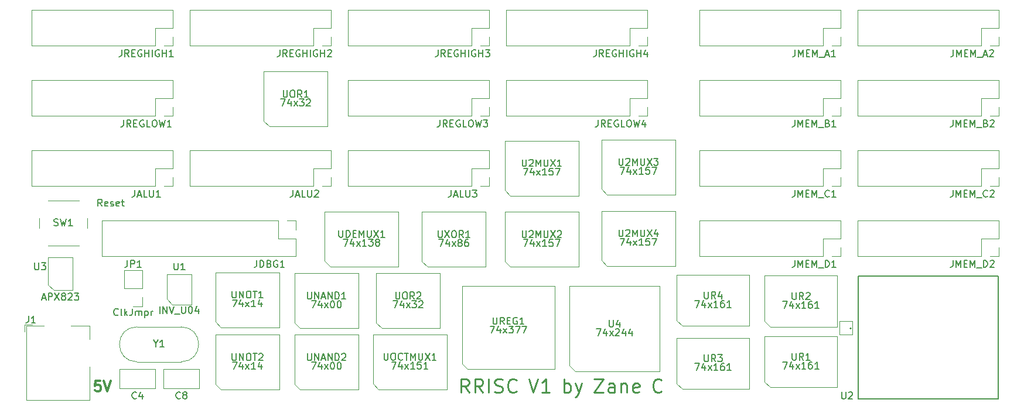
<source format=gbr>
%TF.GenerationSoftware,KiCad,Pcbnew,7.0.0-da2b9df05c~171~ubuntu20.04.1*%
%TF.CreationDate,2023-03-29T16:06:27-07:00*%
%TF.ProjectId,Motherboard,4d6f7468-6572-4626-9f61-72642e6b6963,rev?*%
%TF.SameCoordinates,Original*%
%TF.FileFunction,Legend,Top*%
%TF.FilePolarity,Positive*%
%FSLAX46Y46*%
G04 Gerber Fmt 4.6, Leading zero omitted, Abs format (unit mm)*
G04 Created by KiCad (PCBNEW 7.0.0-da2b9df05c~171~ubuntu20.04.1) date 2023-03-29 16:06:27*
%MOMM*%
%LPD*%
G01*
G04 APERTURE LIST*
%ADD10C,0.250000*%
%ADD11C,0.300000*%
%ADD12C,0.150000*%
%ADD13C,0.120000*%
%ADD14C,0.127000*%
%ADD15C,0.200000*%
G04 APERTURE END LIST*
D10*
X132999237Y-135354761D02*
X132332570Y-134402380D01*
X131856380Y-135354761D02*
X131856380Y-133354761D01*
X131856380Y-133354761D02*
X132618285Y-133354761D01*
X132618285Y-133354761D02*
X132808761Y-133450000D01*
X132808761Y-133450000D02*
X132903999Y-133545238D01*
X132903999Y-133545238D02*
X132999237Y-133735714D01*
X132999237Y-133735714D02*
X132999237Y-134021428D01*
X132999237Y-134021428D02*
X132903999Y-134211904D01*
X132903999Y-134211904D02*
X132808761Y-134307142D01*
X132808761Y-134307142D02*
X132618285Y-134402380D01*
X132618285Y-134402380D02*
X131856380Y-134402380D01*
X134999237Y-135354761D02*
X134332570Y-134402380D01*
X133856380Y-135354761D02*
X133856380Y-133354761D01*
X133856380Y-133354761D02*
X134618285Y-133354761D01*
X134618285Y-133354761D02*
X134808761Y-133450000D01*
X134808761Y-133450000D02*
X134903999Y-133545238D01*
X134903999Y-133545238D02*
X134999237Y-133735714D01*
X134999237Y-133735714D02*
X134999237Y-134021428D01*
X134999237Y-134021428D02*
X134903999Y-134211904D01*
X134903999Y-134211904D02*
X134808761Y-134307142D01*
X134808761Y-134307142D02*
X134618285Y-134402380D01*
X134618285Y-134402380D02*
X133856380Y-134402380D01*
X135856380Y-135354761D02*
X135856380Y-133354761D01*
X136713523Y-135259523D02*
X136999237Y-135354761D01*
X136999237Y-135354761D02*
X137475428Y-135354761D01*
X137475428Y-135354761D02*
X137665904Y-135259523D01*
X137665904Y-135259523D02*
X137761142Y-135164285D01*
X137761142Y-135164285D02*
X137856380Y-134973809D01*
X137856380Y-134973809D02*
X137856380Y-134783333D01*
X137856380Y-134783333D02*
X137761142Y-134592857D01*
X137761142Y-134592857D02*
X137665904Y-134497619D01*
X137665904Y-134497619D02*
X137475428Y-134402380D01*
X137475428Y-134402380D02*
X137094475Y-134307142D01*
X137094475Y-134307142D02*
X136903999Y-134211904D01*
X136903999Y-134211904D02*
X136808761Y-134116666D01*
X136808761Y-134116666D02*
X136713523Y-133926190D01*
X136713523Y-133926190D02*
X136713523Y-133735714D01*
X136713523Y-133735714D02*
X136808761Y-133545238D01*
X136808761Y-133545238D02*
X136903999Y-133450000D01*
X136903999Y-133450000D02*
X137094475Y-133354761D01*
X137094475Y-133354761D02*
X137570666Y-133354761D01*
X137570666Y-133354761D02*
X137856380Y-133450000D01*
X139856380Y-135164285D02*
X139761142Y-135259523D01*
X139761142Y-135259523D02*
X139475428Y-135354761D01*
X139475428Y-135354761D02*
X139284952Y-135354761D01*
X139284952Y-135354761D02*
X138999237Y-135259523D01*
X138999237Y-135259523D02*
X138808761Y-135069047D01*
X138808761Y-135069047D02*
X138713523Y-134878571D01*
X138713523Y-134878571D02*
X138618285Y-134497619D01*
X138618285Y-134497619D02*
X138618285Y-134211904D01*
X138618285Y-134211904D02*
X138713523Y-133830952D01*
X138713523Y-133830952D02*
X138808761Y-133640476D01*
X138808761Y-133640476D02*
X138999237Y-133450000D01*
X138999237Y-133450000D02*
X139284952Y-133354761D01*
X139284952Y-133354761D02*
X139475428Y-133354761D01*
X139475428Y-133354761D02*
X139761142Y-133450000D01*
X139761142Y-133450000D02*
X139856380Y-133545238D01*
X141627809Y-133354761D02*
X142294475Y-135354761D01*
X142294475Y-135354761D02*
X142961142Y-133354761D01*
X144675428Y-135354761D02*
X143532571Y-135354761D01*
X144103999Y-135354761D02*
X144103999Y-133354761D01*
X144103999Y-133354761D02*
X143913523Y-133640476D01*
X143913523Y-133640476D02*
X143723047Y-133830952D01*
X143723047Y-133830952D02*
X143532571Y-133926190D01*
X146732571Y-135354761D02*
X146732571Y-133354761D01*
X146732571Y-134116666D02*
X146923047Y-134021428D01*
X146923047Y-134021428D02*
X147304000Y-134021428D01*
X147304000Y-134021428D02*
X147494476Y-134116666D01*
X147494476Y-134116666D02*
X147589714Y-134211904D01*
X147589714Y-134211904D02*
X147684952Y-134402380D01*
X147684952Y-134402380D02*
X147684952Y-134973809D01*
X147684952Y-134973809D02*
X147589714Y-135164285D01*
X147589714Y-135164285D02*
X147494476Y-135259523D01*
X147494476Y-135259523D02*
X147304000Y-135354761D01*
X147304000Y-135354761D02*
X146923047Y-135354761D01*
X146923047Y-135354761D02*
X146732571Y-135259523D01*
X148351619Y-134021428D02*
X148827809Y-135354761D01*
X149304000Y-134021428D02*
X148827809Y-135354761D01*
X148827809Y-135354761D02*
X148637333Y-135830952D01*
X148637333Y-135830952D02*
X148542095Y-135926190D01*
X148542095Y-135926190D02*
X148351619Y-136021428D01*
X151075429Y-133354761D02*
X152408762Y-133354761D01*
X152408762Y-133354761D02*
X151075429Y-135354761D01*
X151075429Y-135354761D02*
X152408762Y-135354761D01*
X154027810Y-135354761D02*
X154027810Y-134307142D01*
X154027810Y-134307142D02*
X153932572Y-134116666D01*
X153932572Y-134116666D02*
X153742096Y-134021428D01*
X153742096Y-134021428D02*
X153361143Y-134021428D01*
X153361143Y-134021428D02*
X153170667Y-134116666D01*
X154027810Y-135259523D02*
X153837334Y-135354761D01*
X153837334Y-135354761D02*
X153361143Y-135354761D01*
X153361143Y-135354761D02*
X153170667Y-135259523D01*
X153170667Y-135259523D02*
X153075429Y-135069047D01*
X153075429Y-135069047D02*
X153075429Y-134878571D01*
X153075429Y-134878571D02*
X153170667Y-134688095D01*
X153170667Y-134688095D02*
X153361143Y-134592857D01*
X153361143Y-134592857D02*
X153837334Y-134592857D01*
X153837334Y-134592857D02*
X154027810Y-134497619D01*
X154980191Y-134021428D02*
X154980191Y-135354761D01*
X154980191Y-134211904D02*
X155075429Y-134116666D01*
X155075429Y-134116666D02*
X155265905Y-134021428D01*
X155265905Y-134021428D02*
X155551620Y-134021428D01*
X155551620Y-134021428D02*
X155742096Y-134116666D01*
X155742096Y-134116666D02*
X155837334Y-134307142D01*
X155837334Y-134307142D02*
X155837334Y-135354761D01*
X157551620Y-135259523D02*
X157361144Y-135354761D01*
X157361144Y-135354761D02*
X156980191Y-135354761D01*
X156980191Y-135354761D02*
X156789715Y-135259523D01*
X156789715Y-135259523D02*
X156694477Y-135069047D01*
X156694477Y-135069047D02*
X156694477Y-134307142D01*
X156694477Y-134307142D02*
X156789715Y-134116666D01*
X156789715Y-134116666D02*
X156980191Y-134021428D01*
X156980191Y-134021428D02*
X157361144Y-134021428D01*
X157361144Y-134021428D02*
X157551620Y-134116666D01*
X157551620Y-134116666D02*
X157646858Y-134307142D01*
X157646858Y-134307142D02*
X157646858Y-134497619D01*
X157646858Y-134497619D02*
X156694477Y-134688095D01*
X160846858Y-135164285D02*
X160751620Y-135259523D01*
X160751620Y-135259523D02*
X160465906Y-135354761D01*
X160465906Y-135354761D02*
X160275430Y-135354761D01*
X160275430Y-135354761D02*
X159989715Y-135259523D01*
X159989715Y-135259523D02*
X159799239Y-135069047D01*
X159799239Y-135069047D02*
X159704001Y-134878571D01*
X159704001Y-134878571D02*
X159608763Y-134497619D01*
X159608763Y-134497619D02*
X159608763Y-134211904D01*
X159608763Y-134211904D02*
X159704001Y-133830952D01*
X159704001Y-133830952D02*
X159799239Y-133640476D01*
X159799239Y-133640476D02*
X159989715Y-133450000D01*
X159989715Y-133450000D02*
X160275430Y-133354761D01*
X160275430Y-133354761D02*
X160465906Y-133354761D01*
X160465906Y-133354761D02*
X160751620Y-133450000D01*
X160751620Y-133450000D02*
X160846858Y-133545238D01*
D11*
X79724286Y-133671071D02*
X79010000Y-133671071D01*
X79010000Y-133671071D02*
X78938572Y-134385357D01*
X78938572Y-134385357D02*
X79010000Y-134313928D01*
X79010000Y-134313928D02*
X79152858Y-134242500D01*
X79152858Y-134242500D02*
X79510000Y-134242500D01*
X79510000Y-134242500D02*
X79652858Y-134313928D01*
X79652858Y-134313928D02*
X79724286Y-134385357D01*
X79724286Y-134385357D02*
X79795715Y-134528214D01*
X79795715Y-134528214D02*
X79795715Y-134885357D01*
X79795715Y-134885357D02*
X79724286Y-135028214D01*
X79724286Y-135028214D02*
X79652858Y-135099642D01*
X79652858Y-135099642D02*
X79510000Y-135171071D01*
X79510000Y-135171071D02*
X79152858Y-135171071D01*
X79152858Y-135171071D02*
X79010000Y-135099642D01*
X79010000Y-135099642D02*
X78938572Y-135028214D01*
X80224286Y-133671071D02*
X80724286Y-135171071D01*
X80724286Y-135171071D02*
X81224286Y-133671071D01*
D12*
%TO.C,UREG1*%
X136469714Y-124462380D02*
X136469714Y-125271904D01*
X136469714Y-125271904D02*
X136517333Y-125367142D01*
X136517333Y-125367142D02*
X136564952Y-125414761D01*
X136564952Y-125414761D02*
X136660190Y-125462380D01*
X136660190Y-125462380D02*
X136850666Y-125462380D01*
X136850666Y-125462380D02*
X136945904Y-125414761D01*
X136945904Y-125414761D02*
X136993523Y-125367142D01*
X136993523Y-125367142D02*
X137041142Y-125271904D01*
X137041142Y-125271904D02*
X137041142Y-124462380D01*
X138088761Y-125462380D02*
X137755428Y-124986190D01*
X137517333Y-125462380D02*
X137517333Y-124462380D01*
X137517333Y-124462380D02*
X137898285Y-124462380D01*
X137898285Y-124462380D02*
X137993523Y-124510000D01*
X137993523Y-124510000D02*
X138041142Y-124557619D01*
X138041142Y-124557619D02*
X138088761Y-124652857D01*
X138088761Y-124652857D02*
X138088761Y-124795714D01*
X138088761Y-124795714D02*
X138041142Y-124890952D01*
X138041142Y-124890952D02*
X137993523Y-124938571D01*
X137993523Y-124938571D02*
X137898285Y-124986190D01*
X137898285Y-124986190D02*
X137517333Y-124986190D01*
X138517333Y-124938571D02*
X138850666Y-124938571D01*
X138993523Y-125462380D02*
X138517333Y-125462380D01*
X138517333Y-125462380D02*
X138517333Y-124462380D01*
X138517333Y-124462380D02*
X138993523Y-124462380D01*
X139945904Y-124510000D02*
X139850666Y-124462380D01*
X139850666Y-124462380D02*
X139707809Y-124462380D01*
X139707809Y-124462380D02*
X139564952Y-124510000D01*
X139564952Y-124510000D02*
X139469714Y-124605238D01*
X139469714Y-124605238D02*
X139422095Y-124700476D01*
X139422095Y-124700476D02*
X139374476Y-124890952D01*
X139374476Y-124890952D02*
X139374476Y-125033809D01*
X139374476Y-125033809D02*
X139422095Y-125224285D01*
X139422095Y-125224285D02*
X139469714Y-125319523D01*
X139469714Y-125319523D02*
X139564952Y-125414761D01*
X139564952Y-125414761D02*
X139707809Y-125462380D01*
X139707809Y-125462380D02*
X139803047Y-125462380D01*
X139803047Y-125462380D02*
X139945904Y-125414761D01*
X139945904Y-125414761D02*
X139993523Y-125367142D01*
X139993523Y-125367142D02*
X139993523Y-125033809D01*
X139993523Y-125033809D02*
X139803047Y-125033809D01*
X140945904Y-125462380D02*
X140374476Y-125462380D01*
X140660190Y-125462380D02*
X140660190Y-124462380D01*
X140660190Y-124462380D02*
X140564952Y-124605238D01*
X140564952Y-124605238D02*
X140469714Y-124700476D01*
X140469714Y-124700476D02*
X140374476Y-124748095D01*
X136041143Y-125732380D02*
X136707809Y-125732380D01*
X136707809Y-125732380D02*
X136279238Y-126732380D01*
X137517333Y-126065714D02*
X137517333Y-126732380D01*
X137279238Y-125684761D02*
X137041143Y-126399047D01*
X137041143Y-126399047D02*
X137660190Y-126399047D01*
X137945905Y-126732380D02*
X138469714Y-126065714D01*
X137945905Y-126065714D02*
X138469714Y-126732380D01*
X138755429Y-125732380D02*
X139374476Y-125732380D01*
X139374476Y-125732380D02*
X139041143Y-126113333D01*
X139041143Y-126113333D02*
X139184000Y-126113333D01*
X139184000Y-126113333D02*
X139279238Y-126160952D01*
X139279238Y-126160952D02*
X139326857Y-126208571D01*
X139326857Y-126208571D02*
X139374476Y-126303809D01*
X139374476Y-126303809D02*
X139374476Y-126541904D01*
X139374476Y-126541904D02*
X139326857Y-126637142D01*
X139326857Y-126637142D02*
X139279238Y-126684761D01*
X139279238Y-126684761D02*
X139184000Y-126732380D01*
X139184000Y-126732380D02*
X138898286Y-126732380D01*
X138898286Y-126732380D02*
X138803048Y-126684761D01*
X138803048Y-126684761D02*
X138755429Y-126637142D01*
X139707810Y-125732380D02*
X140374476Y-125732380D01*
X140374476Y-125732380D02*
X139945905Y-126732380D01*
X140660191Y-125732380D02*
X141326857Y-125732380D01*
X141326857Y-125732380D02*
X140898286Y-126732380D01*
%TO.C,U1*%
X90358095Y-116588380D02*
X90358095Y-117397904D01*
X90358095Y-117397904D02*
X90405714Y-117493142D01*
X90405714Y-117493142D02*
X90453333Y-117540761D01*
X90453333Y-117540761D02*
X90548571Y-117588380D01*
X90548571Y-117588380D02*
X90739047Y-117588380D01*
X90739047Y-117588380D02*
X90834285Y-117540761D01*
X90834285Y-117540761D02*
X90881904Y-117493142D01*
X90881904Y-117493142D02*
X90929523Y-117397904D01*
X90929523Y-117397904D02*
X90929523Y-116588380D01*
X91929523Y-117588380D02*
X91358095Y-117588380D01*
X91643809Y-117588380D02*
X91643809Y-116588380D01*
X91643809Y-116588380D02*
X91548571Y-116731238D01*
X91548571Y-116731238D02*
X91453333Y-116826476D01*
X91453333Y-116826476D02*
X91358095Y-116874095D01*
X88310476Y-123867380D02*
X88310476Y-122867380D01*
X88786666Y-123867380D02*
X88786666Y-122867380D01*
X88786666Y-122867380D02*
X89358094Y-123867380D01*
X89358094Y-123867380D02*
X89358094Y-122867380D01*
X89691428Y-122867380D02*
X90024761Y-123867380D01*
X90024761Y-123867380D02*
X90358094Y-122867380D01*
X90453333Y-123962619D02*
X91215237Y-123962619D01*
X91453333Y-122867380D02*
X91453333Y-123676904D01*
X91453333Y-123676904D02*
X91500952Y-123772142D01*
X91500952Y-123772142D02*
X91548571Y-123819761D01*
X91548571Y-123819761D02*
X91643809Y-123867380D01*
X91643809Y-123867380D02*
X91834285Y-123867380D01*
X91834285Y-123867380D02*
X91929523Y-123819761D01*
X91929523Y-123819761D02*
X91977142Y-123772142D01*
X91977142Y-123772142D02*
X92024761Y-123676904D01*
X92024761Y-123676904D02*
X92024761Y-122867380D01*
X92691428Y-122867380D02*
X92786666Y-122867380D01*
X92786666Y-122867380D02*
X92881904Y-122915000D01*
X92881904Y-122915000D02*
X92929523Y-122962619D01*
X92929523Y-122962619D02*
X92977142Y-123057857D01*
X92977142Y-123057857D02*
X93024761Y-123248333D01*
X93024761Y-123248333D02*
X93024761Y-123486428D01*
X93024761Y-123486428D02*
X92977142Y-123676904D01*
X92977142Y-123676904D02*
X92929523Y-123772142D01*
X92929523Y-123772142D02*
X92881904Y-123819761D01*
X92881904Y-123819761D02*
X92786666Y-123867380D01*
X92786666Y-123867380D02*
X92691428Y-123867380D01*
X92691428Y-123867380D02*
X92596190Y-123819761D01*
X92596190Y-123819761D02*
X92548571Y-123772142D01*
X92548571Y-123772142D02*
X92500952Y-123676904D01*
X92500952Y-123676904D02*
X92453333Y-123486428D01*
X92453333Y-123486428D02*
X92453333Y-123248333D01*
X92453333Y-123248333D02*
X92500952Y-123057857D01*
X92500952Y-123057857D02*
X92548571Y-122962619D01*
X92548571Y-122962619D02*
X92596190Y-122915000D01*
X92596190Y-122915000D02*
X92691428Y-122867380D01*
X93881904Y-123200714D02*
X93881904Y-123867380D01*
X93643809Y-122819761D02*
X93405714Y-123534047D01*
X93405714Y-123534047D02*
X94024761Y-123534047D01*
%TO.C,JMEM_C2*%
X202930476Y-106047380D02*
X202930476Y-106761666D01*
X202930476Y-106761666D02*
X202882857Y-106904523D01*
X202882857Y-106904523D02*
X202787619Y-106999761D01*
X202787619Y-106999761D02*
X202644762Y-107047380D01*
X202644762Y-107047380D02*
X202549524Y-107047380D01*
X203406667Y-107047380D02*
X203406667Y-106047380D01*
X203406667Y-106047380D02*
X203740000Y-106761666D01*
X203740000Y-106761666D02*
X204073333Y-106047380D01*
X204073333Y-106047380D02*
X204073333Y-107047380D01*
X204549524Y-106523571D02*
X204882857Y-106523571D01*
X205025714Y-107047380D02*
X204549524Y-107047380D01*
X204549524Y-107047380D02*
X204549524Y-106047380D01*
X204549524Y-106047380D02*
X205025714Y-106047380D01*
X205454286Y-107047380D02*
X205454286Y-106047380D01*
X205454286Y-106047380D02*
X205787619Y-106761666D01*
X205787619Y-106761666D02*
X206120952Y-106047380D01*
X206120952Y-106047380D02*
X206120952Y-107047380D01*
X206359048Y-107142619D02*
X207120952Y-107142619D01*
X207930476Y-106952142D02*
X207882857Y-106999761D01*
X207882857Y-106999761D02*
X207740000Y-107047380D01*
X207740000Y-107047380D02*
X207644762Y-107047380D01*
X207644762Y-107047380D02*
X207501905Y-106999761D01*
X207501905Y-106999761D02*
X207406667Y-106904523D01*
X207406667Y-106904523D02*
X207359048Y-106809285D01*
X207359048Y-106809285D02*
X207311429Y-106618809D01*
X207311429Y-106618809D02*
X207311429Y-106475952D01*
X207311429Y-106475952D02*
X207359048Y-106285476D01*
X207359048Y-106285476D02*
X207406667Y-106190238D01*
X207406667Y-106190238D02*
X207501905Y-106095000D01*
X207501905Y-106095000D02*
X207644762Y-106047380D01*
X207644762Y-106047380D02*
X207740000Y-106047380D01*
X207740000Y-106047380D02*
X207882857Y-106095000D01*
X207882857Y-106095000D02*
X207930476Y-106142619D01*
X208311429Y-106142619D02*
X208359048Y-106095000D01*
X208359048Y-106095000D02*
X208454286Y-106047380D01*
X208454286Y-106047380D02*
X208692381Y-106047380D01*
X208692381Y-106047380D02*
X208787619Y-106095000D01*
X208787619Y-106095000D02*
X208835238Y-106142619D01*
X208835238Y-106142619D02*
X208882857Y-106237857D01*
X208882857Y-106237857D02*
X208882857Y-106333095D01*
X208882857Y-106333095D02*
X208835238Y-106475952D01*
X208835238Y-106475952D02*
X208263810Y-107047380D01*
X208263810Y-107047380D02*
X208882857Y-107047380D01*
%TO.C,JMEM_C1*%
X180070476Y-106047380D02*
X180070476Y-106761666D01*
X180070476Y-106761666D02*
X180022857Y-106904523D01*
X180022857Y-106904523D02*
X179927619Y-106999761D01*
X179927619Y-106999761D02*
X179784762Y-107047380D01*
X179784762Y-107047380D02*
X179689524Y-107047380D01*
X180546667Y-107047380D02*
X180546667Y-106047380D01*
X180546667Y-106047380D02*
X180880000Y-106761666D01*
X180880000Y-106761666D02*
X181213333Y-106047380D01*
X181213333Y-106047380D02*
X181213333Y-107047380D01*
X181689524Y-106523571D02*
X182022857Y-106523571D01*
X182165714Y-107047380D02*
X181689524Y-107047380D01*
X181689524Y-107047380D02*
X181689524Y-106047380D01*
X181689524Y-106047380D02*
X182165714Y-106047380D01*
X182594286Y-107047380D02*
X182594286Y-106047380D01*
X182594286Y-106047380D02*
X182927619Y-106761666D01*
X182927619Y-106761666D02*
X183260952Y-106047380D01*
X183260952Y-106047380D02*
X183260952Y-107047380D01*
X183499048Y-107142619D02*
X184260952Y-107142619D01*
X185070476Y-106952142D02*
X185022857Y-106999761D01*
X185022857Y-106999761D02*
X184880000Y-107047380D01*
X184880000Y-107047380D02*
X184784762Y-107047380D01*
X184784762Y-107047380D02*
X184641905Y-106999761D01*
X184641905Y-106999761D02*
X184546667Y-106904523D01*
X184546667Y-106904523D02*
X184499048Y-106809285D01*
X184499048Y-106809285D02*
X184451429Y-106618809D01*
X184451429Y-106618809D02*
X184451429Y-106475952D01*
X184451429Y-106475952D02*
X184499048Y-106285476D01*
X184499048Y-106285476D02*
X184546667Y-106190238D01*
X184546667Y-106190238D02*
X184641905Y-106095000D01*
X184641905Y-106095000D02*
X184784762Y-106047380D01*
X184784762Y-106047380D02*
X184880000Y-106047380D01*
X184880000Y-106047380D02*
X185022857Y-106095000D01*
X185022857Y-106095000D02*
X185070476Y-106142619D01*
X186022857Y-107047380D02*
X185451429Y-107047380D01*
X185737143Y-107047380D02*
X185737143Y-106047380D01*
X185737143Y-106047380D02*
X185641905Y-106190238D01*
X185641905Y-106190238D02*
X185546667Y-106285476D01*
X185546667Y-106285476D02*
X185451429Y-106333095D01*
%TO.C,JREGLOW3*%
X128794285Y-95887380D02*
X128794285Y-96601666D01*
X128794285Y-96601666D02*
X128746666Y-96744523D01*
X128746666Y-96744523D02*
X128651428Y-96839761D01*
X128651428Y-96839761D02*
X128508571Y-96887380D01*
X128508571Y-96887380D02*
X128413333Y-96887380D01*
X129841904Y-96887380D02*
X129508571Y-96411190D01*
X129270476Y-96887380D02*
X129270476Y-95887380D01*
X129270476Y-95887380D02*
X129651428Y-95887380D01*
X129651428Y-95887380D02*
X129746666Y-95935000D01*
X129746666Y-95935000D02*
X129794285Y-95982619D01*
X129794285Y-95982619D02*
X129841904Y-96077857D01*
X129841904Y-96077857D02*
X129841904Y-96220714D01*
X129841904Y-96220714D02*
X129794285Y-96315952D01*
X129794285Y-96315952D02*
X129746666Y-96363571D01*
X129746666Y-96363571D02*
X129651428Y-96411190D01*
X129651428Y-96411190D02*
X129270476Y-96411190D01*
X130270476Y-96363571D02*
X130603809Y-96363571D01*
X130746666Y-96887380D02*
X130270476Y-96887380D01*
X130270476Y-96887380D02*
X130270476Y-95887380D01*
X130270476Y-95887380D02*
X130746666Y-95887380D01*
X131699047Y-95935000D02*
X131603809Y-95887380D01*
X131603809Y-95887380D02*
X131460952Y-95887380D01*
X131460952Y-95887380D02*
X131318095Y-95935000D01*
X131318095Y-95935000D02*
X131222857Y-96030238D01*
X131222857Y-96030238D02*
X131175238Y-96125476D01*
X131175238Y-96125476D02*
X131127619Y-96315952D01*
X131127619Y-96315952D02*
X131127619Y-96458809D01*
X131127619Y-96458809D02*
X131175238Y-96649285D01*
X131175238Y-96649285D02*
X131222857Y-96744523D01*
X131222857Y-96744523D02*
X131318095Y-96839761D01*
X131318095Y-96839761D02*
X131460952Y-96887380D01*
X131460952Y-96887380D02*
X131556190Y-96887380D01*
X131556190Y-96887380D02*
X131699047Y-96839761D01*
X131699047Y-96839761D02*
X131746666Y-96792142D01*
X131746666Y-96792142D02*
X131746666Y-96458809D01*
X131746666Y-96458809D02*
X131556190Y-96458809D01*
X132651428Y-96887380D02*
X132175238Y-96887380D01*
X132175238Y-96887380D02*
X132175238Y-95887380D01*
X133175238Y-95887380D02*
X133365714Y-95887380D01*
X133365714Y-95887380D02*
X133460952Y-95935000D01*
X133460952Y-95935000D02*
X133556190Y-96030238D01*
X133556190Y-96030238D02*
X133603809Y-96220714D01*
X133603809Y-96220714D02*
X133603809Y-96554047D01*
X133603809Y-96554047D02*
X133556190Y-96744523D01*
X133556190Y-96744523D02*
X133460952Y-96839761D01*
X133460952Y-96839761D02*
X133365714Y-96887380D01*
X133365714Y-96887380D02*
X133175238Y-96887380D01*
X133175238Y-96887380D02*
X133080000Y-96839761D01*
X133080000Y-96839761D02*
X132984762Y-96744523D01*
X132984762Y-96744523D02*
X132937143Y-96554047D01*
X132937143Y-96554047D02*
X132937143Y-96220714D01*
X132937143Y-96220714D02*
X132984762Y-96030238D01*
X132984762Y-96030238D02*
X133080000Y-95935000D01*
X133080000Y-95935000D02*
X133175238Y-95887380D01*
X133937143Y-95887380D02*
X134175238Y-96887380D01*
X134175238Y-96887380D02*
X134365714Y-96173095D01*
X134365714Y-96173095D02*
X134556190Y-96887380D01*
X134556190Y-96887380D02*
X134794286Y-95887380D01*
X135080000Y-95887380D02*
X135699047Y-95887380D01*
X135699047Y-95887380D02*
X135365714Y-96268333D01*
X135365714Y-96268333D02*
X135508571Y-96268333D01*
X135508571Y-96268333D02*
X135603809Y-96315952D01*
X135603809Y-96315952D02*
X135651428Y-96363571D01*
X135651428Y-96363571D02*
X135699047Y-96458809D01*
X135699047Y-96458809D02*
X135699047Y-96696904D01*
X135699047Y-96696904D02*
X135651428Y-96792142D01*
X135651428Y-96792142D02*
X135603809Y-96839761D01*
X135603809Y-96839761D02*
X135508571Y-96887380D01*
X135508571Y-96887380D02*
X135222857Y-96887380D01*
X135222857Y-96887380D02*
X135127619Y-96839761D01*
X135127619Y-96839761D02*
X135080000Y-96792142D01*
%TO.C,UNOT2*%
X98774524Y-129702380D02*
X98774524Y-130511904D01*
X98774524Y-130511904D02*
X98822143Y-130607142D01*
X98822143Y-130607142D02*
X98869762Y-130654761D01*
X98869762Y-130654761D02*
X98965000Y-130702380D01*
X98965000Y-130702380D02*
X99155476Y-130702380D01*
X99155476Y-130702380D02*
X99250714Y-130654761D01*
X99250714Y-130654761D02*
X99298333Y-130607142D01*
X99298333Y-130607142D02*
X99345952Y-130511904D01*
X99345952Y-130511904D02*
X99345952Y-129702380D01*
X99822143Y-130702380D02*
X99822143Y-129702380D01*
X99822143Y-129702380D02*
X100393571Y-130702380D01*
X100393571Y-130702380D02*
X100393571Y-129702380D01*
X101060238Y-129702380D02*
X101250714Y-129702380D01*
X101250714Y-129702380D02*
X101345952Y-129750000D01*
X101345952Y-129750000D02*
X101441190Y-129845238D01*
X101441190Y-129845238D02*
X101488809Y-130035714D01*
X101488809Y-130035714D02*
X101488809Y-130369047D01*
X101488809Y-130369047D02*
X101441190Y-130559523D01*
X101441190Y-130559523D02*
X101345952Y-130654761D01*
X101345952Y-130654761D02*
X101250714Y-130702380D01*
X101250714Y-130702380D02*
X101060238Y-130702380D01*
X101060238Y-130702380D02*
X100965000Y-130654761D01*
X100965000Y-130654761D02*
X100869762Y-130559523D01*
X100869762Y-130559523D02*
X100822143Y-130369047D01*
X100822143Y-130369047D02*
X100822143Y-130035714D01*
X100822143Y-130035714D02*
X100869762Y-129845238D01*
X100869762Y-129845238D02*
X100965000Y-129750000D01*
X100965000Y-129750000D02*
X101060238Y-129702380D01*
X101774524Y-129702380D02*
X102345952Y-129702380D01*
X102060238Y-130702380D02*
X102060238Y-129702380D01*
X102631667Y-129797619D02*
X102679286Y-129750000D01*
X102679286Y-129750000D02*
X102774524Y-129702380D01*
X102774524Y-129702380D02*
X103012619Y-129702380D01*
X103012619Y-129702380D02*
X103107857Y-129750000D01*
X103107857Y-129750000D02*
X103155476Y-129797619D01*
X103155476Y-129797619D02*
X103203095Y-129892857D01*
X103203095Y-129892857D02*
X103203095Y-129988095D01*
X103203095Y-129988095D02*
X103155476Y-130130952D01*
X103155476Y-130130952D02*
X102584048Y-130702380D01*
X102584048Y-130702380D02*
X103203095Y-130702380D01*
X98798333Y-130972380D02*
X99464999Y-130972380D01*
X99464999Y-130972380D02*
X99036428Y-131972380D01*
X100274523Y-131305714D02*
X100274523Y-131972380D01*
X100036428Y-130924761D02*
X99798333Y-131639047D01*
X99798333Y-131639047D02*
X100417380Y-131639047D01*
X100703095Y-131972380D02*
X101226904Y-131305714D01*
X100703095Y-131305714D02*
X101226904Y-131972380D01*
X102131666Y-131972380D02*
X101560238Y-131972380D01*
X101845952Y-131972380D02*
X101845952Y-130972380D01*
X101845952Y-130972380D02*
X101750714Y-131115238D01*
X101750714Y-131115238D02*
X101655476Y-131210476D01*
X101655476Y-131210476D02*
X101560238Y-131258095D01*
X102988809Y-131305714D02*
X102988809Y-131972380D01*
X102750714Y-130924761D02*
X102512619Y-131639047D01*
X102512619Y-131639047D02*
X103131666Y-131639047D01*
%TO.C,U2MUX3*%
X154670476Y-101442380D02*
X154670476Y-102251904D01*
X154670476Y-102251904D02*
X154718095Y-102347142D01*
X154718095Y-102347142D02*
X154765714Y-102394761D01*
X154765714Y-102394761D02*
X154860952Y-102442380D01*
X154860952Y-102442380D02*
X155051428Y-102442380D01*
X155051428Y-102442380D02*
X155146666Y-102394761D01*
X155146666Y-102394761D02*
X155194285Y-102347142D01*
X155194285Y-102347142D02*
X155241904Y-102251904D01*
X155241904Y-102251904D02*
X155241904Y-101442380D01*
X155670476Y-101537619D02*
X155718095Y-101490000D01*
X155718095Y-101490000D02*
X155813333Y-101442380D01*
X155813333Y-101442380D02*
X156051428Y-101442380D01*
X156051428Y-101442380D02*
X156146666Y-101490000D01*
X156146666Y-101490000D02*
X156194285Y-101537619D01*
X156194285Y-101537619D02*
X156241904Y-101632857D01*
X156241904Y-101632857D02*
X156241904Y-101728095D01*
X156241904Y-101728095D02*
X156194285Y-101870952D01*
X156194285Y-101870952D02*
X155622857Y-102442380D01*
X155622857Y-102442380D02*
X156241904Y-102442380D01*
X156670476Y-102442380D02*
X156670476Y-101442380D01*
X156670476Y-101442380D02*
X157003809Y-102156666D01*
X157003809Y-102156666D02*
X157337142Y-101442380D01*
X157337142Y-101442380D02*
X157337142Y-102442380D01*
X157813333Y-101442380D02*
X157813333Y-102251904D01*
X157813333Y-102251904D02*
X157860952Y-102347142D01*
X157860952Y-102347142D02*
X157908571Y-102394761D01*
X157908571Y-102394761D02*
X158003809Y-102442380D01*
X158003809Y-102442380D02*
X158194285Y-102442380D01*
X158194285Y-102442380D02*
X158289523Y-102394761D01*
X158289523Y-102394761D02*
X158337142Y-102347142D01*
X158337142Y-102347142D02*
X158384761Y-102251904D01*
X158384761Y-102251904D02*
X158384761Y-101442380D01*
X158765714Y-101442380D02*
X159432380Y-102442380D01*
X159432380Y-101442380D02*
X158765714Y-102442380D01*
X159718095Y-101442380D02*
X160337142Y-101442380D01*
X160337142Y-101442380D02*
X160003809Y-101823333D01*
X160003809Y-101823333D02*
X160146666Y-101823333D01*
X160146666Y-101823333D02*
X160241904Y-101870952D01*
X160241904Y-101870952D02*
X160289523Y-101918571D01*
X160289523Y-101918571D02*
X160337142Y-102013809D01*
X160337142Y-102013809D02*
X160337142Y-102251904D01*
X160337142Y-102251904D02*
X160289523Y-102347142D01*
X160289523Y-102347142D02*
X160241904Y-102394761D01*
X160241904Y-102394761D02*
X160146666Y-102442380D01*
X160146666Y-102442380D02*
X159860952Y-102442380D01*
X159860952Y-102442380D02*
X159765714Y-102394761D01*
X159765714Y-102394761D02*
X159718095Y-102347142D01*
X154837143Y-102712380D02*
X155503809Y-102712380D01*
X155503809Y-102712380D02*
X155075238Y-103712380D01*
X156313333Y-103045714D02*
X156313333Y-103712380D01*
X156075238Y-102664761D02*
X155837143Y-103379047D01*
X155837143Y-103379047D02*
X156456190Y-103379047D01*
X156741905Y-103712380D02*
X157265714Y-103045714D01*
X156741905Y-103045714D02*
X157265714Y-103712380D01*
X158170476Y-103712380D02*
X157599048Y-103712380D01*
X157884762Y-103712380D02*
X157884762Y-102712380D01*
X157884762Y-102712380D02*
X157789524Y-102855238D01*
X157789524Y-102855238D02*
X157694286Y-102950476D01*
X157694286Y-102950476D02*
X157599048Y-102998095D01*
X159075238Y-102712380D02*
X158599048Y-102712380D01*
X158599048Y-102712380D02*
X158551429Y-103188571D01*
X158551429Y-103188571D02*
X158599048Y-103140952D01*
X158599048Y-103140952D02*
X158694286Y-103093333D01*
X158694286Y-103093333D02*
X158932381Y-103093333D01*
X158932381Y-103093333D02*
X159027619Y-103140952D01*
X159027619Y-103140952D02*
X159075238Y-103188571D01*
X159075238Y-103188571D02*
X159122857Y-103283809D01*
X159122857Y-103283809D02*
X159122857Y-103521904D01*
X159122857Y-103521904D02*
X159075238Y-103617142D01*
X159075238Y-103617142D02*
X159027619Y-103664761D01*
X159027619Y-103664761D02*
X158932381Y-103712380D01*
X158932381Y-103712380D02*
X158694286Y-103712380D01*
X158694286Y-103712380D02*
X158599048Y-103664761D01*
X158599048Y-103664761D02*
X158551429Y-103617142D01*
X159456191Y-102712380D02*
X160122857Y-102712380D01*
X160122857Y-102712380D02*
X159694286Y-103712380D01*
%TO.C,JALU2*%
X107529523Y-106047380D02*
X107529523Y-106761666D01*
X107529523Y-106761666D02*
X107481904Y-106904523D01*
X107481904Y-106904523D02*
X107386666Y-106999761D01*
X107386666Y-106999761D02*
X107243809Y-107047380D01*
X107243809Y-107047380D02*
X107148571Y-107047380D01*
X107958095Y-106761666D02*
X108434285Y-106761666D01*
X107862857Y-107047380D02*
X108196190Y-106047380D01*
X108196190Y-106047380D02*
X108529523Y-107047380D01*
X109339047Y-107047380D02*
X108862857Y-107047380D01*
X108862857Y-107047380D02*
X108862857Y-106047380D01*
X109672381Y-106047380D02*
X109672381Y-106856904D01*
X109672381Y-106856904D02*
X109720000Y-106952142D01*
X109720000Y-106952142D02*
X109767619Y-106999761D01*
X109767619Y-106999761D02*
X109862857Y-107047380D01*
X109862857Y-107047380D02*
X110053333Y-107047380D01*
X110053333Y-107047380D02*
X110148571Y-106999761D01*
X110148571Y-106999761D02*
X110196190Y-106952142D01*
X110196190Y-106952142D02*
X110243809Y-106856904D01*
X110243809Y-106856904D02*
X110243809Y-106047380D01*
X110672381Y-106142619D02*
X110720000Y-106095000D01*
X110720000Y-106095000D02*
X110815238Y-106047380D01*
X110815238Y-106047380D02*
X111053333Y-106047380D01*
X111053333Y-106047380D02*
X111148571Y-106095000D01*
X111148571Y-106095000D02*
X111196190Y-106142619D01*
X111196190Y-106142619D02*
X111243809Y-106237857D01*
X111243809Y-106237857D02*
X111243809Y-106333095D01*
X111243809Y-106333095D02*
X111196190Y-106475952D01*
X111196190Y-106475952D02*
X110624762Y-107047380D01*
X110624762Y-107047380D02*
X111243809Y-107047380D01*
%TO.C,JMEM_B2*%
X202930476Y-95887380D02*
X202930476Y-96601666D01*
X202930476Y-96601666D02*
X202882857Y-96744523D01*
X202882857Y-96744523D02*
X202787619Y-96839761D01*
X202787619Y-96839761D02*
X202644762Y-96887380D01*
X202644762Y-96887380D02*
X202549524Y-96887380D01*
X203406667Y-96887380D02*
X203406667Y-95887380D01*
X203406667Y-95887380D02*
X203740000Y-96601666D01*
X203740000Y-96601666D02*
X204073333Y-95887380D01*
X204073333Y-95887380D02*
X204073333Y-96887380D01*
X204549524Y-96363571D02*
X204882857Y-96363571D01*
X205025714Y-96887380D02*
X204549524Y-96887380D01*
X204549524Y-96887380D02*
X204549524Y-95887380D01*
X204549524Y-95887380D02*
X205025714Y-95887380D01*
X205454286Y-96887380D02*
X205454286Y-95887380D01*
X205454286Y-95887380D02*
X205787619Y-96601666D01*
X205787619Y-96601666D02*
X206120952Y-95887380D01*
X206120952Y-95887380D02*
X206120952Y-96887380D01*
X206359048Y-96982619D02*
X207120952Y-96982619D01*
X207692381Y-96363571D02*
X207835238Y-96411190D01*
X207835238Y-96411190D02*
X207882857Y-96458809D01*
X207882857Y-96458809D02*
X207930476Y-96554047D01*
X207930476Y-96554047D02*
X207930476Y-96696904D01*
X207930476Y-96696904D02*
X207882857Y-96792142D01*
X207882857Y-96792142D02*
X207835238Y-96839761D01*
X207835238Y-96839761D02*
X207740000Y-96887380D01*
X207740000Y-96887380D02*
X207359048Y-96887380D01*
X207359048Y-96887380D02*
X207359048Y-95887380D01*
X207359048Y-95887380D02*
X207692381Y-95887380D01*
X207692381Y-95887380D02*
X207787619Y-95935000D01*
X207787619Y-95935000D02*
X207835238Y-95982619D01*
X207835238Y-95982619D02*
X207882857Y-96077857D01*
X207882857Y-96077857D02*
X207882857Y-96173095D01*
X207882857Y-96173095D02*
X207835238Y-96268333D01*
X207835238Y-96268333D02*
X207787619Y-96315952D01*
X207787619Y-96315952D02*
X207692381Y-96363571D01*
X207692381Y-96363571D02*
X207359048Y-96363571D01*
X208311429Y-95982619D02*
X208359048Y-95935000D01*
X208359048Y-95935000D02*
X208454286Y-95887380D01*
X208454286Y-95887380D02*
X208692381Y-95887380D01*
X208692381Y-95887380D02*
X208787619Y-95935000D01*
X208787619Y-95935000D02*
X208835238Y-95982619D01*
X208835238Y-95982619D02*
X208882857Y-96077857D01*
X208882857Y-96077857D02*
X208882857Y-96173095D01*
X208882857Y-96173095D02*
X208835238Y-96315952D01*
X208835238Y-96315952D02*
X208263810Y-96887380D01*
X208263810Y-96887380D02*
X208882857Y-96887380D01*
%TO.C,JMEM_D1*%
X180070476Y-116207380D02*
X180070476Y-116921666D01*
X180070476Y-116921666D02*
X180022857Y-117064523D01*
X180022857Y-117064523D02*
X179927619Y-117159761D01*
X179927619Y-117159761D02*
X179784762Y-117207380D01*
X179784762Y-117207380D02*
X179689524Y-117207380D01*
X180546667Y-117207380D02*
X180546667Y-116207380D01*
X180546667Y-116207380D02*
X180880000Y-116921666D01*
X180880000Y-116921666D02*
X181213333Y-116207380D01*
X181213333Y-116207380D02*
X181213333Y-117207380D01*
X181689524Y-116683571D02*
X182022857Y-116683571D01*
X182165714Y-117207380D02*
X181689524Y-117207380D01*
X181689524Y-117207380D02*
X181689524Y-116207380D01*
X181689524Y-116207380D02*
X182165714Y-116207380D01*
X182594286Y-117207380D02*
X182594286Y-116207380D01*
X182594286Y-116207380D02*
X182927619Y-116921666D01*
X182927619Y-116921666D02*
X183260952Y-116207380D01*
X183260952Y-116207380D02*
X183260952Y-117207380D01*
X183499048Y-117302619D02*
X184260952Y-117302619D01*
X184499048Y-117207380D02*
X184499048Y-116207380D01*
X184499048Y-116207380D02*
X184737143Y-116207380D01*
X184737143Y-116207380D02*
X184880000Y-116255000D01*
X184880000Y-116255000D02*
X184975238Y-116350238D01*
X184975238Y-116350238D02*
X185022857Y-116445476D01*
X185022857Y-116445476D02*
X185070476Y-116635952D01*
X185070476Y-116635952D02*
X185070476Y-116778809D01*
X185070476Y-116778809D02*
X185022857Y-116969285D01*
X185022857Y-116969285D02*
X184975238Y-117064523D01*
X184975238Y-117064523D02*
X184880000Y-117159761D01*
X184880000Y-117159761D02*
X184737143Y-117207380D01*
X184737143Y-117207380D02*
X184499048Y-117207380D01*
X186022857Y-117207380D02*
X185451429Y-117207380D01*
X185737143Y-117207380D02*
X185737143Y-116207380D01*
X185737143Y-116207380D02*
X185641905Y-116350238D01*
X185641905Y-116350238D02*
X185546667Y-116445476D01*
X185546667Y-116445476D02*
X185451429Y-116493095D01*
%TO.C,JMEM_B1*%
X180070476Y-95887380D02*
X180070476Y-96601666D01*
X180070476Y-96601666D02*
X180022857Y-96744523D01*
X180022857Y-96744523D02*
X179927619Y-96839761D01*
X179927619Y-96839761D02*
X179784762Y-96887380D01*
X179784762Y-96887380D02*
X179689524Y-96887380D01*
X180546667Y-96887380D02*
X180546667Y-95887380D01*
X180546667Y-95887380D02*
X180880000Y-96601666D01*
X180880000Y-96601666D02*
X181213333Y-95887380D01*
X181213333Y-95887380D02*
X181213333Y-96887380D01*
X181689524Y-96363571D02*
X182022857Y-96363571D01*
X182165714Y-96887380D02*
X181689524Y-96887380D01*
X181689524Y-96887380D02*
X181689524Y-95887380D01*
X181689524Y-95887380D02*
X182165714Y-95887380D01*
X182594286Y-96887380D02*
X182594286Y-95887380D01*
X182594286Y-95887380D02*
X182927619Y-96601666D01*
X182927619Y-96601666D02*
X183260952Y-95887380D01*
X183260952Y-95887380D02*
X183260952Y-96887380D01*
X183499048Y-96982619D02*
X184260952Y-96982619D01*
X184832381Y-96363571D02*
X184975238Y-96411190D01*
X184975238Y-96411190D02*
X185022857Y-96458809D01*
X185022857Y-96458809D02*
X185070476Y-96554047D01*
X185070476Y-96554047D02*
X185070476Y-96696904D01*
X185070476Y-96696904D02*
X185022857Y-96792142D01*
X185022857Y-96792142D02*
X184975238Y-96839761D01*
X184975238Y-96839761D02*
X184880000Y-96887380D01*
X184880000Y-96887380D02*
X184499048Y-96887380D01*
X184499048Y-96887380D02*
X184499048Y-95887380D01*
X184499048Y-95887380D02*
X184832381Y-95887380D01*
X184832381Y-95887380D02*
X184927619Y-95935000D01*
X184927619Y-95935000D02*
X184975238Y-95982619D01*
X184975238Y-95982619D02*
X185022857Y-96077857D01*
X185022857Y-96077857D02*
X185022857Y-96173095D01*
X185022857Y-96173095D02*
X184975238Y-96268333D01*
X184975238Y-96268333D02*
X184927619Y-96315952D01*
X184927619Y-96315952D02*
X184832381Y-96363571D01*
X184832381Y-96363571D02*
X184499048Y-96363571D01*
X186022857Y-96887380D02*
X185451429Y-96887380D01*
X185737143Y-96887380D02*
X185737143Y-95887380D01*
X185737143Y-95887380D02*
X185641905Y-96030238D01*
X185641905Y-96030238D02*
X185546667Y-96125476D01*
X185546667Y-96125476D02*
X185451429Y-96173095D01*
%TO.C,U2MUX1*%
X140700476Y-101602380D02*
X140700476Y-102411904D01*
X140700476Y-102411904D02*
X140748095Y-102507142D01*
X140748095Y-102507142D02*
X140795714Y-102554761D01*
X140795714Y-102554761D02*
X140890952Y-102602380D01*
X140890952Y-102602380D02*
X141081428Y-102602380D01*
X141081428Y-102602380D02*
X141176666Y-102554761D01*
X141176666Y-102554761D02*
X141224285Y-102507142D01*
X141224285Y-102507142D02*
X141271904Y-102411904D01*
X141271904Y-102411904D02*
X141271904Y-101602380D01*
X141700476Y-101697619D02*
X141748095Y-101650000D01*
X141748095Y-101650000D02*
X141843333Y-101602380D01*
X141843333Y-101602380D02*
X142081428Y-101602380D01*
X142081428Y-101602380D02*
X142176666Y-101650000D01*
X142176666Y-101650000D02*
X142224285Y-101697619D01*
X142224285Y-101697619D02*
X142271904Y-101792857D01*
X142271904Y-101792857D02*
X142271904Y-101888095D01*
X142271904Y-101888095D02*
X142224285Y-102030952D01*
X142224285Y-102030952D02*
X141652857Y-102602380D01*
X141652857Y-102602380D02*
X142271904Y-102602380D01*
X142700476Y-102602380D02*
X142700476Y-101602380D01*
X142700476Y-101602380D02*
X143033809Y-102316666D01*
X143033809Y-102316666D02*
X143367142Y-101602380D01*
X143367142Y-101602380D02*
X143367142Y-102602380D01*
X143843333Y-101602380D02*
X143843333Y-102411904D01*
X143843333Y-102411904D02*
X143890952Y-102507142D01*
X143890952Y-102507142D02*
X143938571Y-102554761D01*
X143938571Y-102554761D02*
X144033809Y-102602380D01*
X144033809Y-102602380D02*
X144224285Y-102602380D01*
X144224285Y-102602380D02*
X144319523Y-102554761D01*
X144319523Y-102554761D02*
X144367142Y-102507142D01*
X144367142Y-102507142D02*
X144414761Y-102411904D01*
X144414761Y-102411904D02*
X144414761Y-101602380D01*
X144795714Y-101602380D02*
X145462380Y-102602380D01*
X145462380Y-101602380D02*
X144795714Y-102602380D01*
X146367142Y-102602380D02*
X145795714Y-102602380D01*
X146081428Y-102602380D02*
X146081428Y-101602380D01*
X146081428Y-101602380D02*
X145986190Y-101745238D01*
X145986190Y-101745238D02*
X145890952Y-101840476D01*
X145890952Y-101840476D02*
X145795714Y-101888095D01*
X140867143Y-102872380D02*
X141533809Y-102872380D01*
X141533809Y-102872380D02*
X141105238Y-103872380D01*
X142343333Y-103205714D02*
X142343333Y-103872380D01*
X142105238Y-102824761D02*
X141867143Y-103539047D01*
X141867143Y-103539047D02*
X142486190Y-103539047D01*
X142771905Y-103872380D02*
X143295714Y-103205714D01*
X142771905Y-103205714D02*
X143295714Y-103872380D01*
X144200476Y-103872380D02*
X143629048Y-103872380D01*
X143914762Y-103872380D02*
X143914762Y-102872380D01*
X143914762Y-102872380D02*
X143819524Y-103015238D01*
X143819524Y-103015238D02*
X143724286Y-103110476D01*
X143724286Y-103110476D02*
X143629048Y-103158095D01*
X145105238Y-102872380D02*
X144629048Y-102872380D01*
X144629048Y-102872380D02*
X144581429Y-103348571D01*
X144581429Y-103348571D02*
X144629048Y-103300952D01*
X144629048Y-103300952D02*
X144724286Y-103253333D01*
X144724286Y-103253333D02*
X144962381Y-103253333D01*
X144962381Y-103253333D02*
X145057619Y-103300952D01*
X145057619Y-103300952D02*
X145105238Y-103348571D01*
X145105238Y-103348571D02*
X145152857Y-103443809D01*
X145152857Y-103443809D02*
X145152857Y-103681904D01*
X145152857Y-103681904D02*
X145105238Y-103777142D01*
X145105238Y-103777142D02*
X145057619Y-103824761D01*
X145057619Y-103824761D02*
X144962381Y-103872380D01*
X144962381Y-103872380D02*
X144724286Y-103872380D01*
X144724286Y-103872380D02*
X144629048Y-103824761D01*
X144629048Y-103824761D02*
X144581429Y-103777142D01*
X145486191Y-102872380D02*
X146152857Y-102872380D01*
X146152857Y-102872380D02*
X145724286Y-103872380D01*
%TO.C,U2MUX2*%
X140700476Y-111922380D02*
X140700476Y-112731904D01*
X140700476Y-112731904D02*
X140748095Y-112827142D01*
X140748095Y-112827142D02*
X140795714Y-112874761D01*
X140795714Y-112874761D02*
X140890952Y-112922380D01*
X140890952Y-112922380D02*
X141081428Y-112922380D01*
X141081428Y-112922380D02*
X141176666Y-112874761D01*
X141176666Y-112874761D02*
X141224285Y-112827142D01*
X141224285Y-112827142D02*
X141271904Y-112731904D01*
X141271904Y-112731904D02*
X141271904Y-111922380D01*
X141700476Y-112017619D02*
X141748095Y-111970000D01*
X141748095Y-111970000D02*
X141843333Y-111922380D01*
X141843333Y-111922380D02*
X142081428Y-111922380D01*
X142081428Y-111922380D02*
X142176666Y-111970000D01*
X142176666Y-111970000D02*
X142224285Y-112017619D01*
X142224285Y-112017619D02*
X142271904Y-112112857D01*
X142271904Y-112112857D02*
X142271904Y-112208095D01*
X142271904Y-112208095D02*
X142224285Y-112350952D01*
X142224285Y-112350952D02*
X141652857Y-112922380D01*
X141652857Y-112922380D02*
X142271904Y-112922380D01*
X142700476Y-112922380D02*
X142700476Y-111922380D01*
X142700476Y-111922380D02*
X143033809Y-112636666D01*
X143033809Y-112636666D02*
X143367142Y-111922380D01*
X143367142Y-111922380D02*
X143367142Y-112922380D01*
X143843333Y-111922380D02*
X143843333Y-112731904D01*
X143843333Y-112731904D02*
X143890952Y-112827142D01*
X143890952Y-112827142D02*
X143938571Y-112874761D01*
X143938571Y-112874761D02*
X144033809Y-112922380D01*
X144033809Y-112922380D02*
X144224285Y-112922380D01*
X144224285Y-112922380D02*
X144319523Y-112874761D01*
X144319523Y-112874761D02*
X144367142Y-112827142D01*
X144367142Y-112827142D02*
X144414761Y-112731904D01*
X144414761Y-112731904D02*
X144414761Y-111922380D01*
X144795714Y-111922380D02*
X145462380Y-112922380D01*
X145462380Y-111922380D02*
X144795714Y-112922380D01*
X145795714Y-112017619D02*
X145843333Y-111970000D01*
X145843333Y-111970000D02*
X145938571Y-111922380D01*
X145938571Y-111922380D02*
X146176666Y-111922380D01*
X146176666Y-111922380D02*
X146271904Y-111970000D01*
X146271904Y-111970000D02*
X146319523Y-112017619D01*
X146319523Y-112017619D02*
X146367142Y-112112857D01*
X146367142Y-112112857D02*
X146367142Y-112208095D01*
X146367142Y-112208095D02*
X146319523Y-112350952D01*
X146319523Y-112350952D02*
X145748095Y-112922380D01*
X145748095Y-112922380D02*
X146367142Y-112922380D01*
X140867143Y-113192380D02*
X141533809Y-113192380D01*
X141533809Y-113192380D02*
X141105238Y-114192380D01*
X142343333Y-113525714D02*
X142343333Y-114192380D01*
X142105238Y-113144761D02*
X141867143Y-113859047D01*
X141867143Y-113859047D02*
X142486190Y-113859047D01*
X142771905Y-114192380D02*
X143295714Y-113525714D01*
X142771905Y-113525714D02*
X143295714Y-114192380D01*
X144200476Y-114192380D02*
X143629048Y-114192380D01*
X143914762Y-114192380D02*
X143914762Y-113192380D01*
X143914762Y-113192380D02*
X143819524Y-113335238D01*
X143819524Y-113335238D02*
X143724286Y-113430476D01*
X143724286Y-113430476D02*
X143629048Y-113478095D01*
X145105238Y-113192380D02*
X144629048Y-113192380D01*
X144629048Y-113192380D02*
X144581429Y-113668571D01*
X144581429Y-113668571D02*
X144629048Y-113620952D01*
X144629048Y-113620952D02*
X144724286Y-113573333D01*
X144724286Y-113573333D02*
X144962381Y-113573333D01*
X144962381Y-113573333D02*
X145057619Y-113620952D01*
X145057619Y-113620952D02*
X145105238Y-113668571D01*
X145105238Y-113668571D02*
X145152857Y-113763809D01*
X145152857Y-113763809D02*
X145152857Y-114001904D01*
X145152857Y-114001904D02*
X145105238Y-114097142D01*
X145105238Y-114097142D02*
X145057619Y-114144761D01*
X145057619Y-114144761D02*
X144962381Y-114192380D01*
X144962381Y-114192380D02*
X144724286Y-114192380D01*
X144724286Y-114192380D02*
X144629048Y-114144761D01*
X144629048Y-114144761D02*
X144581429Y-114097142D01*
X145486191Y-113192380D02*
X146152857Y-113192380D01*
X146152857Y-113192380D02*
X145724286Y-114192380D01*
%TO.C,C4*%
X84923333Y-136162142D02*
X84875714Y-136209761D01*
X84875714Y-136209761D02*
X84732857Y-136257380D01*
X84732857Y-136257380D02*
X84637619Y-136257380D01*
X84637619Y-136257380D02*
X84494762Y-136209761D01*
X84494762Y-136209761D02*
X84399524Y-136114523D01*
X84399524Y-136114523D02*
X84351905Y-136019285D01*
X84351905Y-136019285D02*
X84304286Y-135828809D01*
X84304286Y-135828809D02*
X84304286Y-135685952D01*
X84304286Y-135685952D02*
X84351905Y-135495476D01*
X84351905Y-135495476D02*
X84399524Y-135400238D01*
X84399524Y-135400238D02*
X84494762Y-135305000D01*
X84494762Y-135305000D02*
X84637619Y-135257380D01*
X84637619Y-135257380D02*
X84732857Y-135257380D01*
X84732857Y-135257380D02*
X84875714Y-135305000D01*
X84875714Y-135305000D02*
X84923333Y-135352619D01*
X85780476Y-135590714D02*
X85780476Y-136257380D01*
X85542381Y-135209761D02*
X85304286Y-135924047D01*
X85304286Y-135924047D02*
X85923333Y-135924047D01*
%TO.C,UNAND2*%
X109656905Y-129702380D02*
X109656905Y-130511904D01*
X109656905Y-130511904D02*
X109704524Y-130607142D01*
X109704524Y-130607142D02*
X109752143Y-130654761D01*
X109752143Y-130654761D02*
X109847381Y-130702380D01*
X109847381Y-130702380D02*
X110037857Y-130702380D01*
X110037857Y-130702380D02*
X110133095Y-130654761D01*
X110133095Y-130654761D02*
X110180714Y-130607142D01*
X110180714Y-130607142D02*
X110228333Y-130511904D01*
X110228333Y-130511904D02*
X110228333Y-129702380D01*
X110704524Y-130702380D02*
X110704524Y-129702380D01*
X110704524Y-129702380D02*
X111275952Y-130702380D01*
X111275952Y-130702380D02*
X111275952Y-129702380D01*
X111704524Y-130416666D02*
X112180714Y-130416666D01*
X111609286Y-130702380D02*
X111942619Y-129702380D01*
X111942619Y-129702380D02*
X112275952Y-130702380D01*
X112609286Y-130702380D02*
X112609286Y-129702380D01*
X112609286Y-129702380D02*
X113180714Y-130702380D01*
X113180714Y-130702380D02*
X113180714Y-129702380D01*
X113656905Y-130702380D02*
X113656905Y-129702380D01*
X113656905Y-129702380D02*
X113895000Y-129702380D01*
X113895000Y-129702380D02*
X114037857Y-129750000D01*
X114037857Y-129750000D02*
X114133095Y-129845238D01*
X114133095Y-129845238D02*
X114180714Y-129940476D01*
X114180714Y-129940476D02*
X114228333Y-130130952D01*
X114228333Y-130130952D02*
X114228333Y-130273809D01*
X114228333Y-130273809D02*
X114180714Y-130464285D01*
X114180714Y-130464285D02*
X114133095Y-130559523D01*
X114133095Y-130559523D02*
X114037857Y-130654761D01*
X114037857Y-130654761D02*
X113895000Y-130702380D01*
X113895000Y-130702380D02*
X113656905Y-130702380D01*
X114609286Y-129797619D02*
X114656905Y-129750000D01*
X114656905Y-129750000D02*
X114752143Y-129702380D01*
X114752143Y-129702380D02*
X114990238Y-129702380D01*
X114990238Y-129702380D02*
X115085476Y-129750000D01*
X115085476Y-129750000D02*
X115133095Y-129797619D01*
X115133095Y-129797619D02*
X115180714Y-129892857D01*
X115180714Y-129892857D02*
X115180714Y-129988095D01*
X115180714Y-129988095D02*
X115133095Y-130130952D01*
X115133095Y-130130952D02*
X114561667Y-130702380D01*
X114561667Y-130702380D02*
X115180714Y-130702380D01*
X110228333Y-130972380D02*
X110894999Y-130972380D01*
X110894999Y-130972380D02*
X110466428Y-131972380D01*
X111704523Y-131305714D02*
X111704523Y-131972380D01*
X111466428Y-130924761D02*
X111228333Y-131639047D01*
X111228333Y-131639047D02*
X111847380Y-131639047D01*
X112133095Y-131972380D02*
X112656904Y-131305714D01*
X112133095Y-131305714D02*
X112656904Y-131972380D01*
X113228333Y-130972380D02*
X113323571Y-130972380D01*
X113323571Y-130972380D02*
X113418809Y-131020000D01*
X113418809Y-131020000D02*
X113466428Y-131067619D01*
X113466428Y-131067619D02*
X113514047Y-131162857D01*
X113514047Y-131162857D02*
X113561666Y-131353333D01*
X113561666Y-131353333D02*
X113561666Y-131591428D01*
X113561666Y-131591428D02*
X113514047Y-131781904D01*
X113514047Y-131781904D02*
X113466428Y-131877142D01*
X113466428Y-131877142D02*
X113418809Y-131924761D01*
X113418809Y-131924761D02*
X113323571Y-131972380D01*
X113323571Y-131972380D02*
X113228333Y-131972380D01*
X113228333Y-131972380D02*
X113133095Y-131924761D01*
X113133095Y-131924761D02*
X113085476Y-131877142D01*
X113085476Y-131877142D02*
X113037857Y-131781904D01*
X113037857Y-131781904D02*
X112990238Y-131591428D01*
X112990238Y-131591428D02*
X112990238Y-131353333D01*
X112990238Y-131353333D02*
X113037857Y-131162857D01*
X113037857Y-131162857D02*
X113085476Y-131067619D01*
X113085476Y-131067619D02*
X113133095Y-131020000D01*
X113133095Y-131020000D02*
X113228333Y-130972380D01*
X114180714Y-130972380D02*
X114275952Y-130972380D01*
X114275952Y-130972380D02*
X114371190Y-131020000D01*
X114371190Y-131020000D02*
X114418809Y-131067619D01*
X114418809Y-131067619D02*
X114466428Y-131162857D01*
X114466428Y-131162857D02*
X114514047Y-131353333D01*
X114514047Y-131353333D02*
X114514047Y-131591428D01*
X114514047Y-131591428D02*
X114466428Y-131781904D01*
X114466428Y-131781904D02*
X114418809Y-131877142D01*
X114418809Y-131877142D02*
X114371190Y-131924761D01*
X114371190Y-131924761D02*
X114275952Y-131972380D01*
X114275952Y-131972380D02*
X114180714Y-131972380D01*
X114180714Y-131972380D02*
X114085476Y-131924761D01*
X114085476Y-131924761D02*
X114037857Y-131877142D01*
X114037857Y-131877142D02*
X113990238Y-131781904D01*
X113990238Y-131781904D02*
X113942619Y-131591428D01*
X113942619Y-131591428D02*
X113942619Y-131353333D01*
X113942619Y-131353333D02*
X113990238Y-131162857D01*
X113990238Y-131162857D02*
X114037857Y-131067619D01*
X114037857Y-131067619D02*
X114085476Y-131020000D01*
X114085476Y-131020000D02*
X114180714Y-130972380D01*
%TO.C,JREGLOW1*%
X83074285Y-95887380D02*
X83074285Y-96601666D01*
X83074285Y-96601666D02*
X83026666Y-96744523D01*
X83026666Y-96744523D02*
X82931428Y-96839761D01*
X82931428Y-96839761D02*
X82788571Y-96887380D01*
X82788571Y-96887380D02*
X82693333Y-96887380D01*
X84121904Y-96887380D02*
X83788571Y-96411190D01*
X83550476Y-96887380D02*
X83550476Y-95887380D01*
X83550476Y-95887380D02*
X83931428Y-95887380D01*
X83931428Y-95887380D02*
X84026666Y-95935000D01*
X84026666Y-95935000D02*
X84074285Y-95982619D01*
X84074285Y-95982619D02*
X84121904Y-96077857D01*
X84121904Y-96077857D02*
X84121904Y-96220714D01*
X84121904Y-96220714D02*
X84074285Y-96315952D01*
X84074285Y-96315952D02*
X84026666Y-96363571D01*
X84026666Y-96363571D02*
X83931428Y-96411190D01*
X83931428Y-96411190D02*
X83550476Y-96411190D01*
X84550476Y-96363571D02*
X84883809Y-96363571D01*
X85026666Y-96887380D02*
X84550476Y-96887380D01*
X84550476Y-96887380D02*
X84550476Y-95887380D01*
X84550476Y-95887380D02*
X85026666Y-95887380D01*
X85979047Y-95935000D02*
X85883809Y-95887380D01*
X85883809Y-95887380D02*
X85740952Y-95887380D01*
X85740952Y-95887380D02*
X85598095Y-95935000D01*
X85598095Y-95935000D02*
X85502857Y-96030238D01*
X85502857Y-96030238D02*
X85455238Y-96125476D01*
X85455238Y-96125476D02*
X85407619Y-96315952D01*
X85407619Y-96315952D02*
X85407619Y-96458809D01*
X85407619Y-96458809D02*
X85455238Y-96649285D01*
X85455238Y-96649285D02*
X85502857Y-96744523D01*
X85502857Y-96744523D02*
X85598095Y-96839761D01*
X85598095Y-96839761D02*
X85740952Y-96887380D01*
X85740952Y-96887380D02*
X85836190Y-96887380D01*
X85836190Y-96887380D02*
X85979047Y-96839761D01*
X85979047Y-96839761D02*
X86026666Y-96792142D01*
X86026666Y-96792142D02*
X86026666Y-96458809D01*
X86026666Y-96458809D02*
X85836190Y-96458809D01*
X86931428Y-96887380D02*
X86455238Y-96887380D01*
X86455238Y-96887380D02*
X86455238Y-95887380D01*
X87455238Y-95887380D02*
X87645714Y-95887380D01*
X87645714Y-95887380D02*
X87740952Y-95935000D01*
X87740952Y-95935000D02*
X87836190Y-96030238D01*
X87836190Y-96030238D02*
X87883809Y-96220714D01*
X87883809Y-96220714D02*
X87883809Y-96554047D01*
X87883809Y-96554047D02*
X87836190Y-96744523D01*
X87836190Y-96744523D02*
X87740952Y-96839761D01*
X87740952Y-96839761D02*
X87645714Y-96887380D01*
X87645714Y-96887380D02*
X87455238Y-96887380D01*
X87455238Y-96887380D02*
X87360000Y-96839761D01*
X87360000Y-96839761D02*
X87264762Y-96744523D01*
X87264762Y-96744523D02*
X87217143Y-96554047D01*
X87217143Y-96554047D02*
X87217143Y-96220714D01*
X87217143Y-96220714D02*
X87264762Y-96030238D01*
X87264762Y-96030238D02*
X87360000Y-95935000D01*
X87360000Y-95935000D02*
X87455238Y-95887380D01*
X88217143Y-95887380D02*
X88455238Y-96887380D01*
X88455238Y-96887380D02*
X88645714Y-96173095D01*
X88645714Y-96173095D02*
X88836190Y-96887380D01*
X88836190Y-96887380D02*
X89074286Y-95887380D01*
X89979047Y-96887380D02*
X89407619Y-96887380D01*
X89693333Y-96887380D02*
X89693333Y-95887380D01*
X89693333Y-95887380D02*
X89598095Y-96030238D01*
X89598095Y-96030238D02*
X89502857Y-96125476D01*
X89502857Y-96125476D02*
X89407619Y-96173095D01*
%TO.C,UDEMUX1*%
X114189286Y-111856380D02*
X114189286Y-112665904D01*
X114189286Y-112665904D02*
X114236905Y-112761142D01*
X114236905Y-112761142D02*
X114284524Y-112808761D01*
X114284524Y-112808761D02*
X114379762Y-112856380D01*
X114379762Y-112856380D02*
X114570238Y-112856380D01*
X114570238Y-112856380D02*
X114665476Y-112808761D01*
X114665476Y-112808761D02*
X114713095Y-112761142D01*
X114713095Y-112761142D02*
X114760714Y-112665904D01*
X114760714Y-112665904D02*
X114760714Y-111856380D01*
X115236905Y-112856380D02*
X115236905Y-111856380D01*
X115236905Y-111856380D02*
X115475000Y-111856380D01*
X115475000Y-111856380D02*
X115617857Y-111904000D01*
X115617857Y-111904000D02*
X115713095Y-111999238D01*
X115713095Y-111999238D02*
X115760714Y-112094476D01*
X115760714Y-112094476D02*
X115808333Y-112284952D01*
X115808333Y-112284952D02*
X115808333Y-112427809D01*
X115808333Y-112427809D02*
X115760714Y-112618285D01*
X115760714Y-112618285D02*
X115713095Y-112713523D01*
X115713095Y-112713523D02*
X115617857Y-112808761D01*
X115617857Y-112808761D02*
X115475000Y-112856380D01*
X115475000Y-112856380D02*
X115236905Y-112856380D01*
X116236905Y-112332571D02*
X116570238Y-112332571D01*
X116713095Y-112856380D02*
X116236905Y-112856380D01*
X116236905Y-112856380D02*
X116236905Y-111856380D01*
X116236905Y-111856380D02*
X116713095Y-111856380D01*
X117141667Y-112856380D02*
X117141667Y-111856380D01*
X117141667Y-111856380D02*
X117475000Y-112570666D01*
X117475000Y-112570666D02*
X117808333Y-111856380D01*
X117808333Y-111856380D02*
X117808333Y-112856380D01*
X118284524Y-111856380D02*
X118284524Y-112665904D01*
X118284524Y-112665904D02*
X118332143Y-112761142D01*
X118332143Y-112761142D02*
X118379762Y-112808761D01*
X118379762Y-112808761D02*
X118475000Y-112856380D01*
X118475000Y-112856380D02*
X118665476Y-112856380D01*
X118665476Y-112856380D02*
X118760714Y-112808761D01*
X118760714Y-112808761D02*
X118808333Y-112761142D01*
X118808333Y-112761142D02*
X118855952Y-112665904D01*
X118855952Y-112665904D02*
X118855952Y-111856380D01*
X119236905Y-111856380D02*
X119903571Y-112856380D01*
X119903571Y-111856380D02*
X119236905Y-112856380D01*
X120808333Y-112856380D02*
X120236905Y-112856380D01*
X120522619Y-112856380D02*
X120522619Y-111856380D01*
X120522619Y-111856380D02*
X120427381Y-111999238D01*
X120427381Y-111999238D02*
X120332143Y-112094476D01*
X120332143Y-112094476D02*
X120236905Y-112142095D01*
X114832143Y-113126380D02*
X115498809Y-113126380D01*
X115498809Y-113126380D02*
X115070238Y-114126380D01*
X116308333Y-113459714D02*
X116308333Y-114126380D01*
X116070238Y-113078761D02*
X115832143Y-113793047D01*
X115832143Y-113793047D02*
X116451190Y-113793047D01*
X116736905Y-114126380D02*
X117260714Y-113459714D01*
X116736905Y-113459714D02*
X117260714Y-114126380D01*
X118165476Y-114126380D02*
X117594048Y-114126380D01*
X117879762Y-114126380D02*
X117879762Y-113126380D01*
X117879762Y-113126380D02*
X117784524Y-113269238D01*
X117784524Y-113269238D02*
X117689286Y-113364476D01*
X117689286Y-113364476D02*
X117594048Y-113412095D01*
X118498810Y-113126380D02*
X119117857Y-113126380D01*
X119117857Y-113126380D02*
X118784524Y-113507333D01*
X118784524Y-113507333D02*
X118927381Y-113507333D01*
X118927381Y-113507333D02*
X119022619Y-113554952D01*
X119022619Y-113554952D02*
X119070238Y-113602571D01*
X119070238Y-113602571D02*
X119117857Y-113697809D01*
X119117857Y-113697809D02*
X119117857Y-113935904D01*
X119117857Y-113935904D02*
X119070238Y-114031142D01*
X119070238Y-114031142D02*
X119022619Y-114078761D01*
X119022619Y-114078761D02*
X118927381Y-114126380D01*
X118927381Y-114126380D02*
X118641667Y-114126380D01*
X118641667Y-114126380D02*
X118546429Y-114078761D01*
X118546429Y-114078761D02*
X118498810Y-114031142D01*
X119689286Y-113554952D02*
X119594048Y-113507333D01*
X119594048Y-113507333D02*
X119546429Y-113459714D01*
X119546429Y-113459714D02*
X119498810Y-113364476D01*
X119498810Y-113364476D02*
X119498810Y-113316857D01*
X119498810Y-113316857D02*
X119546429Y-113221619D01*
X119546429Y-113221619D02*
X119594048Y-113174000D01*
X119594048Y-113174000D02*
X119689286Y-113126380D01*
X119689286Y-113126380D02*
X119879762Y-113126380D01*
X119879762Y-113126380D02*
X119975000Y-113174000D01*
X119975000Y-113174000D02*
X120022619Y-113221619D01*
X120022619Y-113221619D02*
X120070238Y-113316857D01*
X120070238Y-113316857D02*
X120070238Y-113364476D01*
X120070238Y-113364476D02*
X120022619Y-113459714D01*
X120022619Y-113459714D02*
X119975000Y-113507333D01*
X119975000Y-113507333D02*
X119879762Y-113554952D01*
X119879762Y-113554952D02*
X119689286Y-113554952D01*
X119689286Y-113554952D02*
X119594048Y-113602571D01*
X119594048Y-113602571D02*
X119546429Y-113650190D01*
X119546429Y-113650190D02*
X119498810Y-113745428D01*
X119498810Y-113745428D02*
X119498810Y-113935904D01*
X119498810Y-113935904D02*
X119546429Y-114031142D01*
X119546429Y-114031142D02*
X119594048Y-114078761D01*
X119594048Y-114078761D02*
X119689286Y-114126380D01*
X119689286Y-114126380D02*
X119879762Y-114126380D01*
X119879762Y-114126380D02*
X119975000Y-114078761D01*
X119975000Y-114078761D02*
X120022619Y-114031142D01*
X120022619Y-114031142D02*
X120070238Y-113935904D01*
X120070238Y-113935904D02*
X120070238Y-113745428D01*
X120070238Y-113745428D02*
X120022619Y-113650190D01*
X120022619Y-113650190D02*
X119975000Y-113602571D01*
X119975000Y-113602571D02*
X119879762Y-113554952D01*
%TO.C,JMEM_A1*%
X180141904Y-85727380D02*
X180141904Y-86441666D01*
X180141904Y-86441666D02*
X180094285Y-86584523D01*
X180094285Y-86584523D02*
X179999047Y-86679761D01*
X179999047Y-86679761D02*
X179856190Y-86727380D01*
X179856190Y-86727380D02*
X179760952Y-86727380D01*
X180618095Y-86727380D02*
X180618095Y-85727380D01*
X180618095Y-85727380D02*
X180951428Y-86441666D01*
X180951428Y-86441666D02*
X181284761Y-85727380D01*
X181284761Y-85727380D02*
X181284761Y-86727380D01*
X181760952Y-86203571D02*
X182094285Y-86203571D01*
X182237142Y-86727380D02*
X181760952Y-86727380D01*
X181760952Y-86727380D02*
X181760952Y-85727380D01*
X181760952Y-85727380D02*
X182237142Y-85727380D01*
X182665714Y-86727380D02*
X182665714Y-85727380D01*
X182665714Y-85727380D02*
X182999047Y-86441666D01*
X182999047Y-86441666D02*
X183332380Y-85727380D01*
X183332380Y-85727380D02*
X183332380Y-86727380D01*
X183570476Y-86822619D02*
X184332380Y-86822619D01*
X184522857Y-86441666D02*
X184999047Y-86441666D01*
X184427619Y-86727380D02*
X184760952Y-85727380D01*
X184760952Y-85727380D02*
X185094285Y-86727380D01*
X185951428Y-86727380D02*
X185380000Y-86727380D01*
X185665714Y-86727380D02*
X185665714Y-85727380D01*
X185665714Y-85727380D02*
X185570476Y-85870238D01*
X185570476Y-85870238D02*
X185475238Y-85965476D01*
X185475238Y-85965476D02*
X185380000Y-86013095D01*
%TO.C,JREGHIGH4*%
X151368571Y-85727380D02*
X151368571Y-86441666D01*
X151368571Y-86441666D02*
X151320952Y-86584523D01*
X151320952Y-86584523D02*
X151225714Y-86679761D01*
X151225714Y-86679761D02*
X151082857Y-86727380D01*
X151082857Y-86727380D02*
X150987619Y-86727380D01*
X152416190Y-86727380D02*
X152082857Y-86251190D01*
X151844762Y-86727380D02*
X151844762Y-85727380D01*
X151844762Y-85727380D02*
X152225714Y-85727380D01*
X152225714Y-85727380D02*
X152320952Y-85775000D01*
X152320952Y-85775000D02*
X152368571Y-85822619D01*
X152368571Y-85822619D02*
X152416190Y-85917857D01*
X152416190Y-85917857D02*
X152416190Y-86060714D01*
X152416190Y-86060714D02*
X152368571Y-86155952D01*
X152368571Y-86155952D02*
X152320952Y-86203571D01*
X152320952Y-86203571D02*
X152225714Y-86251190D01*
X152225714Y-86251190D02*
X151844762Y-86251190D01*
X152844762Y-86203571D02*
X153178095Y-86203571D01*
X153320952Y-86727380D02*
X152844762Y-86727380D01*
X152844762Y-86727380D02*
X152844762Y-85727380D01*
X152844762Y-85727380D02*
X153320952Y-85727380D01*
X154273333Y-85775000D02*
X154178095Y-85727380D01*
X154178095Y-85727380D02*
X154035238Y-85727380D01*
X154035238Y-85727380D02*
X153892381Y-85775000D01*
X153892381Y-85775000D02*
X153797143Y-85870238D01*
X153797143Y-85870238D02*
X153749524Y-85965476D01*
X153749524Y-85965476D02*
X153701905Y-86155952D01*
X153701905Y-86155952D02*
X153701905Y-86298809D01*
X153701905Y-86298809D02*
X153749524Y-86489285D01*
X153749524Y-86489285D02*
X153797143Y-86584523D01*
X153797143Y-86584523D02*
X153892381Y-86679761D01*
X153892381Y-86679761D02*
X154035238Y-86727380D01*
X154035238Y-86727380D02*
X154130476Y-86727380D01*
X154130476Y-86727380D02*
X154273333Y-86679761D01*
X154273333Y-86679761D02*
X154320952Y-86632142D01*
X154320952Y-86632142D02*
X154320952Y-86298809D01*
X154320952Y-86298809D02*
X154130476Y-86298809D01*
X154749524Y-86727380D02*
X154749524Y-85727380D01*
X154749524Y-86203571D02*
X155320952Y-86203571D01*
X155320952Y-86727380D02*
X155320952Y-85727380D01*
X155797143Y-86727380D02*
X155797143Y-85727380D01*
X156797142Y-85775000D02*
X156701904Y-85727380D01*
X156701904Y-85727380D02*
X156559047Y-85727380D01*
X156559047Y-85727380D02*
X156416190Y-85775000D01*
X156416190Y-85775000D02*
X156320952Y-85870238D01*
X156320952Y-85870238D02*
X156273333Y-85965476D01*
X156273333Y-85965476D02*
X156225714Y-86155952D01*
X156225714Y-86155952D02*
X156225714Y-86298809D01*
X156225714Y-86298809D02*
X156273333Y-86489285D01*
X156273333Y-86489285D02*
X156320952Y-86584523D01*
X156320952Y-86584523D02*
X156416190Y-86679761D01*
X156416190Y-86679761D02*
X156559047Y-86727380D01*
X156559047Y-86727380D02*
X156654285Y-86727380D01*
X156654285Y-86727380D02*
X156797142Y-86679761D01*
X156797142Y-86679761D02*
X156844761Y-86632142D01*
X156844761Y-86632142D02*
X156844761Y-86298809D01*
X156844761Y-86298809D02*
X156654285Y-86298809D01*
X157273333Y-86727380D02*
X157273333Y-85727380D01*
X157273333Y-86203571D02*
X157844761Y-86203571D01*
X157844761Y-86727380D02*
X157844761Y-85727380D01*
X158749523Y-86060714D02*
X158749523Y-86727380D01*
X158511428Y-85679761D02*
X158273333Y-86394047D01*
X158273333Y-86394047D02*
X158892380Y-86394047D01*
%TO.C,Y1*%
X87728809Y-128256190D02*
X87728809Y-128732380D01*
X87395476Y-127732380D02*
X87728809Y-128256190D01*
X87728809Y-128256190D02*
X88062142Y-127732380D01*
X88919285Y-128732380D02*
X88347857Y-128732380D01*
X88633571Y-128732380D02*
X88633571Y-127732380D01*
X88633571Y-127732380D02*
X88538333Y-127875238D01*
X88538333Y-127875238D02*
X88443095Y-127970476D01*
X88443095Y-127970476D02*
X88347857Y-128018095D01*
%TO.C,JALU1*%
X84669523Y-106047380D02*
X84669523Y-106761666D01*
X84669523Y-106761666D02*
X84621904Y-106904523D01*
X84621904Y-106904523D02*
X84526666Y-106999761D01*
X84526666Y-106999761D02*
X84383809Y-107047380D01*
X84383809Y-107047380D02*
X84288571Y-107047380D01*
X85098095Y-106761666D02*
X85574285Y-106761666D01*
X85002857Y-107047380D02*
X85336190Y-106047380D01*
X85336190Y-106047380D02*
X85669523Y-107047380D01*
X86479047Y-107047380D02*
X86002857Y-107047380D01*
X86002857Y-107047380D02*
X86002857Y-106047380D01*
X86812381Y-106047380D02*
X86812381Y-106856904D01*
X86812381Y-106856904D02*
X86860000Y-106952142D01*
X86860000Y-106952142D02*
X86907619Y-106999761D01*
X86907619Y-106999761D02*
X87002857Y-107047380D01*
X87002857Y-107047380D02*
X87193333Y-107047380D01*
X87193333Y-107047380D02*
X87288571Y-106999761D01*
X87288571Y-106999761D02*
X87336190Y-106952142D01*
X87336190Y-106952142D02*
X87383809Y-106856904D01*
X87383809Y-106856904D02*
X87383809Y-106047380D01*
X88383809Y-107047380D02*
X87812381Y-107047380D01*
X88098095Y-107047380D02*
X88098095Y-106047380D01*
X88098095Y-106047380D02*
X88002857Y-106190238D01*
X88002857Y-106190238D02*
X87907619Y-106285476D01*
X87907619Y-106285476D02*
X87812381Y-106333095D01*
%TO.C,U4*%
X153289095Y-124843380D02*
X153289095Y-125652904D01*
X153289095Y-125652904D02*
X153336714Y-125748142D01*
X153336714Y-125748142D02*
X153384333Y-125795761D01*
X153384333Y-125795761D02*
X153479571Y-125843380D01*
X153479571Y-125843380D02*
X153670047Y-125843380D01*
X153670047Y-125843380D02*
X153765285Y-125795761D01*
X153765285Y-125795761D02*
X153812904Y-125748142D01*
X153812904Y-125748142D02*
X153860523Y-125652904D01*
X153860523Y-125652904D02*
X153860523Y-124843380D01*
X154765285Y-125176714D02*
X154765285Y-125843380D01*
X154527190Y-124795761D02*
X154289095Y-125510047D01*
X154289095Y-125510047D02*
X154908142Y-125510047D01*
X151408143Y-126113380D02*
X152074809Y-126113380D01*
X152074809Y-126113380D02*
X151646238Y-127113380D01*
X152884333Y-126446714D02*
X152884333Y-127113380D01*
X152646238Y-126065761D02*
X152408143Y-126780047D01*
X152408143Y-126780047D02*
X153027190Y-126780047D01*
X153312905Y-127113380D02*
X153836714Y-126446714D01*
X153312905Y-126446714D02*
X153836714Y-127113380D01*
X154170048Y-126208619D02*
X154217667Y-126161000D01*
X154217667Y-126161000D02*
X154312905Y-126113380D01*
X154312905Y-126113380D02*
X154551000Y-126113380D01*
X154551000Y-126113380D02*
X154646238Y-126161000D01*
X154646238Y-126161000D02*
X154693857Y-126208619D01*
X154693857Y-126208619D02*
X154741476Y-126303857D01*
X154741476Y-126303857D02*
X154741476Y-126399095D01*
X154741476Y-126399095D02*
X154693857Y-126541952D01*
X154693857Y-126541952D02*
X154122429Y-127113380D01*
X154122429Y-127113380D02*
X154741476Y-127113380D01*
X155598619Y-126446714D02*
X155598619Y-127113380D01*
X155360524Y-126065761D02*
X155122429Y-126780047D01*
X155122429Y-126780047D02*
X155741476Y-126780047D01*
X156551000Y-126446714D02*
X156551000Y-127113380D01*
X156312905Y-126065761D02*
X156074810Y-126780047D01*
X156074810Y-126780047D02*
X156693857Y-126780047D01*
%TO.C,JP1*%
X83621666Y-116207380D02*
X83621666Y-116921666D01*
X83621666Y-116921666D02*
X83574047Y-117064523D01*
X83574047Y-117064523D02*
X83478809Y-117159761D01*
X83478809Y-117159761D02*
X83335952Y-117207380D01*
X83335952Y-117207380D02*
X83240714Y-117207380D01*
X84097857Y-117207380D02*
X84097857Y-116207380D01*
X84097857Y-116207380D02*
X84478809Y-116207380D01*
X84478809Y-116207380D02*
X84574047Y-116255000D01*
X84574047Y-116255000D02*
X84621666Y-116302619D01*
X84621666Y-116302619D02*
X84669285Y-116397857D01*
X84669285Y-116397857D02*
X84669285Y-116540714D01*
X84669285Y-116540714D02*
X84621666Y-116635952D01*
X84621666Y-116635952D02*
X84574047Y-116683571D01*
X84574047Y-116683571D02*
X84478809Y-116731190D01*
X84478809Y-116731190D02*
X84097857Y-116731190D01*
X85621666Y-117207380D02*
X85050238Y-117207380D01*
X85335952Y-117207380D02*
X85335952Y-116207380D01*
X85335952Y-116207380D02*
X85240714Y-116350238D01*
X85240714Y-116350238D02*
X85145476Y-116445476D01*
X85145476Y-116445476D02*
X85050238Y-116493095D01*
X82288332Y-124097142D02*
X82240713Y-124144761D01*
X82240713Y-124144761D02*
X82097856Y-124192380D01*
X82097856Y-124192380D02*
X82002618Y-124192380D01*
X82002618Y-124192380D02*
X81859761Y-124144761D01*
X81859761Y-124144761D02*
X81764523Y-124049523D01*
X81764523Y-124049523D02*
X81716904Y-123954285D01*
X81716904Y-123954285D02*
X81669285Y-123763809D01*
X81669285Y-123763809D02*
X81669285Y-123620952D01*
X81669285Y-123620952D02*
X81716904Y-123430476D01*
X81716904Y-123430476D02*
X81764523Y-123335238D01*
X81764523Y-123335238D02*
X81859761Y-123240000D01*
X81859761Y-123240000D02*
X82002618Y-123192380D01*
X82002618Y-123192380D02*
X82097856Y-123192380D01*
X82097856Y-123192380D02*
X82240713Y-123240000D01*
X82240713Y-123240000D02*
X82288332Y-123287619D01*
X82859761Y-124192380D02*
X82764523Y-124144761D01*
X82764523Y-124144761D02*
X82716904Y-124049523D01*
X82716904Y-124049523D02*
X82716904Y-123192380D01*
X83240714Y-124192380D02*
X83240714Y-123192380D01*
X83335952Y-123811428D02*
X83621666Y-124192380D01*
X83621666Y-123525714D02*
X83240714Y-123906666D01*
X84335952Y-123192380D02*
X84335952Y-123906666D01*
X84335952Y-123906666D02*
X84288333Y-124049523D01*
X84288333Y-124049523D02*
X84193095Y-124144761D01*
X84193095Y-124144761D02*
X84050238Y-124192380D01*
X84050238Y-124192380D02*
X83955000Y-124192380D01*
X84812143Y-124192380D02*
X84812143Y-123525714D01*
X84812143Y-123620952D02*
X84859762Y-123573333D01*
X84859762Y-123573333D02*
X84955000Y-123525714D01*
X84955000Y-123525714D02*
X85097857Y-123525714D01*
X85097857Y-123525714D02*
X85193095Y-123573333D01*
X85193095Y-123573333D02*
X85240714Y-123668571D01*
X85240714Y-123668571D02*
X85240714Y-124192380D01*
X85240714Y-123668571D02*
X85288333Y-123573333D01*
X85288333Y-123573333D02*
X85383571Y-123525714D01*
X85383571Y-123525714D02*
X85526428Y-123525714D01*
X85526428Y-123525714D02*
X85621667Y-123573333D01*
X85621667Y-123573333D02*
X85669286Y-123668571D01*
X85669286Y-123668571D02*
X85669286Y-124192380D01*
X86145476Y-123525714D02*
X86145476Y-124525714D01*
X86145476Y-123573333D02*
X86240714Y-123525714D01*
X86240714Y-123525714D02*
X86431190Y-123525714D01*
X86431190Y-123525714D02*
X86526428Y-123573333D01*
X86526428Y-123573333D02*
X86574047Y-123620952D01*
X86574047Y-123620952D02*
X86621666Y-123716190D01*
X86621666Y-123716190D02*
X86621666Y-124001904D01*
X86621666Y-124001904D02*
X86574047Y-124097142D01*
X86574047Y-124097142D02*
X86526428Y-124144761D01*
X86526428Y-124144761D02*
X86431190Y-124192380D01*
X86431190Y-124192380D02*
X86240714Y-124192380D01*
X86240714Y-124192380D02*
X86145476Y-124144761D01*
X87050238Y-124192380D02*
X87050238Y-123525714D01*
X87050238Y-123716190D02*
X87097857Y-123620952D01*
X87097857Y-123620952D02*
X87145476Y-123573333D01*
X87145476Y-123573333D02*
X87240714Y-123525714D01*
X87240714Y-123525714D02*
X87335952Y-123525714D01*
%TO.C,U2*%
X186873095Y-135257380D02*
X186873095Y-136066904D01*
X186873095Y-136066904D02*
X186920714Y-136162142D01*
X186920714Y-136162142D02*
X186968333Y-136209761D01*
X186968333Y-136209761D02*
X187063571Y-136257380D01*
X187063571Y-136257380D02*
X187254047Y-136257380D01*
X187254047Y-136257380D02*
X187349285Y-136209761D01*
X187349285Y-136209761D02*
X187396904Y-136162142D01*
X187396904Y-136162142D02*
X187444523Y-136066904D01*
X187444523Y-136066904D02*
X187444523Y-135257380D01*
X187873095Y-135352619D02*
X187920714Y-135305000D01*
X187920714Y-135305000D02*
X188015952Y-135257380D01*
X188015952Y-135257380D02*
X188254047Y-135257380D01*
X188254047Y-135257380D02*
X188349285Y-135305000D01*
X188349285Y-135305000D02*
X188396904Y-135352619D01*
X188396904Y-135352619D02*
X188444523Y-135447857D01*
X188444523Y-135447857D02*
X188444523Y-135543095D01*
X188444523Y-135543095D02*
X188396904Y-135685952D01*
X188396904Y-135685952D02*
X187825476Y-136257380D01*
X187825476Y-136257380D02*
X188444523Y-136257380D01*
%TO.C,J1*%
X69326666Y-124257380D02*
X69326666Y-124971666D01*
X69326666Y-124971666D02*
X69279047Y-125114523D01*
X69279047Y-125114523D02*
X69183809Y-125209761D01*
X69183809Y-125209761D02*
X69040952Y-125257380D01*
X69040952Y-125257380D02*
X68945714Y-125257380D01*
X70326666Y-125257380D02*
X69755238Y-125257380D01*
X70040952Y-125257380D02*
X70040952Y-124257380D01*
X70040952Y-124257380D02*
X69945714Y-124400238D01*
X69945714Y-124400238D02*
X69850476Y-124495476D01*
X69850476Y-124495476D02*
X69755238Y-124543095D01*
%TO.C,UR3*%
X167013095Y-129872380D02*
X167013095Y-130681904D01*
X167013095Y-130681904D02*
X167060714Y-130777142D01*
X167060714Y-130777142D02*
X167108333Y-130824761D01*
X167108333Y-130824761D02*
X167203571Y-130872380D01*
X167203571Y-130872380D02*
X167394047Y-130872380D01*
X167394047Y-130872380D02*
X167489285Y-130824761D01*
X167489285Y-130824761D02*
X167536904Y-130777142D01*
X167536904Y-130777142D02*
X167584523Y-130681904D01*
X167584523Y-130681904D02*
X167584523Y-129872380D01*
X168632142Y-130872380D02*
X168298809Y-130396190D01*
X168060714Y-130872380D02*
X168060714Y-129872380D01*
X168060714Y-129872380D02*
X168441666Y-129872380D01*
X168441666Y-129872380D02*
X168536904Y-129920000D01*
X168536904Y-129920000D02*
X168584523Y-129967619D01*
X168584523Y-129967619D02*
X168632142Y-130062857D01*
X168632142Y-130062857D02*
X168632142Y-130205714D01*
X168632142Y-130205714D02*
X168584523Y-130300952D01*
X168584523Y-130300952D02*
X168536904Y-130348571D01*
X168536904Y-130348571D02*
X168441666Y-130396190D01*
X168441666Y-130396190D02*
X168060714Y-130396190D01*
X168965476Y-129872380D02*
X169584523Y-129872380D01*
X169584523Y-129872380D02*
X169251190Y-130253333D01*
X169251190Y-130253333D02*
X169394047Y-130253333D01*
X169394047Y-130253333D02*
X169489285Y-130300952D01*
X169489285Y-130300952D02*
X169536904Y-130348571D01*
X169536904Y-130348571D02*
X169584523Y-130443809D01*
X169584523Y-130443809D02*
X169584523Y-130681904D01*
X169584523Y-130681904D02*
X169536904Y-130777142D01*
X169536904Y-130777142D02*
X169489285Y-130824761D01*
X169489285Y-130824761D02*
X169394047Y-130872380D01*
X169394047Y-130872380D02*
X169108333Y-130872380D01*
X169108333Y-130872380D02*
X169013095Y-130824761D01*
X169013095Y-130824761D02*
X168965476Y-130777142D01*
X165632143Y-131142380D02*
X166298809Y-131142380D01*
X166298809Y-131142380D02*
X165870238Y-132142380D01*
X167108333Y-131475714D02*
X167108333Y-132142380D01*
X166870238Y-131094761D02*
X166632143Y-131809047D01*
X166632143Y-131809047D02*
X167251190Y-131809047D01*
X167536905Y-132142380D02*
X168060714Y-131475714D01*
X167536905Y-131475714D02*
X168060714Y-132142380D01*
X168965476Y-132142380D02*
X168394048Y-132142380D01*
X168679762Y-132142380D02*
X168679762Y-131142380D01*
X168679762Y-131142380D02*
X168584524Y-131285238D01*
X168584524Y-131285238D02*
X168489286Y-131380476D01*
X168489286Y-131380476D02*
X168394048Y-131428095D01*
X169822619Y-131142380D02*
X169632143Y-131142380D01*
X169632143Y-131142380D02*
X169536905Y-131190000D01*
X169536905Y-131190000D02*
X169489286Y-131237619D01*
X169489286Y-131237619D02*
X169394048Y-131380476D01*
X169394048Y-131380476D02*
X169346429Y-131570952D01*
X169346429Y-131570952D02*
X169346429Y-131951904D01*
X169346429Y-131951904D02*
X169394048Y-132047142D01*
X169394048Y-132047142D02*
X169441667Y-132094761D01*
X169441667Y-132094761D02*
X169536905Y-132142380D01*
X169536905Y-132142380D02*
X169727381Y-132142380D01*
X169727381Y-132142380D02*
X169822619Y-132094761D01*
X169822619Y-132094761D02*
X169870238Y-132047142D01*
X169870238Y-132047142D02*
X169917857Y-131951904D01*
X169917857Y-131951904D02*
X169917857Y-131713809D01*
X169917857Y-131713809D02*
X169870238Y-131618571D01*
X169870238Y-131618571D02*
X169822619Y-131570952D01*
X169822619Y-131570952D02*
X169727381Y-131523333D01*
X169727381Y-131523333D02*
X169536905Y-131523333D01*
X169536905Y-131523333D02*
X169441667Y-131570952D01*
X169441667Y-131570952D02*
X169394048Y-131618571D01*
X169394048Y-131618571D02*
X169346429Y-131713809D01*
X170870238Y-132142380D02*
X170298810Y-132142380D01*
X170584524Y-132142380D02*
X170584524Y-131142380D01*
X170584524Y-131142380D02*
X170489286Y-131285238D01*
X170489286Y-131285238D02*
X170394048Y-131380476D01*
X170394048Y-131380476D02*
X170298810Y-131428095D01*
%TO.C,UXOR1*%
X128548095Y-111922380D02*
X128548095Y-112731904D01*
X128548095Y-112731904D02*
X128595714Y-112827142D01*
X128595714Y-112827142D02*
X128643333Y-112874761D01*
X128643333Y-112874761D02*
X128738571Y-112922380D01*
X128738571Y-112922380D02*
X128929047Y-112922380D01*
X128929047Y-112922380D02*
X129024285Y-112874761D01*
X129024285Y-112874761D02*
X129071904Y-112827142D01*
X129071904Y-112827142D02*
X129119523Y-112731904D01*
X129119523Y-112731904D02*
X129119523Y-111922380D01*
X129500476Y-111922380D02*
X130167142Y-112922380D01*
X130167142Y-111922380D02*
X129500476Y-112922380D01*
X130738571Y-111922380D02*
X130929047Y-111922380D01*
X130929047Y-111922380D02*
X131024285Y-111970000D01*
X131024285Y-111970000D02*
X131119523Y-112065238D01*
X131119523Y-112065238D02*
X131167142Y-112255714D01*
X131167142Y-112255714D02*
X131167142Y-112589047D01*
X131167142Y-112589047D02*
X131119523Y-112779523D01*
X131119523Y-112779523D02*
X131024285Y-112874761D01*
X131024285Y-112874761D02*
X130929047Y-112922380D01*
X130929047Y-112922380D02*
X130738571Y-112922380D01*
X130738571Y-112922380D02*
X130643333Y-112874761D01*
X130643333Y-112874761D02*
X130548095Y-112779523D01*
X130548095Y-112779523D02*
X130500476Y-112589047D01*
X130500476Y-112589047D02*
X130500476Y-112255714D01*
X130500476Y-112255714D02*
X130548095Y-112065238D01*
X130548095Y-112065238D02*
X130643333Y-111970000D01*
X130643333Y-111970000D02*
X130738571Y-111922380D01*
X132167142Y-112922380D02*
X131833809Y-112446190D01*
X131595714Y-112922380D02*
X131595714Y-111922380D01*
X131595714Y-111922380D02*
X131976666Y-111922380D01*
X131976666Y-111922380D02*
X132071904Y-111970000D01*
X132071904Y-111970000D02*
X132119523Y-112017619D01*
X132119523Y-112017619D02*
X132167142Y-112112857D01*
X132167142Y-112112857D02*
X132167142Y-112255714D01*
X132167142Y-112255714D02*
X132119523Y-112350952D01*
X132119523Y-112350952D02*
X132071904Y-112398571D01*
X132071904Y-112398571D02*
X131976666Y-112446190D01*
X131976666Y-112446190D02*
X131595714Y-112446190D01*
X133119523Y-112922380D02*
X132548095Y-112922380D01*
X132833809Y-112922380D02*
X132833809Y-111922380D01*
X132833809Y-111922380D02*
X132738571Y-112065238D01*
X132738571Y-112065238D02*
X132643333Y-112160476D01*
X132643333Y-112160476D02*
X132548095Y-112208095D01*
X128643333Y-113192380D02*
X129309999Y-113192380D01*
X129309999Y-113192380D02*
X128881428Y-114192380D01*
X130119523Y-113525714D02*
X130119523Y-114192380D01*
X129881428Y-113144761D02*
X129643333Y-113859047D01*
X129643333Y-113859047D02*
X130262380Y-113859047D01*
X130548095Y-114192380D02*
X131071904Y-113525714D01*
X130548095Y-113525714D02*
X131071904Y-114192380D01*
X131595714Y-113620952D02*
X131500476Y-113573333D01*
X131500476Y-113573333D02*
X131452857Y-113525714D01*
X131452857Y-113525714D02*
X131405238Y-113430476D01*
X131405238Y-113430476D02*
X131405238Y-113382857D01*
X131405238Y-113382857D02*
X131452857Y-113287619D01*
X131452857Y-113287619D02*
X131500476Y-113240000D01*
X131500476Y-113240000D02*
X131595714Y-113192380D01*
X131595714Y-113192380D02*
X131786190Y-113192380D01*
X131786190Y-113192380D02*
X131881428Y-113240000D01*
X131881428Y-113240000D02*
X131929047Y-113287619D01*
X131929047Y-113287619D02*
X131976666Y-113382857D01*
X131976666Y-113382857D02*
X131976666Y-113430476D01*
X131976666Y-113430476D02*
X131929047Y-113525714D01*
X131929047Y-113525714D02*
X131881428Y-113573333D01*
X131881428Y-113573333D02*
X131786190Y-113620952D01*
X131786190Y-113620952D02*
X131595714Y-113620952D01*
X131595714Y-113620952D02*
X131500476Y-113668571D01*
X131500476Y-113668571D02*
X131452857Y-113716190D01*
X131452857Y-113716190D02*
X131405238Y-113811428D01*
X131405238Y-113811428D02*
X131405238Y-114001904D01*
X131405238Y-114001904D02*
X131452857Y-114097142D01*
X131452857Y-114097142D02*
X131500476Y-114144761D01*
X131500476Y-114144761D02*
X131595714Y-114192380D01*
X131595714Y-114192380D02*
X131786190Y-114192380D01*
X131786190Y-114192380D02*
X131881428Y-114144761D01*
X131881428Y-114144761D02*
X131929047Y-114097142D01*
X131929047Y-114097142D02*
X131976666Y-114001904D01*
X131976666Y-114001904D02*
X131976666Y-113811428D01*
X131976666Y-113811428D02*
X131929047Y-113716190D01*
X131929047Y-113716190D02*
X131881428Y-113668571D01*
X131881428Y-113668571D02*
X131786190Y-113620952D01*
X132833809Y-113192380D02*
X132643333Y-113192380D01*
X132643333Y-113192380D02*
X132548095Y-113240000D01*
X132548095Y-113240000D02*
X132500476Y-113287619D01*
X132500476Y-113287619D02*
X132405238Y-113430476D01*
X132405238Y-113430476D02*
X132357619Y-113620952D01*
X132357619Y-113620952D02*
X132357619Y-114001904D01*
X132357619Y-114001904D02*
X132405238Y-114097142D01*
X132405238Y-114097142D02*
X132452857Y-114144761D01*
X132452857Y-114144761D02*
X132548095Y-114192380D01*
X132548095Y-114192380D02*
X132738571Y-114192380D01*
X132738571Y-114192380D02*
X132833809Y-114144761D01*
X132833809Y-114144761D02*
X132881428Y-114097142D01*
X132881428Y-114097142D02*
X132929047Y-114001904D01*
X132929047Y-114001904D02*
X132929047Y-113763809D01*
X132929047Y-113763809D02*
X132881428Y-113668571D01*
X132881428Y-113668571D02*
X132833809Y-113620952D01*
X132833809Y-113620952D02*
X132738571Y-113573333D01*
X132738571Y-113573333D02*
X132548095Y-113573333D01*
X132548095Y-113573333D02*
X132452857Y-113620952D01*
X132452857Y-113620952D02*
X132405238Y-113668571D01*
X132405238Y-113668571D02*
X132357619Y-113763809D01*
%TO.C,JMEM_A2*%
X203001904Y-85727380D02*
X203001904Y-86441666D01*
X203001904Y-86441666D02*
X202954285Y-86584523D01*
X202954285Y-86584523D02*
X202859047Y-86679761D01*
X202859047Y-86679761D02*
X202716190Y-86727380D01*
X202716190Y-86727380D02*
X202620952Y-86727380D01*
X203478095Y-86727380D02*
X203478095Y-85727380D01*
X203478095Y-85727380D02*
X203811428Y-86441666D01*
X203811428Y-86441666D02*
X204144761Y-85727380D01*
X204144761Y-85727380D02*
X204144761Y-86727380D01*
X204620952Y-86203571D02*
X204954285Y-86203571D01*
X205097142Y-86727380D02*
X204620952Y-86727380D01*
X204620952Y-86727380D02*
X204620952Y-85727380D01*
X204620952Y-85727380D02*
X205097142Y-85727380D01*
X205525714Y-86727380D02*
X205525714Y-85727380D01*
X205525714Y-85727380D02*
X205859047Y-86441666D01*
X205859047Y-86441666D02*
X206192380Y-85727380D01*
X206192380Y-85727380D02*
X206192380Y-86727380D01*
X206430476Y-86822619D02*
X207192380Y-86822619D01*
X207382857Y-86441666D02*
X207859047Y-86441666D01*
X207287619Y-86727380D02*
X207620952Y-85727380D01*
X207620952Y-85727380D02*
X207954285Y-86727380D01*
X208240000Y-85822619D02*
X208287619Y-85775000D01*
X208287619Y-85775000D02*
X208382857Y-85727380D01*
X208382857Y-85727380D02*
X208620952Y-85727380D01*
X208620952Y-85727380D02*
X208716190Y-85775000D01*
X208716190Y-85775000D02*
X208763809Y-85822619D01*
X208763809Y-85822619D02*
X208811428Y-85917857D01*
X208811428Y-85917857D02*
X208811428Y-86013095D01*
X208811428Y-86013095D02*
X208763809Y-86155952D01*
X208763809Y-86155952D02*
X208192381Y-86727380D01*
X208192381Y-86727380D02*
X208811428Y-86727380D01*
%TO.C,JREGHIGH1*%
X82788571Y-85727380D02*
X82788571Y-86441666D01*
X82788571Y-86441666D02*
X82740952Y-86584523D01*
X82740952Y-86584523D02*
X82645714Y-86679761D01*
X82645714Y-86679761D02*
X82502857Y-86727380D01*
X82502857Y-86727380D02*
X82407619Y-86727380D01*
X83836190Y-86727380D02*
X83502857Y-86251190D01*
X83264762Y-86727380D02*
X83264762Y-85727380D01*
X83264762Y-85727380D02*
X83645714Y-85727380D01*
X83645714Y-85727380D02*
X83740952Y-85775000D01*
X83740952Y-85775000D02*
X83788571Y-85822619D01*
X83788571Y-85822619D02*
X83836190Y-85917857D01*
X83836190Y-85917857D02*
X83836190Y-86060714D01*
X83836190Y-86060714D02*
X83788571Y-86155952D01*
X83788571Y-86155952D02*
X83740952Y-86203571D01*
X83740952Y-86203571D02*
X83645714Y-86251190D01*
X83645714Y-86251190D02*
X83264762Y-86251190D01*
X84264762Y-86203571D02*
X84598095Y-86203571D01*
X84740952Y-86727380D02*
X84264762Y-86727380D01*
X84264762Y-86727380D02*
X84264762Y-85727380D01*
X84264762Y-85727380D02*
X84740952Y-85727380D01*
X85693333Y-85775000D02*
X85598095Y-85727380D01*
X85598095Y-85727380D02*
X85455238Y-85727380D01*
X85455238Y-85727380D02*
X85312381Y-85775000D01*
X85312381Y-85775000D02*
X85217143Y-85870238D01*
X85217143Y-85870238D02*
X85169524Y-85965476D01*
X85169524Y-85965476D02*
X85121905Y-86155952D01*
X85121905Y-86155952D02*
X85121905Y-86298809D01*
X85121905Y-86298809D02*
X85169524Y-86489285D01*
X85169524Y-86489285D02*
X85217143Y-86584523D01*
X85217143Y-86584523D02*
X85312381Y-86679761D01*
X85312381Y-86679761D02*
X85455238Y-86727380D01*
X85455238Y-86727380D02*
X85550476Y-86727380D01*
X85550476Y-86727380D02*
X85693333Y-86679761D01*
X85693333Y-86679761D02*
X85740952Y-86632142D01*
X85740952Y-86632142D02*
X85740952Y-86298809D01*
X85740952Y-86298809D02*
X85550476Y-86298809D01*
X86169524Y-86727380D02*
X86169524Y-85727380D01*
X86169524Y-86203571D02*
X86740952Y-86203571D01*
X86740952Y-86727380D02*
X86740952Y-85727380D01*
X87217143Y-86727380D02*
X87217143Y-85727380D01*
X88217142Y-85775000D02*
X88121904Y-85727380D01*
X88121904Y-85727380D02*
X87979047Y-85727380D01*
X87979047Y-85727380D02*
X87836190Y-85775000D01*
X87836190Y-85775000D02*
X87740952Y-85870238D01*
X87740952Y-85870238D02*
X87693333Y-85965476D01*
X87693333Y-85965476D02*
X87645714Y-86155952D01*
X87645714Y-86155952D02*
X87645714Y-86298809D01*
X87645714Y-86298809D02*
X87693333Y-86489285D01*
X87693333Y-86489285D02*
X87740952Y-86584523D01*
X87740952Y-86584523D02*
X87836190Y-86679761D01*
X87836190Y-86679761D02*
X87979047Y-86727380D01*
X87979047Y-86727380D02*
X88074285Y-86727380D01*
X88074285Y-86727380D02*
X88217142Y-86679761D01*
X88217142Y-86679761D02*
X88264761Y-86632142D01*
X88264761Y-86632142D02*
X88264761Y-86298809D01*
X88264761Y-86298809D02*
X88074285Y-86298809D01*
X88693333Y-86727380D02*
X88693333Y-85727380D01*
X88693333Y-86203571D02*
X89264761Y-86203571D01*
X89264761Y-86727380D02*
X89264761Y-85727380D01*
X90264761Y-86727380D02*
X89693333Y-86727380D01*
X89979047Y-86727380D02*
X89979047Y-85727380D01*
X89979047Y-85727380D02*
X89883809Y-85870238D01*
X89883809Y-85870238D02*
X89788571Y-85965476D01*
X89788571Y-85965476D02*
X89693333Y-86013095D01*
%TO.C,UR1*%
X179713095Y-129642380D02*
X179713095Y-130451904D01*
X179713095Y-130451904D02*
X179760714Y-130547142D01*
X179760714Y-130547142D02*
X179808333Y-130594761D01*
X179808333Y-130594761D02*
X179903571Y-130642380D01*
X179903571Y-130642380D02*
X180094047Y-130642380D01*
X180094047Y-130642380D02*
X180189285Y-130594761D01*
X180189285Y-130594761D02*
X180236904Y-130547142D01*
X180236904Y-130547142D02*
X180284523Y-130451904D01*
X180284523Y-130451904D02*
X180284523Y-129642380D01*
X181332142Y-130642380D02*
X180998809Y-130166190D01*
X180760714Y-130642380D02*
X180760714Y-129642380D01*
X180760714Y-129642380D02*
X181141666Y-129642380D01*
X181141666Y-129642380D02*
X181236904Y-129690000D01*
X181236904Y-129690000D02*
X181284523Y-129737619D01*
X181284523Y-129737619D02*
X181332142Y-129832857D01*
X181332142Y-129832857D02*
X181332142Y-129975714D01*
X181332142Y-129975714D02*
X181284523Y-130070952D01*
X181284523Y-130070952D02*
X181236904Y-130118571D01*
X181236904Y-130118571D02*
X181141666Y-130166190D01*
X181141666Y-130166190D02*
X180760714Y-130166190D01*
X182284523Y-130642380D02*
X181713095Y-130642380D01*
X181998809Y-130642380D02*
X181998809Y-129642380D01*
X181998809Y-129642380D02*
X181903571Y-129785238D01*
X181903571Y-129785238D02*
X181808333Y-129880476D01*
X181808333Y-129880476D02*
X181713095Y-129928095D01*
X178332143Y-130912380D02*
X178998809Y-130912380D01*
X178998809Y-130912380D02*
X178570238Y-131912380D01*
X179808333Y-131245714D02*
X179808333Y-131912380D01*
X179570238Y-130864761D02*
X179332143Y-131579047D01*
X179332143Y-131579047D02*
X179951190Y-131579047D01*
X180236905Y-131912380D02*
X180760714Y-131245714D01*
X180236905Y-131245714D02*
X180760714Y-131912380D01*
X181665476Y-131912380D02*
X181094048Y-131912380D01*
X181379762Y-131912380D02*
X181379762Y-130912380D01*
X181379762Y-130912380D02*
X181284524Y-131055238D01*
X181284524Y-131055238D02*
X181189286Y-131150476D01*
X181189286Y-131150476D02*
X181094048Y-131198095D01*
X182522619Y-130912380D02*
X182332143Y-130912380D01*
X182332143Y-130912380D02*
X182236905Y-130960000D01*
X182236905Y-130960000D02*
X182189286Y-131007619D01*
X182189286Y-131007619D02*
X182094048Y-131150476D01*
X182094048Y-131150476D02*
X182046429Y-131340952D01*
X182046429Y-131340952D02*
X182046429Y-131721904D01*
X182046429Y-131721904D02*
X182094048Y-131817142D01*
X182094048Y-131817142D02*
X182141667Y-131864761D01*
X182141667Y-131864761D02*
X182236905Y-131912380D01*
X182236905Y-131912380D02*
X182427381Y-131912380D01*
X182427381Y-131912380D02*
X182522619Y-131864761D01*
X182522619Y-131864761D02*
X182570238Y-131817142D01*
X182570238Y-131817142D02*
X182617857Y-131721904D01*
X182617857Y-131721904D02*
X182617857Y-131483809D01*
X182617857Y-131483809D02*
X182570238Y-131388571D01*
X182570238Y-131388571D02*
X182522619Y-131340952D01*
X182522619Y-131340952D02*
X182427381Y-131293333D01*
X182427381Y-131293333D02*
X182236905Y-131293333D01*
X182236905Y-131293333D02*
X182141667Y-131340952D01*
X182141667Y-131340952D02*
X182094048Y-131388571D01*
X182094048Y-131388571D02*
X182046429Y-131483809D01*
X183570238Y-131912380D02*
X182998810Y-131912380D01*
X183284524Y-131912380D02*
X183284524Y-130912380D01*
X183284524Y-130912380D02*
X183189286Y-131055238D01*
X183189286Y-131055238D02*
X183094048Y-131150476D01*
X183094048Y-131150476D02*
X182998810Y-131198095D01*
%TO.C,U3*%
X70238095Y-116567380D02*
X70238095Y-117376904D01*
X70238095Y-117376904D02*
X70285714Y-117472142D01*
X70285714Y-117472142D02*
X70333333Y-117519761D01*
X70333333Y-117519761D02*
X70428571Y-117567380D01*
X70428571Y-117567380D02*
X70619047Y-117567380D01*
X70619047Y-117567380D02*
X70714285Y-117519761D01*
X70714285Y-117519761D02*
X70761904Y-117472142D01*
X70761904Y-117472142D02*
X70809523Y-117376904D01*
X70809523Y-117376904D02*
X70809523Y-116567380D01*
X71190476Y-116567380D02*
X71809523Y-116567380D01*
X71809523Y-116567380D02*
X71476190Y-116948333D01*
X71476190Y-116948333D02*
X71619047Y-116948333D01*
X71619047Y-116948333D02*
X71714285Y-116995952D01*
X71714285Y-116995952D02*
X71761904Y-117043571D01*
X71761904Y-117043571D02*
X71809523Y-117138809D01*
X71809523Y-117138809D02*
X71809523Y-117376904D01*
X71809523Y-117376904D02*
X71761904Y-117472142D01*
X71761904Y-117472142D02*
X71714285Y-117519761D01*
X71714285Y-117519761D02*
X71619047Y-117567380D01*
X71619047Y-117567380D02*
X71333333Y-117567380D01*
X71333333Y-117567380D02*
X71238095Y-117519761D01*
X71238095Y-117519761D02*
X71190476Y-117472142D01*
X71307143Y-121681666D02*
X71783333Y-121681666D01*
X71211905Y-121967380D02*
X71545238Y-120967380D01*
X71545238Y-120967380D02*
X71878571Y-121967380D01*
X72211905Y-121967380D02*
X72211905Y-120967380D01*
X72211905Y-120967380D02*
X72592857Y-120967380D01*
X72592857Y-120967380D02*
X72688095Y-121015000D01*
X72688095Y-121015000D02*
X72735714Y-121062619D01*
X72735714Y-121062619D02*
X72783333Y-121157857D01*
X72783333Y-121157857D02*
X72783333Y-121300714D01*
X72783333Y-121300714D02*
X72735714Y-121395952D01*
X72735714Y-121395952D02*
X72688095Y-121443571D01*
X72688095Y-121443571D02*
X72592857Y-121491190D01*
X72592857Y-121491190D02*
X72211905Y-121491190D01*
X73116667Y-120967380D02*
X73783333Y-121967380D01*
X73783333Y-120967380D02*
X73116667Y-121967380D01*
X74307143Y-121395952D02*
X74211905Y-121348333D01*
X74211905Y-121348333D02*
X74164286Y-121300714D01*
X74164286Y-121300714D02*
X74116667Y-121205476D01*
X74116667Y-121205476D02*
X74116667Y-121157857D01*
X74116667Y-121157857D02*
X74164286Y-121062619D01*
X74164286Y-121062619D02*
X74211905Y-121015000D01*
X74211905Y-121015000D02*
X74307143Y-120967380D01*
X74307143Y-120967380D02*
X74497619Y-120967380D01*
X74497619Y-120967380D02*
X74592857Y-121015000D01*
X74592857Y-121015000D02*
X74640476Y-121062619D01*
X74640476Y-121062619D02*
X74688095Y-121157857D01*
X74688095Y-121157857D02*
X74688095Y-121205476D01*
X74688095Y-121205476D02*
X74640476Y-121300714D01*
X74640476Y-121300714D02*
X74592857Y-121348333D01*
X74592857Y-121348333D02*
X74497619Y-121395952D01*
X74497619Y-121395952D02*
X74307143Y-121395952D01*
X74307143Y-121395952D02*
X74211905Y-121443571D01*
X74211905Y-121443571D02*
X74164286Y-121491190D01*
X74164286Y-121491190D02*
X74116667Y-121586428D01*
X74116667Y-121586428D02*
X74116667Y-121776904D01*
X74116667Y-121776904D02*
X74164286Y-121872142D01*
X74164286Y-121872142D02*
X74211905Y-121919761D01*
X74211905Y-121919761D02*
X74307143Y-121967380D01*
X74307143Y-121967380D02*
X74497619Y-121967380D01*
X74497619Y-121967380D02*
X74592857Y-121919761D01*
X74592857Y-121919761D02*
X74640476Y-121872142D01*
X74640476Y-121872142D02*
X74688095Y-121776904D01*
X74688095Y-121776904D02*
X74688095Y-121586428D01*
X74688095Y-121586428D02*
X74640476Y-121491190D01*
X74640476Y-121491190D02*
X74592857Y-121443571D01*
X74592857Y-121443571D02*
X74497619Y-121395952D01*
X75069048Y-121062619D02*
X75116667Y-121015000D01*
X75116667Y-121015000D02*
X75211905Y-120967380D01*
X75211905Y-120967380D02*
X75450000Y-120967380D01*
X75450000Y-120967380D02*
X75545238Y-121015000D01*
X75545238Y-121015000D02*
X75592857Y-121062619D01*
X75592857Y-121062619D02*
X75640476Y-121157857D01*
X75640476Y-121157857D02*
X75640476Y-121253095D01*
X75640476Y-121253095D02*
X75592857Y-121395952D01*
X75592857Y-121395952D02*
X75021429Y-121967380D01*
X75021429Y-121967380D02*
X75640476Y-121967380D01*
X75973810Y-120967380D02*
X76592857Y-120967380D01*
X76592857Y-120967380D02*
X76259524Y-121348333D01*
X76259524Y-121348333D02*
X76402381Y-121348333D01*
X76402381Y-121348333D02*
X76497619Y-121395952D01*
X76497619Y-121395952D02*
X76545238Y-121443571D01*
X76545238Y-121443571D02*
X76592857Y-121538809D01*
X76592857Y-121538809D02*
X76592857Y-121776904D01*
X76592857Y-121776904D02*
X76545238Y-121872142D01*
X76545238Y-121872142D02*
X76497619Y-121919761D01*
X76497619Y-121919761D02*
X76402381Y-121967380D01*
X76402381Y-121967380D02*
X76116667Y-121967380D01*
X76116667Y-121967380D02*
X76021429Y-121919761D01*
X76021429Y-121919761D02*
X75973810Y-121872142D01*
%TO.C,UNAND1*%
X109656905Y-120812380D02*
X109656905Y-121621904D01*
X109656905Y-121621904D02*
X109704524Y-121717142D01*
X109704524Y-121717142D02*
X109752143Y-121764761D01*
X109752143Y-121764761D02*
X109847381Y-121812380D01*
X109847381Y-121812380D02*
X110037857Y-121812380D01*
X110037857Y-121812380D02*
X110133095Y-121764761D01*
X110133095Y-121764761D02*
X110180714Y-121717142D01*
X110180714Y-121717142D02*
X110228333Y-121621904D01*
X110228333Y-121621904D02*
X110228333Y-120812380D01*
X110704524Y-121812380D02*
X110704524Y-120812380D01*
X110704524Y-120812380D02*
X111275952Y-121812380D01*
X111275952Y-121812380D02*
X111275952Y-120812380D01*
X111704524Y-121526666D02*
X112180714Y-121526666D01*
X111609286Y-121812380D02*
X111942619Y-120812380D01*
X111942619Y-120812380D02*
X112275952Y-121812380D01*
X112609286Y-121812380D02*
X112609286Y-120812380D01*
X112609286Y-120812380D02*
X113180714Y-121812380D01*
X113180714Y-121812380D02*
X113180714Y-120812380D01*
X113656905Y-121812380D02*
X113656905Y-120812380D01*
X113656905Y-120812380D02*
X113895000Y-120812380D01*
X113895000Y-120812380D02*
X114037857Y-120860000D01*
X114037857Y-120860000D02*
X114133095Y-120955238D01*
X114133095Y-120955238D02*
X114180714Y-121050476D01*
X114180714Y-121050476D02*
X114228333Y-121240952D01*
X114228333Y-121240952D02*
X114228333Y-121383809D01*
X114228333Y-121383809D02*
X114180714Y-121574285D01*
X114180714Y-121574285D02*
X114133095Y-121669523D01*
X114133095Y-121669523D02*
X114037857Y-121764761D01*
X114037857Y-121764761D02*
X113895000Y-121812380D01*
X113895000Y-121812380D02*
X113656905Y-121812380D01*
X115180714Y-121812380D02*
X114609286Y-121812380D01*
X114895000Y-121812380D02*
X114895000Y-120812380D01*
X114895000Y-120812380D02*
X114799762Y-120955238D01*
X114799762Y-120955238D02*
X114704524Y-121050476D01*
X114704524Y-121050476D02*
X114609286Y-121098095D01*
X110228333Y-122082380D02*
X110894999Y-122082380D01*
X110894999Y-122082380D02*
X110466428Y-123082380D01*
X111704523Y-122415714D02*
X111704523Y-123082380D01*
X111466428Y-122034761D02*
X111228333Y-122749047D01*
X111228333Y-122749047D02*
X111847380Y-122749047D01*
X112133095Y-123082380D02*
X112656904Y-122415714D01*
X112133095Y-122415714D02*
X112656904Y-123082380D01*
X113228333Y-122082380D02*
X113323571Y-122082380D01*
X113323571Y-122082380D02*
X113418809Y-122130000D01*
X113418809Y-122130000D02*
X113466428Y-122177619D01*
X113466428Y-122177619D02*
X113514047Y-122272857D01*
X113514047Y-122272857D02*
X113561666Y-122463333D01*
X113561666Y-122463333D02*
X113561666Y-122701428D01*
X113561666Y-122701428D02*
X113514047Y-122891904D01*
X113514047Y-122891904D02*
X113466428Y-122987142D01*
X113466428Y-122987142D02*
X113418809Y-123034761D01*
X113418809Y-123034761D02*
X113323571Y-123082380D01*
X113323571Y-123082380D02*
X113228333Y-123082380D01*
X113228333Y-123082380D02*
X113133095Y-123034761D01*
X113133095Y-123034761D02*
X113085476Y-122987142D01*
X113085476Y-122987142D02*
X113037857Y-122891904D01*
X113037857Y-122891904D02*
X112990238Y-122701428D01*
X112990238Y-122701428D02*
X112990238Y-122463333D01*
X112990238Y-122463333D02*
X113037857Y-122272857D01*
X113037857Y-122272857D02*
X113085476Y-122177619D01*
X113085476Y-122177619D02*
X113133095Y-122130000D01*
X113133095Y-122130000D02*
X113228333Y-122082380D01*
X114180714Y-122082380D02*
X114275952Y-122082380D01*
X114275952Y-122082380D02*
X114371190Y-122130000D01*
X114371190Y-122130000D02*
X114418809Y-122177619D01*
X114418809Y-122177619D02*
X114466428Y-122272857D01*
X114466428Y-122272857D02*
X114514047Y-122463333D01*
X114514047Y-122463333D02*
X114514047Y-122701428D01*
X114514047Y-122701428D02*
X114466428Y-122891904D01*
X114466428Y-122891904D02*
X114418809Y-122987142D01*
X114418809Y-122987142D02*
X114371190Y-123034761D01*
X114371190Y-123034761D02*
X114275952Y-123082380D01*
X114275952Y-123082380D02*
X114180714Y-123082380D01*
X114180714Y-123082380D02*
X114085476Y-123034761D01*
X114085476Y-123034761D02*
X114037857Y-122987142D01*
X114037857Y-122987142D02*
X113990238Y-122891904D01*
X113990238Y-122891904D02*
X113942619Y-122701428D01*
X113942619Y-122701428D02*
X113942619Y-122463333D01*
X113942619Y-122463333D02*
X113990238Y-122272857D01*
X113990238Y-122272857D02*
X114037857Y-122177619D01*
X114037857Y-122177619D02*
X114085476Y-122130000D01*
X114085476Y-122130000D02*
X114180714Y-122082380D01*
%TO.C,JREGLOW4*%
X151654285Y-95887380D02*
X151654285Y-96601666D01*
X151654285Y-96601666D02*
X151606666Y-96744523D01*
X151606666Y-96744523D02*
X151511428Y-96839761D01*
X151511428Y-96839761D02*
X151368571Y-96887380D01*
X151368571Y-96887380D02*
X151273333Y-96887380D01*
X152701904Y-96887380D02*
X152368571Y-96411190D01*
X152130476Y-96887380D02*
X152130476Y-95887380D01*
X152130476Y-95887380D02*
X152511428Y-95887380D01*
X152511428Y-95887380D02*
X152606666Y-95935000D01*
X152606666Y-95935000D02*
X152654285Y-95982619D01*
X152654285Y-95982619D02*
X152701904Y-96077857D01*
X152701904Y-96077857D02*
X152701904Y-96220714D01*
X152701904Y-96220714D02*
X152654285Y-96315952D01*
X152654285Y-96315952D02*
X152606666Y-96363571D01*
X152606666Y-96363571D02*
X152511428Y-96411190D01*
X152511428Y-96411190D02*
X152130476Y-96411190D01*
X153130476Y-96363571D02*
X153463809Y-96363571D01*
X153606666Y-96887380D02*
X153130476Y-96887380D01*
X153130476Y-96887380D02*
X153130476Y-95887380D01*
X153130476Y-95887380D02*
X153606666Y-95887380D01*
X154559047Y-95935000D02*
X154463809Y-95887380D01*
X154463809Y-95887380D02*
X154320952Y-95887380D01*
X154320952Y-95887380D02*
X154178095Y-95935000D01*
X154178095Y-95935000D02*
X154082857Y-96030238D01*
X154082857Y-96030238D02*
X154035238Y-96125476D01*
X154035238Y-96125476D02*
X153987619Y-96315952D01*
X153987619Y-96315952D02*
X153987619Y-96458809D01*
X153987619Y-96458809D02*
X154035238Y-96649285D01*
X154035238Y-96649285D02*
X154082857Y-96744523D01*
X154082857Y-96744523D02*
X154178095Y-96839761D01*
X154178095Y-96839761D02*
X154320952Y-96887380D01*
X154320952Y-96887380D02*
X154416190Y-96887380D01*
X154416190Y-96887380D02*
X154559047Y-96839761D01*
X154559047Y-96839761D02*
X154606666Y-96792142D01*
X154606666Y-96792142D02*
X154606666Y-96458809D01*
X154606666Y-96458809D02*
X154416190Y-96458809D01*
X155511428Y-96887380D02*
X155035238Y-96887380D01*
X155035238Y-96887380D02*
X155035238Y-95887380D01*
X156035238Y-95887380D02*
X156225714Y-95887380D01*
X156225714Y-95887380D02*
X156320952Y-95935000D01*
X156320952Y-95935000D02*
X156416190Y-96030238D01*
X156416190Y-96030238D02*
X156463809Y-96220714D01*
X156463809Y-96220714D02*
X156463809Y-96554047D01*
X156463809Y-96554047D02*
X156416190Y-96744523D01*
X156416190Y-96744523D02*
X156320952Y-96839761D01*
X156320952Y-96839761D02*
X156225714Y-96887380D01*
X156225714Y-96887380D02*
X156035238Y-96887380D01*
X156035238Y-96887380D02*
X155940000Y-96839761D01*
X155940000Y-96839761D02*
X155844762Y-96744523D01*
X155844762Y-96744523D02*
X155797143Y-96554047D01*
X155797143Y-96554047D02*
X155797143Y-96220714D01*
X155797143Y-96220714D02*
X155844762Y-96030238D01*
X155844762Y-96030238D02*
X155940000Y-95935000D01*
X155940000Y-95935000D02*
X156035238Y-95887380D01*
X156797143Y-95887380D02*
X157035238Y-96887380D01*
X157035238Y-96887380D02*
X157225714Y-96173095D01*
X157225714Y-96173095D02*
X157416190Y-96887380D01*
X157416190Y-96887380D02*
X157654286Y-95887380D01*
X158463809Y-96220714D02*
X158463809Y-96887380D01*
X158225714Y-95839761D02*
X157987619Y-96554047D01*
X157987619Y-96554047D02*
X158606666Y-96554047D01*
%TO.C,UOR1*%
X106164286Y-91602380D02*
X106164286Y-92411904D01*
X106164286Y-92411904D02*
X106211905Y-92507142D01*
X106211905Y-92507142D02*
X106259524Y-92554761D01*
X106259524Y-92554761D02*
X106354762Y-92602380D01*
X106354762Y-92602380D02*
X106545238Y-92602380D01*
X106545238Y-92602380D02*
X106640476Y-92554761D01*
X106640476Y-92554761D02*
X106688095Y-92507142D01*
X106688095Y-92507142D02*
X106735714Y-92411904D01*
X106735714Y-92411904D02*
X106735714Y-91602380D01*
X107402381Y-91602380D02*
X107592857Y-91602380D01*
X107592857Y-91602380D02*
X107688095Y-91650000D01*
X107688095Y-91650000D02*
X107783333Y-91745238D01*
X107783333Y-91745238D02*
X107830952Y-91935714D01*
X107830952Y-91935714D02*
X107830952Y-92269047D01*
X107830952Y-92269047D02*
X107783333Y-92459523D01*
X107783333Y-92459523D02*
X107688095Y-92554761D01*
X107688095Y-92554761D02*
X107592857Y-92602380D01*
X107592857Y-92602380D02*
X107402381Y-92602380D01*
X107402381Y-92602380D02*
X107307143Y-92554761D01*
X107307143Y-92554761D02*
X107211905Y-92459523D01*
X107211905Y-92459523D02*
X107164286Y-92269047D01*
X107164286Y-92269047D02*
X107164286Y-91935714D01*
X107164286Y-91935714D02*
X107211905Y-91745238D01*
X107211905Y-91745238D02*
X107307143Y-91650000D01*
X107307143Y-91650000D02*
X107402381Y-91602380D01*
X108830952Y-92602380D02*
X108497619Y-92126190D01*
X108259524Y-92602380D02*
X108259524Y-91602380D01*
X108259524Y-91602380D02*
X108640476Y-91602380D01*
X108640476Y-91602380D02*
X108735714Y-91650000D01*
X108735714Y-91650000D02*
X108783333Y-91697619D01*
X108783333Y-91697619D02*
X108830952Y-91792857D01*
X108830952Y-91792857D02*
X108830952Y-91935714D01*
X108830952Y-91935714D02*
X108783333Y-92030952D01*
X108783333Y-92030952D02*
X108735714Y-92078571D01*
X108735714Y-92078571D02*
X108640476Y-92126190D01*
X108640476Y-92126190D02*
X108259524Y-92126190D01*
X109783333Y-92602380D02*
X109211905Y-92602380D01*
X109497619Y-92602380D02*
X109497619Y-91602380D01*
X109497619Y-91602380D02*
X109402381Y-91745238D01*
X109402381Y-91745238D02*
X109307143Y-91840476D01*
X109307143Y-91840476D02*
X109211905Y-91888095D01*
X105783333Y-92872380D02*
X106449999Y-92872380D01*
X106449999Y-92872380D02*
X106021428Y-93872380D01*
X107259523Y-93205714D02*
X107259523Y-93872380D01*
X107021428Y-92824761D02*
X106783333Y-93539047D01*
X106783333Y-93539047D02*
X107402380Y-93539047D01*
X107688095Y-93872380D02*
X108211904Y-93205714D01*
X107688095Y-93205714D02*
X108211904Y-93872380D01*
X108497619Y-92872380D02*
X109116666Y-92872380D01*
X109116666Y-92872380D02*
X108783333Y-93253333D01*
X108783333Y-93253333D02*
X108926190Y-93253333D01*
X108926190Y-93253333D02*
X109021428Y-93300952D01*
X109021428Y-93300952D02*
X109069047Y-93348571D01*
X109069047Y-93348571D02*
X109116666Y-93443809D01*
X109116666Y-93443809D02*
X109116666Y-93681904D01*
X109116666Y-93681904D02*
X109069047Y-93777142D01*
X109069047Y-93777142D02*
X109021428Y-93824761D01*
X109021428Y-93824761D02*
X108926190Y-93872380D01*
X108926190Y-93872380D02*
X108640476Y-93872380D01*
X108640476Y-93872380D02*
X108545238Y-93824761D01*
X108545238Y-93824761D02*
X108497619Y-93777142D01*
X109497619Y-92967619D02*
X109545238Y-92920000D01*
X109545238Y-92920000D02*
X109640476Y-92872380D01*
X109640476Y-92872380D02*
X109878571Y-92872380D01*
X109878571Y-92872380D02*
X109973809Y-92920000D01*
X109973809Y-92920000D02*
X110021428Y-92967619D01*
X110021428Y-92967619D02*
X110069047Y-93062857D01*
X110069047Y-93062857D02*
X110069047Y-93158095D01*
X110069047Y-93158095D02*
X110021428Y-93300952D01*
X110021428Y-93300952D02*
X109450000Y-93872380D01*
X109450000Y-93872380D02*
X110069047Y-93872380D01*
%TO.C,JREGHIGH3*%
X128508571Y-85727380D02*
X128508571Y-86441666D01*
X128508571Y-86441666D02*
X128460952Y-86584523D01*
X128460952Y-86584523D02*
X128365714Y-86679761D01*
X128365714Y-86679761D02*
X128222857Y-86727380D01*
X128222857Y-86727380D02*
X128127619Y-86727380D01*
X129556190Y-86727380D02*
X129222857Y-86251190D01*
X128984762Y-86727380D02*
X128984762Y-85727380D01*
X128984762Y-85727380D02*
X129365714Y-85727380D01*
X129365714Y-85727380D02*
X129460952Y-85775000D01*
X129460952Y-85775000D02*
X129508571Y-85822619D01*
X129508571Y-85822619D02*
X129556190Y-85917857D01*
X129556190Y-85917857D02*
X129556190Y-86060714D01*
X129556190Y-86060714D02*
X129508571Y-86155952D01*
X129508571Y-86155952D02*
X129460952Y-86203571D01*
X129460952Y-86203571D02*
X129365714Y-86251190D01*
X129365714Y-86251190D02*
X128984762Y-86251190D01*
X129984762Y-86203571D02*
X130318095Y-86203571D01*
X130460952Y-86727380D02*
X129984762Y-86727380D01*
X129984762Y-86727380D02*
X129984762Y-85727380D01*
X129984762Y-85727380D02*
X130460952Y-85727380D01*
X131413333Y-85775000D02*
X131318095Y-85727380D01*
X131318095Y-85727380D02*
X131175238Y-85727380D01*
X131175238Y-85727380D02*
X131032381Y-85775000D01*
X131032381Y-85775000D02*
X130937143Y-85870238D01*
X130937143Y-85870238D02*
X130889524Y-85965476D01*
X130889524Y-85965476D02*
X130841905Y-86155952D01*
X130841905Y-86155952D02*
X130841905Y-86298809D01*
X130841905Y-86298809D02*
X130889524Y-86489285D01*
X130889524Y-86489285D02*
X130937143Y-86584523D01*
X130937143Y-86584523D02*
X131032381Y-86679761D01*
X131032381Y-86679761D02*
X131175238Y-86727380D01*
X131175238Y-86727380D02*
X131270476Y-86727380D01*
X131270476Y-86727380D02*
X131413333Y-86679761D01*
X131413333Y-86679761D02*
X131460952Y-86632142D01*
X131460952Y-86632142D02*
X131460952Y-86298809D01*
X131460952Y-86298809D02*
X131270476Y-86298809D01*
X131889524Y-86727380D02*
X131889524Y-85727380D01*
X131889524Y-86203571D02*
X132460952Y-86203571D01*
X132460952Y-86727380D02*
X132460952Y-85727380D01*
X132937143Y-86727380D02*
X132937143Y-85727380D01*
X133937142Y-85775000D02*
X133841904Y-85727380D01*
X133841904Y-85727380D02*
X133699047Y-85727380D01*
X133699047Y-85727380D02*
X133556190Y-85775000D01*
X133556190Y-85775000D02*
X133460952Y-85870238D01*
X133460952Y-85870238D02*
X133413333Y-85965476D01*
X133413333Y-85965476D02*
X133365714Y-86155952D01*
X133365714Y-86155952D02*
X133365714Y-86298809D01*
X133365714Y-86298809D02*
X133413333Y-86489285D01*
X133413333Y-86489285D02*
X133460952Y-86584523D01*
X133460952Y-86584523D02*
X133556190Y-86679761D01*
X133556190Y-86679761D02*
X133699047Y-86727380D01*
X133699047Y-86727380D02*
X133794285Y-86727380D01*
X133794285Y-86727380D02*
X133937142Y-86679761D01*
X133937142Y-86679761D02*
X133984761Y-86632142D01*
X133984761Y-86632142D02*
X133984761Y-86298809D01*
X133984761Y-86298809D02*
X133794285Y-86298809D01*
X134413333Y-86727380D02*
X134413333Y-85727380D01*
X134413333Y-86203571D02*
X134984761Y-86203571D01*
X134984761Y-86727380D02*
X134984761Y-85727380D01*
X135365714Y-85727380D02*
X135984761Y-85727380D01*
X135984761Y-85727380D02*
X135651428Y-86108333D01*
X135651428Y-86108333D02*
X135794285Y-86108333D01*
X135794285Y-86108333D02*
X135889523Y-86155952D01*
X135889523Y-86155952D02*
X135937142Y-86203571D01*
X135937142Y-86203571D02*
X135984761Y-86298809D01*
X135984761Y-86298809D02*
X135984761Y-86536904D01*
X135984761Y-86536904D02*
X135937142Y-86632142D01*
X135937142Y-86632142D02*
X135889523Y-86679761D01*
X135889523Y-86679761D02*
X135794285Y-86727380D01*
X135794285Y-86727380D02*
X135508571Y-86727380D01*
X135508571Y-86727380D02*
X135413333Y-86679761D01*
X135413333Y-86679761D02*
X135365714Y-86632142D01*
%TO.C,JMEM_D2*%
X202930476Y-116207380D02*
X202930476Y-116921666D01*
X202930476Y-116921666D02*
X202882857Y-117064523D01*
X202882857Y-117064523D02*
X202787619Y-117159761D01*
X202787619Y-117159761D02*
X202644762Y-117207380D01*
X202644762Y-117207380D02*
X202549524Y-117207380D01*
X203406667Y-117207380D02*
X203406667Y-116207380D01*
X203406667Y-116207380D02*
X203740000Y-116921666D01*
X203740000Y-116921666D02*
X204073333Y-116207380D01*
X204073333Y-116207380D02*
X204073333Y-117207380D01*
X204549524Y-116683571D02*
X204882857Y-116683571D01*
X205025714Y-117207380D02*
X204549524Y-117207380D01*
X204549524Y-117207380D02*
X204549524Y-116207380D01*
X204549524Y-116207380D02*
X205025714Y-116207380D01*
X205454286Y-117207380D02*
X205454286Y-116207380D01*
X205454286Y-116207380D02*
X205787619Y-116921666D01*
X205787619Y-116921666D02*
X206120952Y-116207380D01*
X206120952Y-116207380D02*
X206120952Y-117207380D01*
X206359048Y-117302619D02*
X207120952Y-117302619D01*
X207359048Y-117207380D02*
X207359048Y-116207380D01*
X207359048Y-116207380D02*
X207597143Y-116207380D01*
X207597143Y-116207380D02*
X207740000Y-116255000D01*
X207740000Y-116255000D02*
X207835238Y-116350238D01*
X207835238Y-116350238D02*
X207882857Y-116445476D01*
X207882857Y-116445476D02*
X207930476Y-116635952D01*
X207930476Y-116635952D02*
X207930476Y-116778809D01*
X207930476Y-116778809D02*
X207882857Y-116969285D01*
X207882857Y-116969285D02*
X207835238Y-117064523D01*
X207835238Y-117064523D02*
X207740000Y-117159761D01*
X207740000Y-117159761D02*
X207597143Y-117207380D01*
X207597143Y-117207380D02*
X207359048Y-117207380D01*
X208311429Y-116302619D02*
X208359048Y-116255000D01*
X208359048Y-116255000D02*
X208454286Y-116207380D01*
X208454286Y-116207380D02*
X208692381Y-116207380D01*
X208692381Y-116207380D02*
X208787619Y-116255000D01*
X208787619Y-116255000D02*
X208835238Y-116302619D01*
X208835238Y-116302619D02*
X208882857Y-116397857D01*
X208882857Y-116397857D02*
X208882857Y-116493095D01*
X208882857Y-116493095D02*
X208835238Y-116635952D01*
X208835238Y-116635952D02*
X208263810Y-117207380D01*
X208263810Y-117207380D02*
X208882857Y-117207380D01*
%TO.C,JREGHIGH2*%
X105648571Y-85727380D02*
X105648571Y-86441666D01*
X105648571Y-86441666D02*
X105600952Y-86584523D01*
X105600952Y-86584523D02*
X105505714Y-86679761D01*
X105505714Y-86679761D02*
X105362857Y-86727380D01*
X105362857Y-86727380D02*
X105267619Y-86727380D01*
X106696190Y-86727380D02*
X106362857Y-86251190D01*
X106124762Y-86727380D02*
X106124762Y-85727380D01*
X106124762Y-85727380D02*
X106505714Y-85727380D01*
X106505714Y-85727380D02*
X106600952Y-85775000D01*
X106600952Y-85775000D02*
X106648571Y-85822619D01*
X106648571Y-85822619D02*
X106696190Y-85917857D01*
X106696190Y-85917857D02*
X106696190Y-86060714D01*
X106696190Y-86060714D02*
X106648571Y-86155952D01*
X106648571Y-86155952D02*
X106600952Y-86203571D01*
X106600952Y-86203571D02*
X106505714Y-86251190D01*
X106505714Y-86251190D02*
X106124762Y-86251190D01*
X107124762Y-86203571D02*
X107458095Y-86203571D01*
X107600952Y-86727380D02*
X107124762Y-86727380D01*
X107124762Y-86727380D02*
X107124762Y-85727380D01*
X107124762Y-85727380D02*
X107600952Y-85727380D01*
X108553333Y-85775000D02*
X108458095Y-85727380D01*
X108458095Y-85727380D02*
X108315238Y-85727380D01*
X108315238Y-85727380D02*
X108172381Y-85775000D01*
X108172381Y-85775000D02*
X108077143Y-85870238D01*
X108077143Y-85870238D02*
X108029524Y-85965476D01*
X108029524Y-85965476D02*
X107981905Y-86155952D01*
X107981905Y-86155952D02*
X107981905Y-86298809D01*
X107981905Y-86298809D02*
X108029524Y-86489285D01*
X108029524Y-86489285D02*
X108077143Y-86584523D01*
X108077143Y-86584523D02*
X108172381Y-86679761D01*
X108172381Y-86679761D02*
X108315238Y-86727380D01*
X108315238Y-86727380D02*
X108410476Y-86727380D01*
X108410476Y-86727380D02*
X108553333Y-86679761D01*
X108553333Y-86679761D02*
X108600952Y-86632142D01*
X108600952Y-86632142D02*
X108600952Y-86298809D01*
X108600952Y-86298809D02*
X108410476Y-86298809D01*
X109029524Y-86727380D02*
X109029524Y-85727380D01*
X109029524Y-86203571D02*
X109600952Y-86203571D01*
X109600952Y-86727380D02*
X109600952Y-85727380D01*
X110077143Y-86727380D02*
X110077143Y-85727380D01*
X111077142Y-85775000D02*
X110981904Y-85727380D01*
X110981904Y-85727380D02*
X110839047Y-85727380D01*
X110839047Y-85727380D02*
X110696190Y-85775000D01*
X110696190Y-85775000D02*
X110600952Y-85870238D01*
X110600952Y-85870238D02*
X110553333Y-85965476D01*
X110553333Y-85965476D02*
X110505714Y-86155952D01*
X110505714Y-86155952D02*
X110505714Y-86298809D01*
X110505714Y-86298809D02*
X110553333Y-86489285D01*
X110553333Y-86489285D02*
X110600952Y-86584523D01*
X110600952Y-86584523D02*
X110696190Y-86679761D01*
X110696190Y-86679761D02*
X110839047Y-86727380D01*
X110839047Y-86727380D02*
X110934285Y-86727380D01*
X110934285Y-86727380D02*
X111077142Y-86679761D01*
X111077142Y-86679761D02*
X111124761Y-86632142D01*
X111124761Y-86632142D02*
X111124761Y-86298809D01*
X111124761Y-86298809D02*
X110934285Y-86298809D01*
X111553333Y-86727380D02*
X111553333Y-85727380D01*
X111553333Y-86203571D02*
X112124761Y-86203571D01*
X112124761Y-86727380D02*
X112124761Y-85727380D01*
X112553333Y-85822619D02*
X112600952Y-85775000D01*
X112600952Y-85775000D02*
X112696190Y-85727380D01*
X112696190Y-85727380D02*
X112934285Y-85727380D01*
X112934285Y-85727380D02*
X113029523Y-85775000D01*
X113029523Y-85775000D02*
X113077142Y-85822619D01*
X113077142Y-85822619D02*
X113124761Y-85917857D01*
X113124761Y-85917857D02*
X113124761Y-86013095D01*
X113124761Y-86013095D02*
X113077142Y-86155952D01*
X113077142Y-86155952D02*
X112505714Y-86727380D01*
X112505714Y-86727380D02*
X113124761Y-86727380D01*
%TO.C,UOR2*%
X122420286Y-120812380D02*
X122420286Y-121621904D01*
X122420286Y-121621904D02*
X122467905Y-121717142D01*
X122467905Y-121717142D02*
X122515524Y-121764761D01*
X122515524Y-121764761D02*
X122610762Y-121812380D01*
X122610762Y-121812380D02*
X122801238Y-121812380D01*
X122801238Y-121812380D02*
X122896476Y-121764761D01*
X122896476Y-121764761D02*
X122944095Y-121717142D01*
X122944095Y-121717142D02*
X122991714Y-121621904D01*
X122991714Y-121621904D02*
X122991714Y-120812380D01*
X123658381Y-120812380D02*
X123848857Y-120812380D01*
X123848857Y-120812380D02*
X123944095Y-120860000D01*
X123944095Y-120860000D02*
X124039333Y-120955238D01*
X124039333Y-120955238D02*
X124086952Y-121145714D01*
X124086952Y-121145714D02*
X124086952Y-121479047D01*
X124086952Y-121479047D02*
X124039333Y-121669523D01*
X124039333Y-121669523D02*
X123944095Y-121764761D01*
X123944095Y-121764761D02*
X123848857Y-121812380D01*
X123848857Y-121812380D02*
X123658381Y-121812380D01*
X123658381Y-121812380D02*
X123563143Y-121764761D01*
X123563143Y-121764761D02*
X123467905Y-121669523D01*
X123467905Y-121669523D02*
X123420286Y-121479047D01*
X123420286Y-121479047D02*
X123420286Y-121145714D01*
X123420286Y-121145714D02*
X123467905Y-120955238D01*
X123467905Y-120955238D02*
X123563143Y-120860000D01*
X123563143Y-120860000D02*
X123658381Y-120812380D01*
X125086952Y-121812380D02*
X124753619Y-121336190D01*
X124515524Y-121812380D02*
X124515524Y-120812380D01*
X124515524Y-120812380D02*
X124896476Y-120812380D01*
X124896476Y-120812380D02*
X124991714Y-120860000D01*
X124991714Y-120860000D02*
X125039333Y-120907619D01*
X125039333Y-120907619D02*
X125086952Y-121002857D01*
X125086952Y-121002857D02*
X125086952Y-121145714D01*
X125086952Y-121145714D02*
X125039333Y-121240952D01*
X125039333Y-121240952D02*
X124991714Y-121288571D01*
X124991714Y-121288571D02*
X124896476Y-121336190D01*
X124896476Y-121336190D02*
X124515524Y-121336190D01*
X125467905Y-120907619D02*
X125515524Y-120860000D01*
X125515524Y-120860000D02*
X125610762Y-120812380D01*
X125610762Y-120812380D02*
X125848857Y-120812380D01*
X125848857Y-120812380D02*
X125944095Y-120860000D01*
X125944095Y-120860000D02*
X125991714Y-120907619D01*
X125991714Y-120907619D02*
X126039333Y-121002857D01*
X126039333Y-121002857D02*
X126039333Y-121098095D01*
X126039333Y-121098095D02*
X125991714Y-121240952D01*
X125991714Y-121240952D02*
X125420286Y-121812380D01*
X125420286Y-121812380D02*
X126039333Y-121812380D01*
X122039333Y-122082380D02*
X122705999Y-122082380D01*
X122705999Y-122082380D02*
X122277428Y-123082380D01*
X123515523Y-122415714D02*
X123515523Y-123082380D01*
X123277428Y-122034761D02*
X123039333Y-122749047D01*
X123039333Y-122749047D02*
X123658380Y-122749047D01*
X123944095Y-123082380D02*
X124467904Y-122415714D01*
X123944095Y-122415714D02*
X124467904Y-123082380D01*
X124753619Y-122082380D02*
X125372666Y-122082380D01*
X125372666Y-122082380D02*
X125039333Y-122463333D01*
X125039333Y-122463333D02*
X125182190Y-122463333D01*
X125182190Y-122463333D02*
X125277428Y-122510952D01*
X125277428Y-122510952D02*
X125325047Y-122558571D01*
X125325047Y-122558571D02*
X125372666Y-122653809D01*
X125372666Y-122653809D02*
X125372666Y-122891904D01*
X125372666Y-122891904D02*
X125325047Y-122987142D01*
X125325047Y-122987142D02*
X125277428Y-123034761D01*
X125277428Y-123034761D02*
X125182190Y-123082380D01*
X125182190Y-123082380D02*
X124896476Y-123082380D01*
X124896476Y-123082380D02*
X124801238Y-123034761D01*
X124801238Y-123034761D02*
X124753619Y-122987142D01*
X125753619Y-122177619D02*
X125801238Y-122130000D01*
X125801238Y-122130000D02*
X125896476Y-122082380D01*
X125896476Y-122082380D02*
X126134571Y-122082380D01*
X126134571Y-122082380D02*
X126229809Y-122130000D01*
X126229809Y-122130000D02*
X126277428Y-122177619D01*
X126277428Y-122177619D02*
X126325047Y-122272857D01*
X126325047Y-122272857D02*
X126325047Y-122368095D01*
X126325047Y-122368095D02*
X126277428Y-122510952D01*
X126277428Y-122510952D02*
X125706000Y-123082380D01*
X125706000Y-123082380D02*
X126325047Y-123082380D01*
%TO.C,UOCTMUX1*%
X120721905Y-129636380D02*
X120721905Y-130445904D01*
X120721905Y-130445904D02*
X120769524Y-130541142D01*
X120769524Y-130541142D02*
X120817143Y-130588761D01*
X120817143Y-130588761D02*
X120912381Y-130636380D01*
X120912381Y-130636380D02*
X121102857Y-130636380D01*
X121102857Y-130636380D02*
X121198095Y-130588761D01*
X121198095Y-130588761D02*
X121245714Y-130541142D01*
X121245714Y-130541142D02*
X121293333Y-130445904D01*
X121293333Y-130445904D02*
X121293333Y-129636380D01*
X121960000Y-129636380D02*
X122150476Y-129636380D01*
X122150476Y-129636380D02*
X122245714Y-129684000D01*
X122245714Y-129684000D02*
X122340952Y-129779238D01*
X122340952Y-129779238D02*
X122388571Y-129969714D01*
X122388571Y-129969714D02*
X122388571Y-130303047D01*
X122388571Y-130303047D02*
X122340952Y-130493523D01*
X122340952Y-130493523D02*
X122245714Y-130588761D01*
X122245714Y-130588761D02*
X122150476Y-130636380D01*
X122150476Y-130636380D02*
X121960000Y-130636380D01*
X121960000Y-130636380D02*
X121864762Y-130588761D01*
X121864762Y-130588761D02*
X121769524Y-130493523D01*
X121769524Y-130493523D02*
X121721905Y-130303047D01*
X121721905Y-130303047D02*
X121721905Y-129969714D01*
X121721905Y-129969714D02*
X121769524Y-129779238D01*
X121769524Y-129779238D02*
X121864762Y-129684000D01*
X121864762Y-129684000D02*
X121960000Y-129636380D01*
X123388571Y-130541142D02*
X123340952Y-130588761D01*
X123340952Y-130588761D02*
X123198095Y-130636380D01*
X123198095Y-130636380D02*
X123102857Y-130636380D01*
X123102857Y-130636380D02*
X122960000Y-130588761D01*
X122960000Y-130588761D02*
X122864762Y-130493523D01*
X122864762Y-130493523D02*
X122817143Y-130398285D01*
X122817143Y-130398285D02*
X122769524Y-130207809D01*
X122769524Y-130207809D02*
X122769524Y-130064952D01*
X122769524Y-130064952D02*
X122817143Y-129874476D01*
X122817143Y-129874476D02*
X122864762Y-129779238D01*
X122864762Y-129779238D02*
X122960000Y-129684000D01*
X122960000Y-129684000D02*
X123102857Y-129636380D01*
X123102857Y-129636380D02*
X123198095Y-129636380D01*
X123198095Y-129636380D02*
X123340952Y-129684000D01*
X123340952Y-129684000D02*
X123388571Y-129731619D01*
X123674286Y-129636380D02*
X124245714Y-129636380D01*
X123960000Y-130636380D02*
X123960000Y-129636380D01*
X124579048Y-130636380D02*
X124579048Y-129636380D01*
X124579048Y-129636380D02*
X124912381Y-130350666D01*
X124912381Y-130350666D02*
X125245714Y-129636380D01*
X125245714Y-129636380D02*
X125245714Y-130636380D01*
X125721905Y-129636380D02*
X125721905Y-130445904D01*
X125721905Y-130445904D02*
X125769524Y-130541142D01*
X125769524Y-130541142D02*
X125817143Y-130588761D01*
X125817143Y-130588761D02*
X125912381Y-130636380D01*
X125912381Y-130636380D02*
X126102857Y-130636380D01*
X126102857Y-130636380D02*
X126198095Y-130588761D01*
X126198095Y-130588761D02*
X126245714Y-130541142D01*
X126245714Y-130541142D02*
X126293333Y-130445904D01*
X126293333Y-130445904D02*
X126293333Y-129636380D01*
X126674286Y-129636380D02*
X127340952Y-130636380D01*
X127340952Y-129636380D02*
X126674286Y-130636380D01*
X128245714Y-130636380D02*
X127674286Y-130636380D01*
X127960000Y-130636380D02*
X127960000Y-129636380D01*
X127960000Y-129636380D02*
X127864762Y-129779238D01*
X127864762Y-129779238D02*
X127769524Y-129874476D01*
X127769524Y-129874476D02*
X127674286Y-129922095D01*
X121817143Y-130906380D02*
X122483809Y-130906380D01*
X122483809Y-130906380D02*
X122055238Y-131906380D01*
X123293333Y-131239714D02*
X123293333Y-131906380D01*
X123055238Y-130858761D02*
X122817143Y-131573047D01*
X122817143Y-131573047D02*
X123436190Y-131573047D01*
X123721905Y-131906380D02*
X124245714Y-131239714D01*
X123721905Y-131239714D02*
X124245714Y-131906380D01*
X125150476Y-131906380D02*
X124579048Y-131906380D01*
X124864762Y-131906380D02*
X124864762Y-130906380D01*
X124864762Y-130906380D02*
X124769524Y-131049238D01*
X124769524Y-131049238D02*
X124674286Y-131144476D01*
X124674286Y-131144476D02*
X124579048Y-131192095D01*
X126055238Y-130906380D02*
X125579048Y-130906380D01*
X125579048Y-130906380D02*
X125531429Y-131382571D01*
X125531429Y-131382571D02*
X125579048Y-131334952D01*
X125579048Y-131334952D02*
X125674286Y-131287333D01*
X125674286Y-131287333D02*
X125912381Y-131287333D01*
X125912381Y-131287333D02*
X126007619Y-131334952D01*
X126007619Y-131334952D02*
X126055238Y-131382571D01*
X126055238Y-131382571D02*
X126102857Y-131477809D01*
X126102857Y-131477809D02*
X126102857Y-131715904D01*
X126102857Y-131715904D02*
X126055238Y-131811142D01*
X126055238Y-131811142D02*
X126007619Y-131858761D01*
X126007619Y-131858761D02*
X125912381Y-131906380D01*
X125912381Y-131906380D02*
X125674286Y-131906380D01*
X125674286Y-131906380D02*
X125579048Y-131858761D01*
X125579048Y-131858761D02*
X125531429Y-131811142D01*
X127055238Y-131906380D02*
X126483810Y-131906380D01*
X126769524Y-131906380D02*
X126769524Y-130906380D01*
X126769524Y-130906380D02*
X126674286Y-131049238D01*
X126674286Y-131049238D02*
X126579048Y-131144476D01*
X126579048Y-131144476D02*
X126483810Y-131192095D01*
%TO.C,UR2*%
X179713095Y-120872380D02*
X179713095Y-121681904D01*
X179713095Y-121681904D02*
X179760714Y-121777142D01*
X179760714Y-121777142D02*
X179808333Y-121824761D01*
X179808333Y-121824761D02*
X179903571Y-121872380D01*
X179903571Y-121872380D02*
X180094047Y-121872380D01*
X180094047Y-121872380D02*
X180189285Y-121824761D01*
X180189285Y-121824761D02*
X180236904Y-121777142D01*
X180236904Y-121777142D02*
X180284523Y-121681904D01*
X180284523Y-121681904D02*
X180284523Y-120872380D01*
X181332142Y-121872380D02*
X180998809Y-121396190D01*
X180760714Y-121872380D02*
X180760714Y-120872380D01*
X180760714Y-120872380D02*
X181141666Y-120872380D01*
X181141666Y-120872380D02*
X181236904Y-120920000D01*
X181236904Y-120920000D02*
X181284523Y-120967619D01*
X181284523Y-120967619D02*
X181332142Y-121062857D01*
X181332142Y-121062857D02*
X181332142Y-121205714D01*
X181332142Y-121205714D02*
X181284523Y-121300952D01*
X181284523Y-121300952D02*
X181236904Y-121348571D01*
X181236904Y-121348571D02*
X181141666Y-121396190D01*
X181141666Y-121396190D02*
X180760714Y-121396190D01*
X181713095Y-120967619D02*
X181760714Y-120920000D01*
X181760714Y-120920000D02*
X181855952Y-120872380D01*
X181855952Y-120872380D02*
X182094047Y-120872380D01*
X182094047Y-120872380D02*
X182189285Y-120920000D01*
X182189285Y-120920000D02*
X182236904Y-120967619D01*
X182236904Y-120967619D02*
X182284523Y-121062857D01*
X182284523Y-121062857D02*
X182284523Y-121158095D01*
X182284523Y-121158095D02*
X182236904Y-121300952D01*
X182236904Y-121300952D02*
X181665476Y-121872380D01*
X181665476Y-121872380D02*
X182284523Y-121872380D01*
X178332143Y-122142380D02*
X178998809Y-122142380D01*
X178998809Y-122142380D02*
X178570238Y-123142380D01*
X179808333Y-122475714D02*
X179808333Y-123142380D01*
X179570238Y-122094761D02*
X179332143Y-122809047D01*
X179332143Y-122809047D02*
X179951190Y-122809047D01*
X180236905Y-123142380D02*
X180760714Y-122475714D01*
X180236905Y-122475714D02*
X180760714Y-123142380D01*
X181665476Y-123142380D02*
X181094048Y-123142380D01*
X181379762Y-123142380D02*
X181379762Y-122142380D01*
X181379762Y-122142380D02*
X181284524Y-122285238D01*
X181284524Y-122285238D02*
X181189286Y-122380476D01*
X181189286Y-122380476D02*
X181094048Y-122428095D01*
X182522619Y-122142380D02*
X182332143Y-122142380D01*
X182332143Y-122142380D02*
X182236905Y-122190000D01*
X182236905Y-122190000D02*
X182189286Y-122237619D01*
X182189286Y-122237619D02*
X182094048Y-122380476D01*
X182094048Y-122380476D02*
X182046429Y-122570952D01*
X182046429Y-122570952D02*
X182046429Y-122951904D01*
X182046429Y-122951904D02*
X182094048Y-123047142D01*
X182094048Y-123047142D02*
X182141667Y-123094761D01*
X182141667Y-123094761D02*
X182236905Y-123142380D01*
X182236905Y-123142380D02*
X182427381Y-123142380D01*
X182427381Y-123142380D02*
X182522619Y-123094761D01*
X182522619Y-123094761D02*
X182570238Y-123047142D01*
X182570238Y-123047142D02*
X182617857Y-122951904D01*
X182617857Y-122951904D02*
X182617857Y-122713809D01*
X182617857Y-122713809D02*
X182570238Y-122618571D01*
X182570238Y-122618571D02*
X182522619Y-122570952D01*
X182522619Y-122570952D02*
X182427381Y-122523333D01*
X182427381Y-122523333D02*
X182236905Y-122523333D01*
X182236905Y-122523333D02*
X182141667Y-122570952D01*
X182141667Y-122570952D02*
X182094048Y-122618571D01*
X182094048Y-122618571D02*
X182046429Y-122713809D01*
X183570238Y-123142380D02*
X182998810Y-123142380D01*
X183284524Y-123142380D02*
X183284524Y-122142380D01*
X183284524Y-122142380D02*
X183189286Y-122285238D01*
X183189286Y-122285238D02*
X183094048Y-122380476D01*
X183094048Y-122380476D02*
X182998810Y-122428095D01*
%TO.C,SW1*%
X73036667Y-111154761D02*
X73179524Y-111202380D01*
X73179524Y-111202380D02*
X73417619Y-111202380D01*
X73417619Y-111202380D02*
X73512857Y-111154761D01*
X73512857Y-111154761D02*
X73560476Y-111107142D01*
X73560476Y-111107142D02*
X73608095Y-111011904D01*
X73608095Y-111011904D02*
X73608095Y-110916666D01*
X73608095Y-110916666D02*
X73560476Y-110821428D01*
X73560476Y-110821428D02*
X73512857Y-110773809D01*
X73512857Y-110773809D02*
X73417619Y-110726190D01*
X73417619Y-110726190D02*
X73227143Y-110678571D01*
X73227143Y-110678571D02*
X73131905Y-110630952D01*
X73131905Y-110630952D02*
X73084286Y-110583333D01*
X73084286Y-110583333D02*
X73036667Y-110488095D01*
X73036667Y-110488095D02*
X73036667Y-110392857D01*
X73036667Y-110392857D02*
X73084286Y-110297619D01*
X73084286Y-110297619D02*
X73131905Y-110250000D01*
X73131905Y-110250000D02*
X73227143Y-110202380D01*
X73227143Y-110202380D02*
X73465238Y-110202380D01*
X73465238Y-110202380D02*
X73608095Y-110250000D01*
X73941429Y-110202380D02*
X74179524Y-111202380D01*
X74179524Y-111202380D02*
X74370000Y-110488095D01*
X74370000Y-110488095D02*
X74560476Y-111202380D01*
X74560476Y-111202380D02*
X74798572Y-110202380D01*
X75703333Y-111202380D02*
X75131905Y-111202380D01*
X75417619Y-111202380D02*
X75417619Y-110202380D01*
X75417619Y-110202380D02*
X75322381Y-110345238D01*
X75322381Y-110345238D02*
X75227143Y-110440476D01*
X75227143Y-110440476D02*
X75131905Y-110488095D01*
X79961904Y-108367380D02*
X79628571Y-107891190D01*
X79390476Y-108367380D02*
X79390476Y-107367380D01*
X79390476Y-107367380D02*
X79771428Y-107367380D01*
X79771428Y-107367380D02*
X79866666Y-107415000D01*
X79866666Y-107415000D02*
X79914285Y-107462619D01*
X79914285Y-107462619D02*
X79961904Y-107557857D01*
X79961904Y-107557857D02*
X79961904Y-107700714D01*
X79961904Y-107700714D02*
X79914285Y-107795952D01*
X79914285Y-107795952D02*
X79866666Y-107843571D01*
X79866666Y-107843571D02*
X79771428Y-107891190D01*
X79771428Y-107891190D02*
X79390476Y-107891190D01*
X80771428Y-108319761D02*
X80676190Y-108367380D01*
X80676190Y-108367380D02*
X80485714Y-108367380D01*
X80485714Y-108367380D02*
X80390476Y-108319761D01*
X80390476Y-108319761D02*
X80342857Y-108224523D01*
X80342857Y-108224523D02*
X80342857Y-107843571D01*
X80342857Y-107843571D02*
X80390476Y-107748333D01*
X80390476Y-107748333D02*
X80485714Y-107700714D01*
X80485714Y-107700714D02*
X80676190Y-107700714D01*
X80676190Y-107700714D02*
X80771428Y-107748333D01*
X80771428Y-107748333D02*
X80819047Y-107843571D01*
X80819047Y-107843571D02*
X80819047Y-107938809D01*
X80819047Y-107938809D02*
X80342857Y-108034047D01*
X81200000Y-108319761D02*
X81295238Y-108367380D01*
X81295238Y-108367380D02*
X81485714Y-108367380D01*
X81485714Y-108367380D02*
X81580952Y-108319761D01*
X81580952Y-108319761D02*
X81628571Y-108224523D01*
X81628571Y-108224523D02*
X81628571Y-108176904D01*
X81628571Y-108176904D02*
X81580952Y-108081666D01*
X81580952Y-108081666D02*
X81485714Y-108034047D01*
X81485714Y-108034047D02*
X81342857Y-108034047D01*
X81342857Y-108034047D02*
X81247619Y-107986428D01*
X81247619Y-107986428D02*
X81200000Y-107891190D01*
X81200000Y-107891190D02*
X81200000Y-107843571D01*
X81200000Y-107843571D02*
X81247619Y-107748333D01*
X81247619Y-107748333D02*
X81342857Y-107700714D01*
X81342857Y-107700714D02*
X81485714Y-107700714D01*
X81485714Y-107700714D02*
X81580952Y-107748333D01*
X82438095Y-108319761D02*
X82342857Y-108367380D01*
X82342857Y-108367380D02*
X82152381Y-108367380D01*
X82152381Y-108367380D02*
X82057143Y-108319761D01*
X82057143Y-108319761D02*
X82009524Y-108224523D01*
X82009524Y-108224523D02*
X82009524Y-107843571D01*
X82009524Y-107843571D02*
X82057143Y-107748333D01*
X82057143Y-107748333D02*
X82152381Y-107700714D01*
X82152381Y-107700714D02*
X82342857Y-107700714D01*
X82342857Y-107700714D02*
X82438095Y-107748333D01*
X82438095Y-107748333D02*
X82485714Y-107843571D01*
X82485714Y-107843571D02*
X82485714Y-107938809D01*
X82485714Y-107938809D02*
X82009524Y-108034047D01*
X82771429Y-107700714D02*
X83152381Y-107700714D01*
X82914286Y-107367380D02*
X82914286Y-108224523D01*
X82914286Y-108224523D02*
X82961905Y-108319761D01*
X82961905Y-108319761D02*
X83057143Y-108367380D01*
X83057143Y-108367380D02*
X83152381Y-108367380D01*
%TO.C,UR4*%
X167013095Y-120752380D02*
X167013095Y-121561904D01*
X167013095Y-121561904D02*
X167060714Y-121657142D01*
X167060714Y-121657142D02*
X167108333Y-121704761D01*
X167108333Y-121704761D02*
X167203571Y-121752380D01*
X167203571Y-121752380D02*
X167394047Y-121752380D01*
X167394047Y-121752380D02*
X167489285Y-121704761D01*
X167489285Y-121704761D02*
X167536904Y-121657142D01*
X167536904Y-121657142D02*
X167584523Y-121561904D01*
X167584523Y-121561904D02*
X167584523Y-120752380D01*
X168632142Y-121752380D02*
X168298809Y-121276190D01*
X168060714Y-121752380D02*
X168060714Y-120752380D01*
X168060714Y-120752380D02*
X168441666Y-120752380D01*
X168441666Y-120752380D02*
X168536904Y-120800000D01*
X168536904Y-120800000D02*
X168584523Y-120847619D01*
X168584523Y-120847619D02*
X168632142Y-120942857D01*
X168632142Y-120942857D02*
X168632142Y-121085714D01*
X168632142Y-121085714D02*
X168584523Y-121180952D01*
X168584523Y-121180952D02*
X168536904Y-121228571D01*
X168536904Y-121228571D02*
X168441666Y-121276190D01*
X168441666Y-121276190D02*
X168060714Y-121276190D01*
X169489285Y-121085714D02*
X169489285Y-121752380D01*
X169251190Y-120704761D02*
X169013095Y-121419047D01*
X169013095Y-121419047D02*
X169632142Y-121419047D01*
X165632143Y-122022380D02*
X166298809Y-122022380D01*
X166298809Y-122022380D02*
X165870238Y-123022380D01*
X167108333Y-122355714D02*
X167108333Y-123022380D01*
X166870238Y-121974761D02*
X166632143Y-122689047D01*
X166632143Y-122689047D02*
X167251190Y-122689047D01*
X167536905Y-123022380D02*
X168060714Y-122355714D01*
X167536905Y-122355714D02*
X168060714Y-123022380D01*
X168965476Y-123022380D02*
X168394048Y-123022380D01*
X168679762Y-123022380D02*
X168679762Y-122022380D01*
X168679762Y-122022380D02*
X168584524Y-122165238D01*
X168584524Y-122165238D02*
X168489286Y-122260476D01*
X168489286Y-122260476D02*
X168394048Y-122308095D01*
X169822619Y-122022380D02*
X169632143Y-122022380D01*
X169632143Y-122022380D02*
X169536905Y-122070000D01*
X169536905Y-122070000D02*
X169489286Y-122117619D01*
X169489286Y-122117619D02*
X169394048Y-122260476D01*
X169394048Y-122260476D02*
X169346429Y-122450952D01*
X169346429Y-122450952D02*
X169346429Y-122831904D01*
X169346429Y-122831904D02*
X169394048Y-122927142D01*
X169394048Y-122927142D02*
X169441667Y-122974761D01*
X169441667Y-122974761D02*
X169536905Y-123022380D01*
X169536905Y-123022380D02*
X169727381Y-123022380D01*
X169727381Y-123022380D02*
X169822619Y-122974761D01*
X169822619Y-122974761D02*
X169870238Y-122927142D01*
X169870238Y-122927142D02*
X169917857Y-122831904D01*
X169917857Y-122831904D02*
X169917857Y-122593809D01*
X169917857Y-122593809D02*
X169870238Y-122498571D01*
X169870238Y-122498571D02*
X169822619Y-122450952D01*
X169822619Y-122450952D02*
X169727381Y-122403333D01*
X169727381Y-122403333D02*
X169536905Y-122403333D01*
X169536905Y-122403333D02*
X169441667Y-122450952D01*
X169441667Y-122450952D02*
X169394048Y-122498571D01*
X169394048Y-122498571D02*
X169346429Y-122593809D01*
X170870238Y-123022380D02*
X170298810Y-123022380D01*
X170584524Y-123022380D02*
X170584524Y-122022380D01*
X170584524Y-122022380D02*
X170489286Y-122165238D01*
X170489286Y-122165238D02*
X170394048Y-122260476D01*
X170394048Y-122260476D02*
X170298810Y-122308095D01*
%TO.C,U2MUX4*%
X154670476Y-111762380D02*
X154670476Y-112571904D01*
X154670476Y-112571904D02*
X154718095Y-112667142D01*
X154718095Y-112667142D02*
X154765714Y-112714761D01*
X154765714Y-112714761D02*
X154860952Y-112762380D01*
X154860952Y-112762380D02*
X155051428Y-112762380D01*
X155051428Y-112762380D02*
X155146666Y-112714761D01*
X155146666Y-112714761D02*
X155194285Y-112667142D01*
X155194285Y-112667142D02*
X155241904Y-112571904D01*
X155241904Y-112571904D02*
X155241904Y-111762380D01*
X155670476Y-111857619D02*
X155718095Y-111810000D01*
X155718095Y-111810000D02*
X155813333Y-111762380D01*
X155813333Y-111762380D02*
X156051428Y-111762380D01*
X156051428Y-111762380D02*
X156146666Y-111810000D01*
X156146666Y-111810000D02*
X156194285Y-111857619D01*
X156194285Y-111857619D02*
X156241904Y-111952857D01*
X156241904Y-111952857D02*
X156241904Y-112048095D01*
X156241904Y-112048095D02*
X156194285Y-112190952D01*
X156194285Y-112190952D02*
X155622857Y-112762380D01*
X155622857Y-112762380D02*
X156241904Y-112762380D01*
X156670476Y-112762380D02*
X156670476Y-111762380D01*
X156670476Y-111762380D02*
X157003809Y-112476666D01*
X157003809Y-112476666D02*
X157337142Y-111762380D01*
X157337142Y-111762380D02*
X157337142Y-112762380D01*
X157813333Y-111762380D02*
X157813333Y-112571904D01*
X157813333Y-112571904D02*
X157860952Y-112667142D01*
X157860952Y-112667142D02*
X157908571Y-112714761D01*
X157908571Y-112714761D02*
X158003809Y-112762380D01*
X158003809Y-112762380D02*
X158194285Y-112762380D01*
X158194285Y-112762380D02*
X158289523Y-112714761D01*
X158289523Y-112714761D02*
X158337142Y-112667142D01*
X158337142Y-112667142D02*
X158384761Y-112571904D01*
X158384761Y-112571904D02*
X158384761Y-111762380D01*
X158765714Y-111762380D02*
X159432380Y-112762380D01*
X159432380Y-111762380D02*
X158765714Y-112762380D01*
X160241904Y-112095714D02*
X160241904Y-112762380D01*
X160003809Y-111714761D02*
X159765714Y-112429047D01*
X159765714Y-112429047D02*
X160384761Y-112429047D01*
X154837143Y-113032380D02*
X155503809Y-113032380D01*
X155503809Y-113032380D02*
X155075238Y-114032380D01*
X156313333Y-113365714D02*
X156313333Y-114032380D01*
X156075238Y-112984761D02*
X155837143Y-113699047D01*
X155837143Y-113699047D02*
X156456190Y-113699047D01*
X156741905Y-114032380D02*
X157265714Y-113365714D01*
X156741905Y-113365714D02*
X157265714Y-114032380D01*
X158170476Y-114032380D02*
X157599048Y-114032380D01*
X157884762Y-114032380D02*
X157884762Y-113032380D01*
X157884762Y-113032380D02*
X157789524Y-113175238D01*
X157789524Y-113175238D02*
X157694286Y-113270476D01*
X157694286Y-113270476D02*
X157599048Y-113318095D01*
X159075238Y-113032380D02*
X158599048Y-113032380D01*
X158599048Y-113032380D02*
X158551429Y-113508571D01*
X158551429Y-113508571D02*
X158599048Y-113460952D01*
X158599048Y-113460952D02*
X158694286Y-113413333D01*
X158694286Y-113413333D02*
X158932381Y-113413333D01*
X158932381Y-113413333D02*
X159027619Y-113460952D01*
X159027619Y-113460952D02*
X159075238Y-113508571D01*
X159075238Y-113508571D02*
X159122857Y-113603809D01*
X159122857Y-113603809D02*
X159122857Y-113841904D01*
X159122857Y-113841904D02*
X159075238Y-113937142D01*
X159075238Y-113937142D02*
X159027619Y-113984761D01*
X159027619Y-113984761D02*
X158932381Y-114032380D01*
X158932381Y-114032380D02*
X158694286Y-114032380D01*
X158694286Y-114032380D02*
X158599048Y-113984761D01*
X158599048Y-113984761D02*
X158551429Y-113937142D01*
X159456191Y-113032380D02*
X160122857Y-113032380D01*
X160122857Y-113032380D02*
X159694286Y-114032380D01*
%TO.C,C8*%
X91273333Y-136162142D02*
X91225714Y-136209761D01*
X91225714Y-136209761D02*
X91082857Y-136257380D01*
X91082857Y-136257380D02*
X90987619Y-136257380D01*
X90987619Y-136257380D02*
X90844762Y-136209761D01*
X90844762Y-136209761D02*
X90749524Y-136114523D01*
X90749524Y-136114523D02*
X90701905Y-136019285D01*
X90701905Y-136019285D02*
X90654286Y-135828809D01*
X90654286Y-135828809D02*
X90654286Y-135685952D01*
X90654286Y-135685952D02*
X90701905Y-135495476D01*
X90701905Y-135495476D02*
X90749524Y-135400238D01*
X90749524Y-135400238D02*
X90844762Y-135305000D01*
X90844762Y-135305000D02*
X90987619Y-135257380D01*
X90987619Y-135257380D02*
X91082857Y-135257380D01*
X91082857Y-135257380D02*
X91225714Y-135305000D01*
X91225714Y-135305000D02*
X91273333Y-135352619D01*
X91844762Y-135685952D02*
X91749524Y-135638333D01*
X91749524Y-135638333D02*
X91701905Y-135590714D01*
X91701905Y-135590714D02*
X91654286Y-135495476D01*
X91654286Y-135495476D02*
X91654286Y-135447857D01*
X91654286Y-135447857D02*
X91701905Y-135352619D01*
X91701905Y-135352619D02*
X91749524Y-135305000D01*
X91749524Y-135305000D02*
X91844762Y-135257380D01*
X91844762Y-135257380D02*
X92035238Y-135257380D01*
X92035238Y-135257380D02*
X92130476Y-135305000D01*
X92130476Y-135305000D02*
X92178095Y-135352619D01*
X92178095Y-135352619D02*
X92225714Y-135447857D01*
X92225714Y-135447857D02*
X92225714Y-135495476D01*
X92225714Y-135495476D02*
X92178095Y-135590714D01*
X92178095Y-135590714D02*
X92130476Y-135638333D01*
X92130476Y-135638333D02*
X92035238Y-135685952D01*
X92035238Y-135685952D02*
X91844762Y-135685952D01*
X91844762Y-135685952D02*
X91749524Y-135733571D01*
X91749524Y-135733571D02*
X91701905Y-135781190D01*
X91701905Y-135781190D02*
X91654286Y-135876428D01*
X91654286Y-135876428D02*
X91654286Y-136066904D01*
X91654286Y-136066904D02*
X91701905Y-136162142D01*
X91701905Y-136162142D02*
X91749524Y-136209761D01*
X91749524Y-136209761D02*
X91844762Y-136257380D01*
X91844762Y-136257380D02*
X92035238Y-136257380D01*
X92035238Y-136257380D02*
X92130476Y-136209761D01*
X92130476Y-136209761D02*
X92178095Y-136162142D01*
X92178095Y-136162142D02*
X92225714Y-136066904D01*
X92225714Y-136066904D02*
X92225714Y-135876428D01*
X92225714Y-135876428D02*
X92178095Y-135781190D01*
X92178095Y-135781190D02*
X92130476Y-135733571D01*
X92130476Y-135733571D02*
X92035238Y-135685952D01*
%TO.C,JDBG1*%
X102306666Y-116207380D02*
X102306666Y-116921666D01*
X102306666Y-116921666D02*
X102259047Y-117064523D01*
X102259047Y-117064523D02*
X102163809Y-117159761D01*
X102163809Y-117159761D02*
X102020952Y-117207380D01*
X102020952Y-117207380D02*
X101925714Y-117207380D01*
X102782857Y-117207380D02*
X102782857Y-116207380D01*
X102782857Y-116207380D02*
X103020952Y-116207380D01*
X103020952Y-116207380D02*
X103163809Y-116255000D01*
X103163809Y-116255000D02*
X103259047Y-116350238D01*
X103259047Y-116350238D02*
X103306666Y-116445476D01*
X103306666Y-116445476D02*
X103354285Y-116635952D01*
X103354285Y-116635952D02*
X103354285Y-116778809D01*
X103354285Y-116778809D02*
X103306666Y-116969285D01*
X103306666Y-116969285D02*
X103259047Y-117064523D01*
X103259047Y-117064523D02*
X103163809Y-117159761D01*
X103163809Y-117159761D02*
X103020952Y-117207380D01*
X103020952Y-117207380D02*
X102782857Y-117207380D01*
X104116190Y-116683571D02*
X104259047Y-116731190D01*
X104259047Y-116731190D02*
X104306666Y-116778809D01*
X104306666Y-116778809D02*
X104354285Y-116874047D01*
X104354285Y-116874047D02*
X104354285Y-117016904D01*
X104354285Y-117016904D02*
X104306666Y-117112142D01*
X104306666Y-117112142D02*
X104259047Y-117159761D01*
X104259047Y-117159761D02*
X104163809Y-117207380D01*
X104163809Y-117207380D02*
X103782857Y-117207380D01*
X103782857Y-117207380D02*
X103782857Y-116207380D01*
X103782857Y-116207380D02*
X104116190Y-116207380D01*
X104116190Y-116207380D02*
X104211428Y-116255000D01*
X104211428Y-116255000D02*
X104259047Y-116302619D01*
X104259047Y-116302619D02*
X104306666Y-116397857D01*
X104306666Y-116397857D02*
X104306666Y-116493095D01*
X104306666Y-116493095D02*
X104259047Y-116588333D01*
X104259047Y-116588333D02*
X104211428Y-116635952D01*
X104211428Y-116635952D02*
X104116190Y-116683571D01*
X104116190Y-116683571D02*
X103782857Y-116683571D01*
X105306666Y-116255000D02*
X105211428Y-116207380D01*
X105211428Y-116207380D02*
X105068571Y-116207380D01*
X105068571Y-116207380D02*
X104925714Y-116255000D01*
X104925714Y-116255000D02*
X104830476Y-116350238D01*
X104830476Y-116350238D02*
X104782857Y-116445476D01*
X104782857Y-116445476D02*
X104735238Y-116635952D01*
X104735238Y-116635952D02*
X104735238Y-116778809D01*
X104735238Y-116778809D02*
X104782857Y-116969285D01*
X104782857Y-116969285D02*
X104830476Y-117064523D01*
X104830476Y-117064523D02*
X104925714Y-117159761D01*
X104925714Y-117159761D02*
X105068571Y-117207380D01*
X105068571Y-117207380D02*
X105163809Y-117207380D01*
X105163809Y-117207380D02*
X105306666Y-117159761D01*
X105306666Y-117159761D02*
X105354285Y-117112142D01*
X105354285Y-117112142D02*
X105354285Y-116778809D01*
X105354285Y-116778809D02*
X105163809Y-116778809D01*
X106306666Y-117207380D02*
X105735238Y-117207380D01*
X106020952Y-117207380D02*
X106020952Y-116207380D01*
X106020952Y-116207380D02*
X105925714Y-116350238D01*
X105925714Y-116350238D02*
X105830476Y-116445476D01*
X105830476Y-116445476D02*
X105735238Y-116493095D01*
%TO.C,JALU3*%
X130389523Y-106047380D02*
X130389523Y-106761666D01*
X130389523Y-106761666D02*
X130341904Y-106904523D01*
X130341904Y-106904523D02*
X130246666Y-106999761D01*
X130246666Y-106999761D02*
X130103809Y-107047380D01*
X130103809Y-107047380D02*
X130008571Y-107047380D01*
X130818095Y-106761666D02*
X131294285Y-106761666D01*
X130722857Y-107047380D02*
X131056190Y-106047380D01*
X131056190Y-106047380D02*
X131389523Y-107047380D01*
X132199047Y-107047380D02*
X131722857Y-107047380D01*
X131722857Y-107047380D02*
X131722857Y-106047380D01*
X132532381Y-106047380D02*
X132532381Y-106856904D01*
X132532381Y-106856904D02*
X132580000Y-106952142D01*
X132580000Y-106952142D02*
X132627619Y-106999761D01*
X132627619Y-106999761D02*
X132722857Y-107047380D01*
X132722857Y-107047380D02*
X132913333Y-107047380D01*
X132913333Y-107047380D02*
X133008571Y-106999761D01*
X133008571Y-106999761D02*
X133056190Y-106952142D01*
X133056190Y-106952142D02*
X133103809Y-106856904D01*
X133103809Y-106856904D02*
X133103809Y-106047380D01*
X133484762Y-106047380D02*
X134103809Y-106047380D01*
X134103809Y-106047380D02*
X133770476Y-106428333D01*
X133770476Y-106428333D02*
X133913333Y-106428333D01*
X133913333Y-106428333D02*
X134008571Y-106475952D01*
X134008571Y-106475952D02*
X134056190Y-106523571D01*
X134056190Y-106523571D02*
X134103809Y-106618809D01*
X134103809Y-106618809D02*
X134103809Y-106856904D01*
X134103809Y-106856904D02*
X134056190Y-106952142D01*
X134056190Y-106952142D02*
X134008571Y-106999761D01*
X134008571Y-106999761D02*
X133913333Y-107047380D01*
X133913333Y-107047380D02*
X133627619Y-107047380D01*
X133627619Y-107047380D02*
X133532381Y-106999761D01*
X133532381Y-106999761D02*
X133484762Y-106952142D01*
%TO.C,UNOT1*%
X98774524Y-120652380D02*
X98774524Y-121461904D01*
X98774524Y-121461904D02*
X98822143Y-121557142D01*
X98822143Y-121557142D02*
X98869762Y-121604761D01*
X98869762Y-121604761D02*
X98965000Y-121652380D01*
X98965000Y-121652380D02*
X99155476Y-121652380D01*
X99155476Y-121652380D02*
X99250714Y-121604761D01*
X99250714Y-121604761D02*
X99298333Y-121557142D01*
X99298333Y-121557142D02*
X99345952Y-121461904D01*
X99345952Y-121461904D02*
X99345952Y-120652380D01*
X99822143Y-121652380D02*
X99822143Y-120652380D01*
X99822143Y-120652380D02*
X100393571Y-121652380D01*
X100393571Y-121652380D02*
X100393571Y-120652380D01*
X101060238Y-120652380D02*
X101250714Y-120652380D01*
X101250714Y-120652380D02*
X101345952Y-120700000D01*
X101345952Y-120700000D02*
X101441190Y-120795238D01*
X101441190Y-120795238D02*
X101488809Y-120985714D01*
X101488809Y-120985714D02*
X101488809Y-121319047D01*
X101488809Y-121319047D02*
X101441190Y-121509523D01*
X101441190Y-121509523D02*
X101345952Y-121604761D01*
X101345952Y-121604761D02*
X101250714Y-121652380D01*
X101250714Y-121652380D02*
X101060238Y-121652380D01*
X101060238Y-121652380D02*
X100965000Y-121604761D01*
X100965000Y-121604761D02*
X100869762Y-121509523D01*
X100869762Y-121509523D02*
X100822143Y-121319047D01*
X100822143Y-121319047D02*
X100822143Y-120985714D01*
X100822143Y-120985714D02*
X100869762Y-120795238D01*
X100869762Y-120795238D02*
X100965000Y-120700000D01*
X100965000Y-120700000D02*
X101060238Y-120652380D01*
X101774524Y-120652380D02*
X102345952Y-120652380D01*
X102060238Y-121652380D02*
X102060238Y-120652380D01*
X103203095Y-121652380D02*
X102631667Y-121652380D01*
X102917381Y-121652380D02*
X102917381Y-120652380D01*
X102917381Y-120652380D02*
X102822143Y-120795238D01*
X102822143Y-120795238D02*
X102726905Y-120890476D01*
X102726905Y-120890476D02*
X102631667Y-120938095D01*
X98798333Y-121922380D02*
X99464999Y-121922380D01*
X99464999Y-121922380D02*
X99036428Y-122922380D01*
X100274523Y-122255714D02*
X100274523Y-122922380D01*
X100036428Y-121874761D02*
X99798333Y-122589047D01*
X99798333Y-122589047D02*
X100417380Y-122589047D01*
X100703095Y-122922380D02*
X101226904Y-122255714D01*
X100703095Y-122255714D02*
X101226904Y-122922380D01*
X102131666Y-122922380D02*
X101560238Y-122922380D01*
X101845952Y-122922380D02*
X101845952Y-121922380D01*
X101845952Y-121922380D02*
X101750714Y-122065238D01*
X101750714Y-122065238D02*
X101655476Y-122160476D01*
X101655476Y-122160476D02*
X101560238Y-122208095D01*
X102988809Y-122255714D02*
X102988809Y-122922380D01*
X102750714Y-121874761D02*
X102512619Y-122589047D01*
X102512619Y-122589047D02*
X103131666Y-122589047D01*
D13*
%TO.C,UREG1*%
X132009000Y-119960000D02*
X145359000Y-119960000D01*
X132009000Y-131160000D02*
X132009000Y-119960000D01*
X132809000Y-131960000D02*
X132009000Y-131160000D01*
X145359000Y-119960000D02*
X145359000Y-131960000D01*
X145359000Y-131960000D02*
X132809000Y-131960000D01*
%TO.C,U1*%
X89320000Y-118196000D02*
X92920000Y-118196000D01*
X89320000Y-121796000D02*
X89320000Y-118196000D01*
X90120000Y-122596000D02*
X89320000Y-121796000D01*
X92920000Y-118196000D02*
X92920000Y-122596000D01*
X92920000Y-122596000D02*
X90120000Y-122596000D01*
%TO.C,JMEM_C2*%
X209610000Y-100270000D02*
X189170000Y-100270000D01*
X209610000Y-100270000D02*
X209610000Y-102870000D01*
X189170000Y-100270000D02*
X189170000Y-105470000D01*
X209610000Y-102870000D02*
X207010000Y-102870000D01*
X207010000Y-102870000D02*
X207010000Y-105470000D01*
X209610000Y-104140000D02*
X209610000Y-105470000D01*
X209610000Y-105470000D02*
X208280000Y-105470000D01*
X207010000Y-105470000D02*
X189170000Y-105470000D01*
%TO.C,JMEM_C1*%
X186750000Y-100270000D02*
X166310000Y-100270000D01*
X186750000Y-100270000D02*
X186750000Y-102870000D01*
X166310000Y-100270000D02*
X166310000Y-105470000D01*
X186750000Y-102870000D02*
X184150000Y-102870000D01*
X184150000Y-102870000D02*
X184150000Y-105470000D01*
X186750000Y-104140000D02*
X186750000Y-105470000D01*
X186750000Y-105470000D02*
X185420000Y-105470000D01*
X184150000Y-105470000D02*
X166310000Y-105470000D01*
%TO.C,JREGLOW3*%
X135950000Y-90110000D02*
X115510000Y-90110000D01*
X135950000Y-90110000D02*
X135950000Y-92710000D01*
X115510000Y-90110000D02*
X115510000Y-95310000D01*
X135950000Y-92710000D02*
X133350000Y-92710000D01*
X133350000Y-92710000D02*
X133350000Y-95310000D01*
X135950000Y-93980000D02*
X135950000Y-95310000D01*
X135950000Y-95310000D02*
X134620000Y-95310000D01*
X133350000Y-95310000D02*
X115510000Y-95310000D01*
%TO.C,UNOT2*%
X96355000Y-126995000D02*
X105575000Y-126995000D01*
X96355000Y-134145000D02*
X96355000Y-126995000D01*
X97155000Y-134945000D02*
X96355000Y-134145000D01*
X105575000Y-126995000D02*
X105575000Y-134945000D01*
X105575000Y-134945000D02*
X97155000Y-134945000D01*
%TO.C,U2MUX3*%
X152135000Y-98735000D02*
X162825000Y-98735000D01*
X152135000Y-105885000D02*
X152135000Y-98735000D01*
X152935000Y-106685000D02*
X152135000Y-105885000D01*
X162825000Y-98735000D02*
X162825000Y-106685000D01*
X162825000Y-106685000D02*
X152935000Y-106685000D01*
%TO.C,JALU2*%
X113090000Y-100270000D02*
X92650000Y-100270000D01*
X113090000Y-100270000D02*
X113090000Y-102870000D01*
X92650000Y-100270000D02*
X92650000Y-105470000D01*
X113090000Y-102870000D02*
X110490000Y-102870000D01*
X110490000Y-102870000D02*
X110490000Y-105470000D01*
X113090000Y-104140000D02*
X113090000Y-105470000D01*
X113090000Y-105470000D02*
X111760000Y-105470000D01*
X110490000Y-105470000D02*
X92650000Y-105470000D01*
%TO.C,JMEM_B2*%
X209610000Y-90110000D02*
X189170000Y-90110000D01*
X209610000Y-90110000D02*
X209610000Y-92710000D01*
X189170000Y-90110000D02*
X189170000Y-95310000D01*
X209610000Y-92710000D02*
X207010000Y-92710000D01*
X207010000Y-92710000D02*
X207010000Y-95310000D01*
X209610000Y-93980000D02*
X209610000Y-95310000D01*
X209610000Y-95310000D02*
X208280000Y-95310000D01*
X207010000Y-95310000D02*
X189170000Y-95310000D01*
%TO.C,JMEM_D1*%
X186750000Y-110430000D02*
X166310000Y-110430000D01*
X186750000Y-110430000D02*
X186750000Y-113030000D01*
X166310000Y-110430000D02*
X166310000Y-115630000D01*
X186750000Y-113030000D02*
X184150000Y-113030000D01*
X184150000Y-113030000D02*
X184150000Y-115630000D01*
X186750000Y-114300000D02*
X186750000Y-115630000D01*
X186750000Y-115630000D02*
X185420000Y-115630000D01*
X184150000Y-115630000D02*
X166310000Y-115630000D01*
%TO.C,JMEM_B1*%
X186750000Y-90110000D02*
X166310000Y-90110000D01*
X186750000Y-90110000D02*
X186750000Y-92710000D01*
X166310000Y-90110000D02*
X166310000Y-95310000D01*
X186750000Y-92710000D02*
X184150000Y-92710000D01*
X184150000Y-92710000D02*
X184150000Y-95310000D01*
X186750000Y-93980000D02*
X186750000Y-95310000D01*
X186750000Y-95310000D02*
X185420000Y-95310000D01*
X184150000Y-95310000D02*
X166310000Y-95310000D01*
%TO.C,U2MUX1*%
X138165000Y-98895000D02*
X148855000Y-98895000D01*
X138165000Y-106045000D02*
X138165000Y-98895000D01*
X138965000Y-106845000D02*
X138165000Y-106045000D01*
X148855000Y-98895000D02*
X148855000Y-106845000D01*
X148855000Y-106845000D02*
X138965000Y-106845000D01*
%TO.C,U2MUX2*%
X138165000Y-109215000D02*
X148855000Y-109215000D01*
X138165000Y-116365000D02*
X138165000Y-109215000D01*
X138965000Y-117165000D02*
X138165000Y-116365000D01*
X148855000Y-109215000D02*
X148855000Y-117165000D01*
X148855000Y-117165000D02*
X138965000Y-117165000D01*
%TO.C,C4*%
X87690000Y-134720000D02*
X87690000Y-131980000D01*
X87690000Y-134720000D02*
X82450000Y-134720000D01*
X87690000Y-131980000D02*
X82450000Y-131980000D01*
X82450000Y-134720000D02*
X82450000Y-131980000D01*
%TO.C,UNAND2*%
X107785000Y-126995000D02*
X117005000Y-126995000D01*
X107785000Y-134145000D02*
X107785000Y-126995000D01*
X108585000Y-134945000D02*
X107785000Y-134145000D01*
X117005000Y-126995000D02*
X117005000Y-134945000D01*
X117005000Y-134945000D02*
X108585000Y-134945000D01*
%TO.C,TPROM15*%
X186502000Y-125034000D02*
X188402000Y-125034000D01*
X186502000Y-126934000D02*
X186502000Y-125034000D01*
X188402000Y-125034000D02*
X188402000Y-126934000D01*
X188402000Y-126934000D02*
X186502000Y-126934000D01*
%TO.C,JREGLOW1*%
X90230000Y-90110000D02*
X69790000Y-90110000D01*
X90230000Y-90110000D02*
X90230000Y-92710000D01*
X69790000Y-90110000D02*
X69790000Y-95310000D01*
X90230000Y-92710000D02*
X87630000Y-92710000D01*
X87630000Y-92710000D02*
X87630000Y-95310000D01*
X90230000Y-93980000D02*
X90230000Y-95310000D01*
X90230000Y-95310000D02*
X88900000Y-95310000D01*
X87630000Y-95310000D02*
X69790000Y-95310000D01*
%TO.C,UDEMUX1*%
X112130000Y-109149000D02*
X122820000Y-109149000D01*
X112130000Y-116299000D02*
X112130000Y-109149000D01*
X112930000Y-117099000D02*
X112130000Y-116299000D01*
X122820000Y-109149000D02*
X122820000Y-117099000D01*
X122820000Y-117099000D02*
X112930000Y-117099000D01*
%TO.C,JMEM_A1*%
X186750000Y-79950000D02*
X166310000Y-79950000D01*
X186750000Y-79950000D02*
X186750000Y-82550000D01*
X166310000Y-79950000D02*
X166310000Y-85150000D01*
X186750000Y-82550000D02*
X184150000Y-82550000D01*
X184150000Y-82550000D02*
X184150000Y-85150000D01*
X186750000Y-83820000D02*
X186750000Y-85150000D01*
X186750000Y-85150000D02*
X185420000Y-85150000D01*
X184150000Y-85150000D02*
X166310000Y-85150000D01*
%TO.C,JREGHIGH4*%
X158810000Y-79950000D02*
X138370000Y-79950000D01*
X158810000Y-79950000D02*
X158810000Y-82550000D01*
X138370000Y-79950000D02*
X138370000Y-85150000D01*
X158810000Y-82550000D02*
X156210000Y-82550000D01*
X156210000Y-82550000D02*
X156210000Y-85150000D01*
X158810000Y-83820000D02*
X158810000Y-85150000D01*
X158810000Y-85150000D02*
X157480000Y-85150000D01*
X156210000Y-85150000D02*
X138370000Y-85150000D01*
%TO.C,Y1*%
X91405000Y-130890000D02*
X85005000Y-130890000D01*
X91405000Y-125840000D02*
X85005000Y-125840000D01*
X91405000Y-130890000D02*
G75*
G03*
X91405000Y-125840000I0J2525000D01*
G01*
X85005000Y-125840000D02*
G75*
G03*
X85005000Y-130890000I0J-2525000D01*
G01*
%TO.C,JALU1*%
X90230000Y-100270000D02*
X69790000Y-100270000D01*
X90230000Y-100270000D02*
X90230000Y-102870000D01*
X69790000Y-100270000D02*
X69790000Y-105470000D01*
X90230000Y-102870000D02*
X87630000Y-102870000D01*
X87630000Y-102870000D02*
X87630000Y-105470000D01*
X90230000Y-104140000D02*
X90230000Y-105470000D01*
X90230000Y-105470000D02*
X88900000Y-105470000D01*
X87630000Y-105470000D02*
X69790000Y-105470000D01*
%TO.C,U4*%
X147536000Y-119961000D02*
X160566000Y-119961000D01*
X147536000Y-131461000D02*
X147536000Y-119961000D01*
X148336000Y-132261000D02*
X147536000Y-131461000D01*
X160566000Y-119961000D02*
X160566000Y-132261000D01*
X160566000Y-132261000D02*
X148336000Y-132261000D01*
%TO.C,JP1*%
X85785000Y-122869000D02*
X84455000Y-122869000D01*
X85785000Y-121539000D02*
X85785000Y-122869000D01*
X85785000Y-120269000D02*
X85785000Y-117669000D01*
X85785000Y-120269000D02*
X83125000Y-120269000D01*
X85785000Y-117669000D02*
X83125000Y-117669000D01*
X83125000Y-120269000D02*
X83125000Y-117669000D01*
D14*
%TO.C,U2*%
X189290000Y-136250000D02*
X209490000Y-136250000D01*
X209490000Y-136250000D02*
X209490000Y-118450000D01*
X189290000Y-118450000D02*
X189290000Y-136250000D01*
X209490000Y-118450000D02*
X189290000Y-118450000D01*
D15*
X188260000Y-126080000D02*
G75*
G03*
X188260000Y-126080000I-100000J0D01*
G01*
D13*
%TO.C,J1*%
X69000000Y-136400000D02*
X69000000Y-125700000D01*
X78200000Y-136400000D02*
X69000000Y-136400000D01*
X78200000Y-131600000D02*
X78200000Y-136400000D01*
X68800000Y-126550000D02*
X68800000Y-125500000D01*
X69000000Y-125700000D02*
X71600000Y-125700000D01*
X75500000Y-125700000D02*
X78200000Y-125700000D01*
X78200000Y-125700000D02*
X78200000Y-127600000D01*
X69850000Y-125500000D02*
X68800000Y-125500000D01*
%TO.C,UR3*%
X163040000Y-127440000D02*
X173510000Y-127440000D01*
X163040000Y-134040000D02*
X163040000Y-127440000D01*
X163840000Y-134840000D02*
X163040000Y-134040000D01*
X173510000Y-127440000D02*
X173510000Y-134840000D01*
X173510000Y-134840000D02*
X163840000Y-134840000D01*
%TO.C,UXOR1*%
X126200000Y-109215000D02*
X135420000Y-109215000D01*
X126200000Y-116365000D02*
X126200000Y-109215000D01*
X127000000Y-117165000D02*
X126200000Y-116365000D01*
X135420000Y-109215000D02*
X135420000Y-117165000D01*
X135420000Y-117165000D02*
X127000000Y-117165000D01*
%TO.C,JMEM_A2*%
X209610000Y-79950000D02*
X189170000Y-79950000D01*
X209610000Y-79950000D02*
X209610000Y-82550000D01*
X189170000Y-79950000D02*
X189170000Y-85150000D01*
X209610000Y-82550000D02*
X207010000Y-82550000D01*
X207010000Y-82550000D02*
X207010000Y-85150000D01*
X209610000Y-83820000D02*
X209610000Y-85150000D01*
X209610000Y-85150000D02*
X208280000Y-85150000D01*
X207010000Y-85150000D02*
X189170000Y-85150000D01*
%TO.C,JREGHIGH1*%
X90230000Y-79950000D02*
X69790000Y-79950000D01*
X90230000Y-79950000D02*
X90230000Y-82550000D01*
X69790000Y-79950000D02*
X69790000Y-85150000D01*
X90230000Y-82550000D02*
X87630000Y-82550000D01*
X87630000Y-82550000D02*
X87630000Y-85150000D01*
X90230000Y-83820000D02*
X90230000Y-85150000D01*
X90230000Y-85150000D02*
X88900000Y-85150000D01*
X87630000Y-85150000D02*
X69790000Y-85150000D01*
%TO.C,UR1*%
X175740000Y-127210000D02*
X186210000Y-127210000D01*
X175740000Y-133810000D02*
X175740000Y-127210000D01*
X176540000Y-134610000D02*
X175740000Y-133810000D01*
X186210000Y-127210000D02*
X186210000Y-134610000D01*
X186210000Y-134610000D02*
X176540000Y-134610000D01*
%TO.C,U3*%
X72200000Y-115775000D02*
X75700000Y-115775000D01*
X72200000Y-119725000D02*
X72200000Y-115775000D01*
X73000000Y-120525000D02*
X72200000Y-119725000D01*
X75700000Y-115775000D02*
X75700000Y-120525000D01*
X75700000Y-120525000D02*
X73000000Y-120525000D01*
%TO.C,UNAND1*%
X107785000Y-118105000D02*
X117005000Y-118105000D01*
X107785000Y-125255000D02*
X107785000Y-118105000D01*
X108585000Y-126055000D02*
X107785000Y-125255000D01*
X117005000Y-118105000D02*
X117005000Y-126055000D01*
X117005000Y-126055000D02*
X108585000Y-126055000D01*
%TO.C,JREGLOW4*%
X158810000Y-90110000D02*
X138370000Y-90110000D01*
X158810000Y-90110000D02*
X158810000Y-92710000D01*
X138370000Y-90110000D02*
X138370000Y-95310000D01*
X158810000Y-92710000D02*
X156210000Y-92710000D01*
X156210000Y-92710000D02*
X156210000Y-95310000D01*
X158810000Y-93980000D02*
X158810000Y-95310000D01*
X158810000Y-95310000D02*
X157480000Y-95310000D01*
X156210000Y-95310000D02*
X138370000Y-95310000D01*
%TO.C,UOR1*%
X103340000Y-88895000D02*
X112560000Y-88895000D01*
X103340000Y-96045000D02*
X103340000Y-88895000D01*
X104140000Y-96845000D02*
X103340000Y-96045000D01*
X112560000Y-88895000D02*
X112560000Y-96845000D01*
X112560000Y-96845000D02*
X104140000Y-96845000D01*
%TO.C,JREGHIGH3*%
X135950000Y-79950000D02*
X115510000Y-79950000D01*
X135950000Y-79950000D02*
X135950000Y-82550000D01*
X115510000Y-79950000D02*
X115510000Y-85150000D01*
X135950000Y-82550000D02*
X133350000Y-82550000D01*
X133350000Y-82550000D02*
X133350000Y-85150000D01*
X135950000Y-83820000D02*
X135950000Y-85150000D01*
X135950000Y-85150000D02*
X134620000Y-85150000D01*
X133350000Y-85150000D02*
X115510000Y-85150000D01*
%TO.C,JMEM_D2*%
X209610000Y-110430000D02*
X189170000Y-110430000D01*
X209610000Y-110430000D02*
X209610000Y-113030000D01*
X189170000Y-110430000D02*
X189170000Y-115630000D01*
X209610000Y-113030000D02*
X207010000Y-113030000D01*
X207010000Y-113030000D02*
X207010000Y-115630000D01*
X209610000Y-114300000D02*
X209610000Y-115630000D01*
X209610000Y-115630000D02*
X208280000Y-115630000D01*
X207010000Y-115630000D02*
X189170000Y-115630000D01*
%TO.C,JREGHIGH2*%
X113090000Y-79950000D02*
X92650000Y-79950000D01*
X113090000Y-79950000D02*
X113090000Y-82550000D01*
X92650000Y-79950000D02*
X92650000Y-85150000D01*
X113090000Y-82550000D02*
X110490000Y-82550000D01*
X110490000Y-82550000D02*
X110490000Y-85150000D01*
X113090000Y-83820000D02*
X113090000Y-85150000D01*
X113090000Y-85150000D02*
X111760000Y-85150000D01*
X110490000Y-85150000D02*
X92650000Y-85150000D01*
%TO.C,UOR2*%
X119596000Y-118105000D02*
X128816000Y-118105000D01*
X119596000Y-125255000D02*
X119596000Y-118105000D01*
X120396000Y-126055000D02*
X119596000Y-125255000D01*
X128816000Y-118105000D02*
X128816000Y-126055000D01*
X128816000Y-126055000D02*
X120396000Y-126055000D01*
%TO.C,UOCTMUX1*%
X119115000Y-126929000D02*
X129805000Y-126929000D01*
X119115000Y-134079000D02*
X119115000Y-126929000D01*
X119915000Y-134879000D02*
X119115000Y-134079000D01*
X129805000Y-126929000D02*
X129805000Y-134879000D01*
X129805000Y-134879000D02*
X119915000Y-134879000D01*
%TO.C,UR2*%
X175740000Y-118440000D02*
X186210000Y-118440000D01*
X175740000Y-125040000D02*
X175740000Y-118440000D01*
X176540000Y-125840000D02*
X175740000Y-125040000D01*
X186210000Y-118440000D02*
X186210000Y-125840000D01*
X186210000Y-125840000D02*
X176540000Y-125840000D01*
%TO.C,SW1*%
X70870000Y-110085000D02*
X70870000Y-111585000D01*
X72120000Y-114085000D02*
X76620000Y-114085000D01*
X76620000Y-107585000D02*
X72120000Y-107585000D01*
X77870000Y-111585000D02*
X77870000Y-110085000D01*
%TO.C,UR4*%
X163040000Y-118320000D02*
X173510000Y-118320000D01*
X163040000Y-124920000D02*
X163040000Y-118320000D01*
X163840000Y-125720000D02*
X163040000Y-124920000D01*
X173510000Y-118320000D02*
X173510000Y-125720000D01*
X173510000Y-125720000D02*
X163840000Y-125720000D01*
%TO.C,U2MUX4*%
X152135000Y-109055000D02*
X162825000Y-109055000D01*
X152135000Y-116205000D02*
X152135000Y-109055000D01*
X152935000Y-117005000D02*
X152135000Y-116205000D01*
X162825000Y-109055000D02*
X162825000Y-117005000D01*
X162825000Y-117005000D02*
X152935000Y-117005000D01*
%TO.C,C8*%
X88800000Y-131980000D02*
X88800000Y-134720000D01*
X88800000Y-131980000D02*
X94040000Y-131980000D01*
X88800000Y-134720000D02*
X94040000Y-134720000D01*
X94040000Y-131980000D02*
X94040000Y-134720000D01*
%TO.C,JDBG1*%
X108010000Y-110430000D02*
X108010000Y-111760000D01*
X106680000Y-110430000D02*
X108010000Y-110430000D01*
X105410000Y-110430000D02*
X79950000Y-110430000D01*
X105410000Y-110430000D02*
X105410000Y-113030000D01*
X79950000Y-110430000D02*
X79950000Y-115630000D01*
X108010000Y-113030000D02*
X108010000Y-115630000D01*
X105410000Y-113030000D02*
X108010000Y-113030000D01*
X108010000Y-115630000D02*
X79950000Y-115630000D01*
%TO.C,JALU3*%
X135950000Y-100270000D02*
X115510000Y-100270000D01*
X135950000Y-100270000D02*
X135950000Y-102870000D01*
X115510000Y-100270000D02*
X115510000Y-105470000D01*
X135950000Y-102870000D02*
X133350000Y-102870000D01*
X133350000Y-102870000D02*
X133350000Y-105470000D01*
X135950000Y-104140000D02*
X135950000Y-105470000D01*
X135950000Y-105470000D02*
X134620000Y-105470000D01*
X133350000Y-105470000D02*
X115510000Y-105470000D01*
%TO.C,UNOT1*%
X96355000Y-117945000D02*
X105575000Y-117945000D01*
X96355000Y-125095000D02*
X96355000Y-117945000D01*
X97155000Y-125895000D02*
X96355000Y-125095000D01*
X105575000Y-117945000D02*
X105575000Y-125895000D01*
X105575000Y-125895000D02*
X97155000Y-125895000D01*
%TD*%
M02*

</source>
